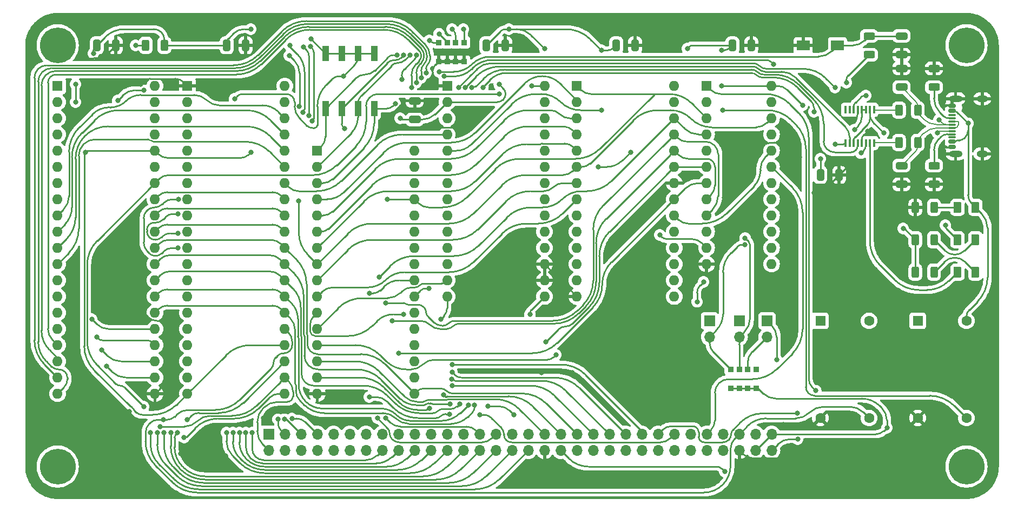
<source format=gbr>
%TF.GenerationSoftware,KiCad,Pcbnew,7.0.10*%
%TF.CreationDate,2024-01-22T16:24:30-06:00*%
%TF.ProjectId,6502 V1.3-rounded,36353032-2056-4312-9e33-2d726f756e64,rev?*%
%TF.SameCoordinates,Original*%
%TF.FileFunction,Copper,L1,Top*%
%TF.FilePolarity,Positive*%
%FSLAX46Y46*%
G04 Gerber Fmt 4.6, Leading zero omitted, Abs format (unit mm)*
G04 Created by KiCad (PCBNEW 7.0.10) date 2024-01-22 16:24:30*
%MOMM*%
%LPD*%
G01*
G04 APERTURE LIST*
G04 Aperture macros list*
%AMRoundRect*
0 Rectangle with rounded corners*
0 $1 Rounding radius*
0 $2 $3 $4 $5 $6 $7 $8 $9 X,Y pos of 4 corners*
0 Add a 4 corners polygon primitive as box body*
4,1,4,$2,$3,$4,$5,$6,$7,$8,$9,$2,$3,0*
0 Add four circle primitives for the rounded corners*
1,1,$1+$1,$2,$3*
1,1,$1+$1,$4,$5*
1,1,$1+$1,$6,$7*
1,1,$1+$1,$8,$9*
0 Add four rect primitives between the rounded corners*
20,1,$1+$1,$2,$3,$4,$5,0*
20,1,$1+$1,$4,$5,$6,$7,0*
20,1,$1+$1,$6,$7,$8,$9,0*
20,1,$1+$1,$8,$9,$2,$3,0*%
G04 Aperture macros list end*
%TA.AperFunction,SMDPad,CuDef*%
%ADD10RoundRect,0.250000X-0.650000X0.325000X-0.650000X-0.325000X0.650000X-0.325000X0.650000X0.325000X0*%
%TD*%
%TA.AperFunction,SMDPad,CuDef*%
%ADD11RoundRect,0.250000X-0.325000X-0.650000X0.325000X-0.650000X0.325000X0.650000X-0.325000X0.650000X0*%
%TD*%
%TA.AperFunction,ComponentPad*%
%ADD12R,1.600000X1.600000*%
%TD*%
%TA.AperFunction,ComponentPad*%
%ADD13O,1.600000X1.600000*%
%TD*%
%TA.AperFunction,ComponentPad*%
%ADD14R,1.700000X1.700000*%
%TD*%
%TA.AperFunction,ComponentPad*%
%ADD15O,1.700000X1.700000*%
%TD*%
%TA.AperFunction,SMDPad,CuDef*%
%ADD16RoundRect,0.250000X-0.312500X-0.625000X0.312500X-0.625000X0.312500X0.625000X-0.312500X0.625000X0*%
%TD*%
%TA.AperFunction,ComponentPad*%
%ADD17C,5.600000*%
%TD*%
%TA.AperFunction,SMDPad,CuDef*%
%ADD18R,0.900000X0.900000*%
%TD*%
%TA.AperFunction,SMDPad,CuDef*%
%ADD19RoundRect,0.250000X0.312500X0.625000X-0.312500X0.625000X-0.312500X-0.625000X0.312500X-0.625000X0*%
%TD*%
%TA.AperFunction,SMDPad,CuDef*%
%ADD20RoundRect,0.250000X0.650000X-0.325000X0.650000X0.325000X-0.650000X0.325000X-0.650000X-0.325000X0*%
%TD*%
%TA.AperFunction,ComponentPad*%
%ADD21C,1.600000*%
%TD*%
%TA.AperFunction,SMDPad,CuDef*%
%ADD22RoundRect,0.250000X-0.375000X-0.625000X0.375000X-0.625000X0.375000X0.625000X-0.375000X0.625000X0*%
%TD*%
%TA.AperFunction,SMDPad,CuDef*%
%ADD23R,2.000000X1.600000*%
%TD*%
%TA.AperFunction,SMDPad,CuDef*%
%ADD24RoundRect,0.150000X0.425000X-0.150000X0.425000X0.150000X-0.425000X0.150000X-0.425000X-0.150000X0*%
%TD*%
%TA.AperFunction,SMDPad,CuDef*%
%ADD25RoundRect,0.075000X0.500000X-0.075000X0.500000X0.075000X-0.500000X0.075000X-0.500000X-0.075000X0*%
%TD*%
%TA.AperFunction,ComponentPad*%
%ADD26O,2.100000X1.000000*%
%TD*%
%TA.AperFunction,ComponentPad*%
%ADD27O,1.800000X1.000000*%
%TD*%
%TA.AperFunction,SMDPad,CuDef*%
%ADD28R,0.400000X1.200000*%
%TD*%
%TA.AperFunction,SMDPad,CuDef*%
%ADD29RoundRect,0.250000X-0.625000X0.312500X-0.625000X-0.312500X0.625000X-0.312500X0.625000X0.312500X0*%
%TD*%
%TA.AperFunction,SMDPad,CuDef*%
%ADD30RoundRect,0.250000X0.625000X-0.312500X0.625000X0.312500X-0.625000X0.312500X-0.625000X-0.312500X0*%
%TD*%
%TA.AperFunction,SMDPad,CuDef*%
%ADD31R,1.120000X2.440000*%
%TD*%
%TA.AperFunction,ViaPad*%
%ADD32C,0.800000*%
%TD*%
%TA.AperFunction,Conductor*%
%ADD33C,0.200000*%
%TD*%
%TA.AperFunction,Conductor*%
%ADD34C,0.250000*%
%TD*%
G04 APERTURE END LIST*
D10*
%TO.P,C9,1*%
%TO.N,PUSBD+*%
X157480000Y-44245000D03*
%TO.P,C9,2*%
%TO.N,GND*%
X157480000Y-47195000D03*
%TD*%
D11*
%TO.P,C2,1*%
%TO.N,VCC*%
X51865000Y-25400000D03*
%TO.P,C2,2*%
%TO.N,GND*%
X54815000Y-25400000D03*
%TD*%
D12*
%TO.P,U5,1,CLK/IN*%
%TO.N,CLK*%
X126980000Y-31745000D03*
D13*
%TO.P,U5,2,IN*%
%TO.N,A_{15}*%
X126980000Y-34285000D03*
%TO.P,U5,3,IN*%
%TO.N,A_{14}*%
X126980000Y-36825000D03*
%TO.P,U5,4,IN*%
%TO.N,A_{13}*%
X126980000Y-39365000D03*
%TO.P,U5,5,IN*%
%TO.N,A_{12}*%
X126980000Y-41905000D03*
%TO.P,U5,6,IN*%
%TO.N,A_{11}*%
X126980000Y-44445000D03*
%TO.P,U5,7,IN*%
%TO.N,A_{10}*%
X126980000Y-46985000D03*
%TO.P,U5,8,IN*%
%TO.N,A_{9}*%
X126980000Y-49525000D03*
%TO.P,U5,9,IN*%
%TO.N,A_{8}*%
X126980000Y-52065000D03*
%TO.P,U5,10,IN*%
%TO.N,A_{7}*%
X126980000Y-54605000D03*
%TO.P,U5,11,IN*%
%TO.N,A_{6}*%
X126980000Y-57145000D03*
%TO.P,U5,12,GND*%
%TO.N,GND*%
X126980000Y-59685000D03*
%TO.P,U5,13,IN*%
%TO.N,INH*%
X137140000Y-59685000D03*
%TO.P,U5,14,I/O*%
%TO.N,~{IRQ}_{CPU}*%
X137140000Y-57145000D03*
%TO.P,U5,15,I/O*%
%TO.N,Net-(JP1-B)*%
X137140000Y-54605000D03*
%TO.P,U5,16,I/O*%
%TO.N,Net-(JP2-B)*%
X137140000Y-52065000D03*
%TO.P,U5,17,I/O*%
%TO.N,Net-(JP3-B)*%
X137140000Y-49525000D03*
%TO.P,U5,18,I/O*%
%TO.N,~{ACIACS}*%
X137140000Y-46985000D03*
%TO.P,U5,19,I/O*%
%TO.N,~{VIACS}*%
X137140000Y-44445000D03*
%TO.P,U5,20,I/O*%
%TO.N,~{RAMCS}*%
X137140000Y-41905000D03*
%TO.P,U5,21,I/O*%
%TO.N,~{ROMOE}*%
X137140000Y-39365000D03*
%TO.P,U5,22,I/O*%
%TO.N,A_{4}*%
X137140000Y-36825000D03*
%TO.P,U5,23,I/O*%
%TO.N,A_{5}*%
X137140000Y-34285000D03*
%TO.P,U5,24,VCC*%
%TO.N,VCC*%
X137140000Y-31745000D03*
%TD*%
D11*
%TO.P,C1,1*%
%TO.N,VCC*%
X31545000Y-25400000D03*
%TO.P,C1,2*%
%TO.N,GND*%
X34495000Y-25400000D03*
%TD*%
D12*
%TO.P,U1,1,~{VP}*%
%TO.N,unconnected-(U2-~{VP}-Pad1)*%
X25395000Y-31755000D03*
D13*
%TO.P,U1,2,RDY*%
%TO.N,Net-(U2-RDY)*%
X25395000Y-34295000D03*
%TO.P,U1,3,\u03D51*%
%TO.N,unconnected-(U2-\u03D51-Pad3)*%
X25395000Y-36835000D03*
%TO.P,U1,4,~{IRQ}*%
%TO.N,~{IRQ}_{CPU}*%
X25395000Y-39375000D03*
%TO.P,U1,5,~{ML}*%
%TO.N,unconnected-(U2-~{ML}-Pad5)*%
X25395000Y-41915000D03*
%TO.P,U1,6,~{NMI}*%
%TO.N,VCC*%
X25395000Y-44455000D03*
%TO.P,U1,7,SYNC*%
%TO.N,unconnected-(U2-SYNC-Pad7)*%
X25395000Y-46995000D03*
%TO.P,U1,8,VDD*%
%TO.N,VCC*%
X25395000Y-49535000D03*
%TO.P,U1,9,A0*%
%TO.N,A_{0}*%
X25395000Y-52075000D03*
%TO.P,U1,10,A1*%
%TO.N,A_{1}*%
X25395000Y-54615000D03*
%TO.P,U1,11,A2*%
%TO.N,A_{2}*%
X25395000Y-57155000D03*
%TO.P,U1,12,A3*%
%TO.N,A_{3}*%
X25395000Y-59695000D03*
%TO.P,U1,13,A4*%
%TO.N,A_{4}*%
X25395000Y-62235000D03*
%TO.P,U1,14,A5*%
%TO.N,A_{5}*%
X25395000Y-64775000D03*
%TO.P,U1,15,A6*%
%TO.N,A_{6}*%
X25395000Y-67315000D03*
%TO.P,U1,16,A7*%
%TO.N,A_{7}*%
X25395000Y-69855000D03*
%TO.P,U1,17,A8*%
%TO.N,A_{8}*%
X25395000Y-72395000D03*
%TO.P,U1,18,A9*%
%TO.N,A_{9}*%
X25395000Y-74935000D03*
%TO.P,U1,19,A10*%
%TO.N,A_{10}*%
X25395000Y-77475000D03*
%TO.P,U1,20,A11*%
%TO.N,A_{11}*%
X25395000Y-80015000D03*
%TO.P,U1,21,VSS*%
%TO.N,GND*%
X40635000Y-80015000D03*
%TO.P,U1,22,A12*%
%TO.N,A_{12}*%
X40635000Y-77475000D03*
%TO.P,U1,23,A13*%
%TO.N,A_{13}*%
X40635000Y-74935000D03*
%TO.P,U1,24,A14*%
%TO.N,A_{14}*%
X40635000Y-72395000D03*
%TO.P,U1,25,A15*%
%TO.N,A_{15}*%
X40635000Y-69855000D03*
%TO.P,U1,26,D7*%
%TO.N,D_{7}*%
X40635000Y-67315000D03*
%TO.P,U1,27,D6*%
%TO.N,D_{6}*%
X40635000Y-64775000D03*
%TO.P,U1,28,D5*%
%TO.N,D_{5}*%
X40635000Y-62235000D03*
%TO.P,U1,29,D4*%
%TO.N,D_{4}*%
X40635000Y-59695000D03*
%TO.P,U1,30,D3*%
%TO.N,D_{3}*%
X40635000Y-57155000D03*
%TO.P,U1,31,D2*%
%TO.N,D_{2}*%
X40635000Y-54615000D03*
%TO.P,U1,32,D1*%
%TO.N,D_{1}*%
X40635000Y-52075000D03*
%TO.P,U1,33,D0*%
%TO.N,D_{0}*%
X40635000Y-49535000D03*
%TO.P,U1,34,R/~{W}*%
%TO.N,R{slash}~{W}*%
X40635000Y-46995000D03*
%TO.P,U1,35,nc*%
%TO.N,unconnected-(U2-nc-Pad35)*%
X40635000Y-44455000D03*
%TO.P,U1,36,BE*%
%TO.N,VCC*%
X40635000Y-41915000D03*
%TO.P,U1,37,\u03D50*%
%TO.N,CLK*%
X40635000Y-39375000D03*
%TO.P,U1,38,~{SO}*%
%TO.N,unconnected-(U2-~{SO}-Pad38)*%
X40635000Y-36835000D03*
%TO.P,U1,39,\u03D52*%
%TO.N,unconnected-(U2-\u03D52-Pad39)*%
X40635000Y-34295000D03*
%TO.P,U1,40,~{RES}*%
%TO.N,~{RST}*%
X40635000Y-31755000D03*
%TD*%
D14*
%TO.P,J2,1,Pin_1*%
%TO.N,A_{0}*%
X58420000Y-86360000D03*
D15*
%TO.P,J2,2,Pin_2*%
%TO.N,R{slash}~{W}*%
X58420000Y-88900000D03*
%TO.P,J2,3,Pin_3*%
%TO.N,A_{1}*%
X60960000Y-86360000D03*
%TO.P,J2,4,Pin_4*%
%TO.N,unconnected-(J1-Pin_4-Pad4)*%
X60960000Y-88900000D03*
%TO.P,J2,5,Pin_5*%
%TO.N,A_{2}*%
X63500000Y-86360000D03*
%TO.P,J2,6,Pin_6*%
%TO.N,unconnected-(J1-Pin_6-Pad6)*%
X63500000Y-88900000D03*
%TO.P,J2,7,Pin_7*%
%TO.N,A_{3}*%
X66040000Y-86360000D03*
%TO.P,J2,8,Pin_8*%
%TO.N,unconnected-(J1-Pin_8-Pad8)*%
X66040000Y-88900000D03*
%TO.P,J2,9,Pin_9*%
%TO.N,A_{4}*%
X68580000Y-86360000D03*
%TO.P,J2,10,Pin_10*%
%TO.N,unconnected-(J1-Pin_10-Pad10)*%
X68580000Y-88900000D03*
%TO.P,J2,11,Pin_11*%
%TO.N,A_{5}*%
X71120000Y-86360000D03*
%TO.P,J2,12,Pin_12*%
%TO.N,unconnected-(J1-Pin_12-Pad12)*%
X71120000Y-88900000D03*
%TO.P,J2,13,Pin_13*%
%TO.N,A_{6}*%
X73660000Y-86360000D03*
%TO.P,J2,14,Pin_14*%
%TO.N,unconnected-(J1-Pin_14-Pad14)*%
X73660000Y-88900000D03*
%TO.P,J2,15,Pin_15*%
%TO.N,A_{7}*%
X76200000Y-86360000D03*
%TO.P,J2,16,Pin_16*%
%TO.N,PA_{0}*%
X76200000Y-88900000D03*
%TO.P,J2,17,Pin_17*%
%TO.N,A_{8}*%
X78740000Y-86360000D03*
%TO.P,J2,18,Pin_18*%
%TO.N,PA_{1}*%
X78740000Y-88900000D03*
%TO.P,J2,19,Pin_19*%
%TO.N,A_{9}*%
X81280000Y-86360000D03*
%TO.P,J2,20,Pin_20*%
%TO.N,PA_{2}*%
X81280000Y-88900000D03*
%TO.P,J2,21,Pin_21*%
%TO.N,A_{10}*%
X83820000Y-86360000D03*
%TO.P,J2,22,Pin_22*%
%TO.N,PA_{3}*%
X83820000Y-88900000D03*
%TO.P,J2,23,Pin_23*%
%TO.N,A_{11}*%
X86360000Y-86360000D03*
%TO.P,J2,24,Pin_24*%
%TO.N,PA_{4}*%
X86360000Y-88900000D03*
%TO.P,J2,25,Pin_25*%
%TO.N,A_{12}*%
X88900000Y-86360000D03*
%TO.P,J2,26,Pin_26*%
%TO.N,PA_{5}*%
X88900000Y-88900000D03*
%TO.P,J2,27,Pin_27*%
%TO.N,A_{13}*%
X91440000Y-86360000D03*
%TO.P,J2,28,Pin_28*%
%TO.N,PA_{6}*%
X91440000Y-88900000D03*
%TO.P,J2,29,Pin_29*%
%TO.N,A_{14}*%
X93980000Y-86360000D03*
%TO.P,J2,30,Pin_30*%
%TO.N,PA_{7}*%
X93980000Y-88900000D03*
%TO.P,J2,31,Pin_31*%
%TO.N,A_{15}*%
X96520000Y-86360000D03*
%TO.P,J2,32,Pin_32*%
%TO.N,CA_{1}*%
X96520000Y-88900000D03*
%TO.P,J2,33,Pin_33*%
%TO.N,D_{0}*%
X99060000Y-86360000D03*
%TO.P,J2,34,Pin_34*%
%TO.N,CA_{2}*%
X99060000Y-88900000D03*
%TO.P,J2,35,Pin_35*%
%TO.N,D_{1}*%
X101600000Y-86360000D03*
%TO.P,J2,36,Pin_36*%
%TO.N,GND*%
X101600000Y-88900000D03*
%TO.P,J2,37,Pin_37*%
%TO.N,D_{2}*%
X104140000Y-86360000D03*
%TO.P,J2,38,Pin_38*%
%TO.N,VCC*%
X104140000Y-88900000D03*
%TO.P,J2,39,Pin_39*%
%TO.N,D_{3}*%
X106680000Y-86360000D03*
%TO.P,J2,40,Pin_40*%
%TO.N,PB_{0}*%
X106680000Y-88900000D03*
%TO.P,J2,41,Pin_41*%
%TO.N,D_{4}*%
X109220000Y-86360000D03*
%TO.P,J2,42,Pin_42*%
%TO.N,PB_{1}*%
X109220000Y-88900000D03*
%TO.P,J2,43,Pin_43*%
%TO.N,D_{5}*%
X111760000Y-86360000D03*
%TO.P,J2,44,Pin_44*%
%TO.N,PB_{2}*%
X111760000Y-88900000D03*
%TO.P,J2,45,Pin_45*%
%TO.N,D_{6}*%
X114300000Y-86360000D03*
%TO.P,J2,46,Pin_46*%
%TO.N,PB_{3}*%
X114300000Y-88900000D03*
%TO.P,J2,47,Pin_47*%
%TO.N,D_{7}*%
X116840000Y-86360000D03*
%TO.P,J2,48,Pin_48*%
%TO.N,PB_{4}*%
X116840000Y-88900000D03*
%TO.P,J2,49,Pin_49*%
%TO.N,INH*%
X119380000Y-86360000D03*
%TO.P,J2,50,Pin_50*%
%TO.N,PB_{5}*%
X119380000Y-88900000D03*
%TO.P,J2,51,Pin_51*%
%TO.N,~{ROMOE}*%
X121920000Y-86360000D03*
%TO.P,J2,52,Pin_52*%
%TO.N,PB_{6}*%
X121920000Y-88900000D03*
%TO.P,J2,53,Pin_53*%
%TO.N,~{RAMCS}*%
X124460000Y-86360000D03*
%TO.P,J2,54,Pin_54*%
%TO.N,PB_{7}*%
X124460000Y-88900000D03*
%TO.P,J2,55,Pin_55*%
%TO.N,~{VIACS}*%
X127000000Y-86360000D03*
%TO.P,J2,56,Pin_56*%
%TO.N,CB_{1}*%
X127000000Y-88900000D03*
%TO.P,J2,57,Pin_57*%
%TO.N,~{ACIACS}*%
X129540000Y-86360000D03*
%TO.P,J2,58,Pin_58*%
%TO.N,CB_{2}*%
X129540000Y-88900000D03*
%TO.P,J2,59,Pin_59*%
%TO.N,CLK*%
X132080000Y-86360000D03*
%TO.P,J2,60,Pin_60*%
%TO.N,GND*%
X132080000Y-88900000D03*
%TO.P,J2,61,Pin_61*%
X134620000Y-86360000D03*
%TO.P,J2,62,Pin_62*%
%TO.N,VCC*%
X134620000Y-88900000D03*
%TO.P,J2,63,Pin_63*%
X137160000Y-86360000D03*
%TO.P,J2,64,Pin_64*%
%TO.N,~{IRQ}_{PORT}*%
X137160000Y-88900000D03*
%TD*%
D14*
%TO.P,JP1,1,A*%
%TO.N,~{IRQ}_{PORT}*%
X136430000Y-68580000D03*
D15*
%TO.P,JP1,2,B*%
%TO.N,Net-(JP3-B)*%
X136430000Y-71120000D03*
%TD*%
D16*
%TO.P,R8,1*%
%TO.N,GND*%
X159635000Y-50800000D03*
%TO.P,R8,2*%
%TO.N,Net-(D1-K)*%
X162560000Y-50800000D03*
%TD*%
D17*
%TO.P,REF\u002A\u002A,1*%
%TO.N,N/C*%
X167640000Y-25400000D03*
%TD*%
D18*
%TO.P,RN1,1,R1.1*%
%TO.N,GND*%
X85020000Y-27940000D03*
%TO.P,RN1,2,R2.1*%
X86360000Y-27940000D03*
%TO.P,RN1,3,R3.1*%
X87680000Y-27940000D03*
%TO.P,RN1,4,R4.1*%
X89020000Y-27940000D03*
%TO.P,RN1,5,R4.2*%
%TO.N,BS_{3}*%
X89020000Y-24940000D03*
%TO.P,RN1,6,R3.2*%
%TO.N,BS_{2}*%
X87680000Y-24940000D03*
%TO.P,RN1,7,R2.2*%
%TO.N,BS_{1}*%
X86360000Y-24940000D03*
%TO.P,RN1,8,R1.2*%
%TO.N,BS_{0}*%
X85020000Y-24940000D03*
%TD*%
D12*
%TO.P,U3,1,VSS*%
%TO.N,GND*%
X86360000Y-31760000D03*
D13*
%TO.P,U3,2,CS1*%
%TO.N,VCC*%
X86360000Y-34300000D03*
%TO.P,U3,3,~{CS2}*%
%TO.N,~{ACIACS}*%
X86360000Y-36840000D03*
%TO.P,U3,4,~{RES}*%
%TO.N,~{RST}*%
X86360000Y-39380000D03*
%TO.P,U3,5,RxC*%
%TO.N,CLK_UART*%
X86360000Y-41920000D03*
%TO.P,U3,6,XTAL1*%
X86360000Y-44460000D03*
%TO.P,U3,7,XTAL2*%
%TO.N,unconnected-(U4-XTAL2-Pad7)*%
X86360000Y-47000000D03*
%TO.P,U3,8,~{RTS}*%
%TO.N,~{RTS}*%
X86360000Y-49540000D03*
%TO.P,U3,9,~{CTS}*%
%TO.N,~{CTS}*%
X86360000Y-52080000D03*
%TO.P,U3,10,TxD*%
%TO.N,TxD*%
X86360000Y-54620000D03*
%TO.P,U3,11,~{DTR}*%
%TO.N,unconnected-(U4-~{DTR}-Pad11)*%
X86360000Y-57160000D03*
%TO.P,U3,12,RxD*%
%TO.N,RxD*%
X86360000Y-59700000D03*
%TO.P,U3,13,RS0*%
%TO.N,A_{0}*%
X86360000Y-62240000D03*
%TO.P,U3,14,RS1*%
%TO.N,A_{1}*%
X86360000Y-64780000D03*
%TO.P,U3,15,VCC*%
%TO.N,VCC*%
X101600000Y-64780000D03*
%TO.P,U3,16,~{DCD}*%
%TO.N,GND*%
X101600000Y-62240000D03*
%TO.P,U3,17,~{DSR}*%
X101600000Y-59700000D03*
%TO.P,U3,18,D0*%
%TO.N,D_{0}*%
X101600000Y-57160000D03*
%TO.P,U3,19,D1*%
%TO.N,D_{1}*%
X101600000Y-54620000D03*
%TO.P,U3,20,D2*%
%TO.N,D_{2}*%
X101600000Y-52080000D03*
%TO.P,U3,21,D3*%
%TO.N,D_{3}*%
X101600000Y-49540000D03*
%TO.P,U3,22,D4*%
%TO.N,D_{4}*%
X101600000Y-47000000D03*
%TO.P,U3,23,D5*%
%TO.N,D_{5}*%
X101600000Y-44460000D03*
%TO.P,U3,24,D6*%
%TO.N,D_{6}*%
X101600000Y-41920000D03*
%TO.P,U3,25,D7*%
%TO.N,D_{7}*%
X101600000Y-39380000D03*
%TO.P,U3,26,~{IRQ}*%
%TO.N,~{IRQ}_{ACIA}*%
X101600000Y-36840000D03*
%TO.P,U3,27,\u03D52*%
%TO.N,CLK*%
X101600000Y-34300000D03*
%TO.P,U3,28,R/~{W}*%
%TO.N,R{slash}~{W}*%
X101600000Y-31760000D03*
%TD*%
D19*
%TO.P,R9,1*%
%TO.N,PUSBD+*%
X160020000Y-40640000D03*
%TO.P,R9,2*%
%TO.N,USBD+*%
X157095000Y-40640000D03*
%TD*%
D20*
%TO.P,C8,1*%
%TO.N,PUSBD-*%
X157480000Y-31955000D03*
%TO.P,C8,2*%
%TO.N,GND*%
X157480000Y-29005000D03*
%TD*%
D12*
%TO.P,X2,1,Tri-State*%
%TO.N,unconnected-(X1-Tri-State-Pad1)*%
X160020000Y-68580000D03*
D21*
%TO.P,X2,7,GND*%
%TO.N,GND*%
X160020000Y-83820000D03*
%TO.P,X2,8,OUT*%
%TO.N,CLK_UART*%
X167640000Y-83820000D03*
%TO.P,X2,14,Vcc*%
%TO.N,VCC*%
X167640000Y-68580000D03*
%TD*%
D17*
%TO.P,REF\u002A\u002A,1*%
%TO.N,N/C*%
X25400000Y-25400000D03*
%TD*%
D12*
%TO.P,X1,1,Tri-State*%
%TO.N,unconnected-(X2-Tri-State-Pad1)*%
X144780000Y-68580000D03*
D21*
%TO.P,X1,7,GND*%
%TO.N,GND*%
X144780000Y-83820000D03*
%TO.P,X1,8,OUT*%
%TO.N,CLK*%
X152400000Y-83820000D03*
%TO.P,X1,14,Vcc*%
%TO.N,VCC*%
X152400000Y-68580000D03*
%TD*%
D17*
%TO.P,REF\u002A\u002A,1*%
%TO.N,N/C*%
X167640000Y-91440000D03*
%TD*%
D22*
%TO.P,D3,1,K*%
%TO.N,Net-(D1-K)*%
X166240000Y-50800000D03*
%TO.P,D3,2,A*%
%TO.N,VCC*%
X169040000Y-50800000D03*
%TD*%
D16*
%TO.P,R7,1*%
%TO.N,Net-(U6-3V3OUT)*%
X159635000Y-55880000D03*
%TO.P,R7,2*%
%TO.N,Net-(D3-A)*%
X162560000Y-55880000D03*
%TD*%
D11*
%TO.P,C10,1*%
%TO.N,VCC*%
X144780000Y-45720000D03*
%TO.P,C10,2*%
%TO.N,GND*%
X147730000Y-45720000D03*
%TD*%
D22*
%TO.P,D2,1,K*%
%TO.N,Net-(D2-K)*%
X166240000Y-60960000D03*
%TO.P,D2,2,A*%
%TO.N,Net-(D2-A)*%
X169040000Y-60960000D03*
%TD*%
D23*
%TO.P,SW2,1,1*%
%TO.N,GND*%
X142080000Y-25400000D03*
%TO.P,SW2,2,2*%
%TO.N,~{RST}*%
X147480000Y-25400000D03*
%TD*%
D14*
%TO.P,JP3,1,A*%
%TO.N,~{IRQ}_{VIA}*%
X127430000Y-68580000D03*
D15*
%TO.P,JP3,2,B*%
%TO.N,Net-(JP1-B)*%
X127430000Y-71120000D03*
%TD*%
D12*
%TO.P,U4,1,A14*%
%TO.N,A_{14}*%
X106675000Y-31760000D03*
D13*
%TO.P,U4,2,A12*%
%TO.N,A_{12}*%
X106675000Y-34300000D03*
%TO.P,U4,3,A7*%
%TO.N,A_{7}*%
X106675000Y-36840000D03*
%TO.P,U4,4,A6*%
%TO.N,A_{6}*%
X106675000Y-39380000D03*
%TO.P,U4,5,A5*%
%TO.N,A_{5}*%
X106675000Y-41920000D03*
%TO.P,U4,6,A4*%
%TO.N,A_{4}*%
X106675000Y-44460000D03*
%TO.P,U4,7,A3*%
%TO.N,A_{3}*%
X106675000Y-47000000D03*
%TO.P,U4,8,A2*%
%TO.N,A_{2}*%
X106675000Y-49540000D03*
%TO.P,U4,9,A1*%
%TO.N,A_{1}*%
X106675000Y-52080000D03*
%TO.P,U4,10,A0*%
%TO.N,A_{0}*%
X106675000Y-54620000D03*
%TO.P,U4,11,Q0*%
%TO.N,D_{0}*%
X106675000Y-57160000D03*
%TO.P,U4,12,Q1*%
%TO.N,D_{1}*%
X106675000Y-59700000D03*
%TO.P,U4,13,Q2*%
%TO.N,D_{2}*%
X106675000Y-62240000D03*
%TO.P,U4,14,GND*%
%TO.N,GND*%
X106675000Y-64780000D03*
%TO.P,U4,15,Q3*%
%TO.N,D_{3}*%
X121915000Y-64780000D03*
%TO.P,U4,16,Q4*%
%TO.N,D_{4}*%
X121915000Y-62240000D03*
%TO.P,U4,17,Q5*%
%TO.N,D_{5}*%
X121915000Y-59700000D03*
%TO.P,U4,18,Q6*%
%TO.N,D_{6}*%
X121915000Y-57160000D03*
%TO.P,U4,19,Q7*%
%TO.N,D_{7}*%
X121915000Y-54620000D03*
%TO.P,U4,20,~{CS}*%
%TO.N,~{RAMCS}*%
X121915000Y-52080000D03*
%TO.P,U4,21,A10*%
%TO.N,A_{10}*%
X121915000Y-49540000D03*
%TO.P,U4,22,~{OE}*%
%TO.N,GND*%
X121915000Y-47000000D03*
%TO.P,U4,23,A11*%
%TO.N,A_{11}*%
X121915000Y-44460000D03*
%TO.P,U4,24,A9*%
%TO.N,A_{9}*%
X121915000Y-41920000D03*
%TO.P,U4,25,A8*%
%TO.N,A_{8}*%
X121915000Y-39380000D03*
%TO.P,U4,26,A13*%
%TO.N,A_{13}*%
X121915000Y-36840000D03*
%TO.P,U4,27,~{WE}*%
%TO.N,R{slash}~{W}*%
X121915000Y-34300000D03*
%TO.P,U4,28,VCC*%
%TO.N,VCC*%
X121915000Y-31760000D03*
%TD*%
D24*
%TO.P,J1,A1,GND*%
%TO.N,GND*%
X165367846Y-41283591D03*
%TO.P,J1,A4,VBUS*%
%TO.N,VCC*%
X165367846Y-40483591D03*
D25*
%TO.P,J1,A5,CC1*%
%TO.N,Net-(J2-CC1)*%
X165367846Y-39333591D03*
%TO.P,J1,A6,D+*%
%TO.N,PUSBD+*%
X165367846Y-38333591D03*
%TO.P,J1,A7,D-*%
%TO.N,PUSBD-*%
X165367846Y-37833591D03*
%TO.P,J1,A8,SBU1*%
%TO.N,Net-(J2-SBU1)*%
X165367846Y-36833591D03*
D24*
%TO.P,J1,A9,VBUS*%
%TO.N,VCC*%
X165367846Y-35683591D03*
%TO.P,J1,A12,GND*%
%TO.N,GND*%
X165367846Y-34883591D03*
%TO.P,J1,B1,GND*%
X165367846Y-34883591D03*
%TO.P,J1,B4,VBUS*%
%TO.N,VCC*%
X165367846Y-35683591D03*
D25*
%TO.P,J1,B5,CC2*%
%TO.N,unconnected-(J2-CC2-PadB5)*%
X165367846Y-36333591D03*
%TO.P,J1,B6,D+*%
%TO.N,PUSBD+*%
X165367846Y-37333591D03*
%TO.P,J1,B7,D-*%
%TO.N,PUSBD-*%
X165367846Y-38833591D03*
%TO.P,J1,B8,SBU2*%
%TO.N,unconnected-(J2-SBU2-PadB8)*%
X165367846Y-39833591D03*
D24*
%TO.P,J1,B9,VBUS*%
%TO.N,VCC*%
X165367846Y-40483591D03*
%TO.P,J1,B12,GND*%
%TO.N,GND*%
X165367846Y-41283591D03*
D26*
%TO.P,J1,S1,SHIELD*%
X165942846Y-42403591D03*
D27*
X170122846Y-42403591D03*
D26*
X165942846Y-33763591D03*
D27*
X170122846Y-33763591D03*
%TD*%
D14*
%TO.P,JP2,1,A*%
%TO.N,~{IRQ}_{ACIA}*%
X132080000Y-68580000D03*
D15*
%TO.P,JP2,2,B*%
%TO.N,Net-(JP2-B)*%
X132080000Y-71120000D03*
%TD*%
D12*
%TO.P,U2,1,VSS*%
%TO.N,GND*%
X45715000Y-31755000D03*
D13*
%TO.P,U2,2,PA0*%
%TO.N,PA_{0}*%
X45715000Y-34295000D03*
%TO.P,U2,3,PA1*%
%TO.N,PA_{1}*%
X45715000Y-36835000D03*
%TO.P,U2,4,PA2*%
%TO.N,PA_{2}*%
X45715000Y-39375000D03*
%TO.P,U2,5,PA3*%
%TO.N,PA_{3}*%
X45715000Y-41915000D03*
%TO.P,U2,6,PA4*%
%TO.N,PA_{4}*%
X45715000Y-44455000D03*
%TO.P,U2,7,PA5*%
%TO.N,PA_{5}*%
X45715000Y-46995000D03*
%TO.P,U2,8,PA6*%
%TO.N,PA_{6}*%
X45715000Y-49535000D03*
%TO.P,U2,9,PA7*%
%TO.N,PA_{7}*%
X45715000Y-52075000D03*
%TO.P,U2,10,PB0*%
%TO.N,PB_{0}*%
X45715000Y-54615000D03*
%TO.P,U2,11,PB1*%
%TO.N,PB_{1}*%
X45715000Y-57155000D03*
%TO.P,U2,12,PB2*%
%TO.N,PB_{2}*%
X45715000Y-59695000D03*
%TO.P,U2,13,PB3*%
%TO.N,PB_{3}*%
X45715000Y-62235000D03*
%TO.P,U2,14,PB4*%
%TO.N,PB_{4}*%
X45715000Y-64775000D03*
%TO.P,U2,15,PB5*%
%TO.N,PB_{5}*%
X45715000Y-67315000D03*
%TO.P,U2,16,PB6*%
%TO.N,PB_{6}*%
X45715000Y-69855000D03*
%TO.P,U2,17,PB7*%
%TO.N,PB_{7}*%
X45715000Y-72395000D03*
%TO.P,U2,18,CB1*%
%TO.N,CB_{1}*%
X45715000Y-74935000D03*
%TO.P,U2,19,CB2*%
%TO.N,CB_{2}*%
X45715000Y-77475000D03*
%TO.P,U2,20,VCC*%
%TO.N,VCC*%
X45715000Y-80015000D03*
%TO.P,U2,21,~{IRQ}*%
%TO.N,~{IRQ}_{VIA}*%
X60955000Y-80015000D03*
%TO.P,U2,22,R/~{W}*%
%TO.N,R{slash}~{W}*%
X60955000Y-77475000D03*
%TO.P,U2,23,~{CS2}*%
%TO.N,~{VIACS}*%
X60955000Y-74935000D03*
%TO.P,U2,24,CS1*%
%TO.N,VCC*%
X60955000Y-72395000D03*
%TO.P,U2,25,\u03D52*%
%TO.N,CLK*%
X60955000Y-69855000D03*
%TO.P,U2,26,D7*%
%TO.N,D_{7}*%
X60955000Y-67315000D03*
%TO.P,U2,27,D6*%
%TO.N,D_{6}*%
X60955000Y-64775000D03*
%TO.P,U2,28,D5*%
%TO.N,D_{5}*%
X60955000Y-62235000D03*
%TO.P,U2,29,D4*%
%TO.N,D_{4}*%
X60955000Y-59695000D03*
%TO.P,U2,30,D3*%
%TO.N,D_{3}*%
X60955000Y-57155000D03*
%TO.P,U2,31,D2*%
%TO.N,D_{2}*%
X60955000Y-54615000D03*
%TO.P,U2,32,D1*%
%TO.N,D_{1}*%
X60955000Y-52075000D03*
%TO.P,U2,33,D0*%
%TO.N,D_{0}*%
X60955000Y-49535000D03*
%TO.P,U2,34,~{RES}*%
%TO.N,~{RST}*%
X60955000Y-46995000D03*
%TO.P,U2,35,RS3*%
%TO.N,A_{3}*%
X60955000Y-44455000D03*
%TO.P,U2,36,RS2*%
%TO.N,A_{2}*%
X60955000Y-41915000D03*
%TO.P,U2,37,RS1*%
%TO.N,A_{1}*%
X60955000Y-39375000D03*
%TO.P,U2,38,RS0*%
%TO.N,A_{0}*%
X60955000Y-36835000D03*
%TO.P,U2,39,CA2*%
%TO.N,CA_{2}*%
X60955000Y-34295000D03*
%TO.P,U2,40,CA1*%
%TO.N,CA_{1}*%
X60955000Y-31755000D03*
%TD*%
D22*
%TO.P,D1,1,K*%
%TO.N,Net-(D3-K)*%
X166240000Y-55880000D03*
%TO.P,D1,2,A*%
%TO.N,Net-(D3-A)*%
X169040000Y-55880000D03*
%TD*%
D11*
%TO.P,C6,1*%
%TO.N,VCC*%
X131023432Y-25400000D03*
%TO.P,C6,2*%
%TO.N,GND*%
X133973432Y-25400000D03*
%TD*%
D18*
%TO.P,RN2,1,R1.1*%
%TO.N,VCC*%
X130740000Y-79200000D03*
%TO.P,RN2,2,R2.1*%
X132080000Y-79200000D03*
%TO.P,RN2,3,R3.1*%
X133400000Y-79200000D03*
%TO.P,RN2,4,R4.1*%
X134740000Y-79200000D03*
%TO.P,RN2,5,R4.2*%
%TO.N,unconnected-(RN1-R4.2-Pad5)*%
X134740000Y-76200000D03*
%TO.P,RN2,6,R3.2*%
%TO.N,Net-(JP3-B)*%
X133400000Y-76200000D03*
%TO.P,RN2,7,R2.2*%
%TO.N,Net-(JP2-B)*%
X132080000Y-76200000D03*
%TO.P,RN2,8,R1.2*%
%TO.N,Net-(JP1-B)*%
X130740000Y-76200000D03*
%TD*%
D11*
%TO.P,C4,1*%
%TO.N,VCC*%
X92505000Y-25400000D03*
%TO.P,C4,2*%
%TO.N,GND*%
X95455000Y-25400000D03*
%TD*%
D28*
%TO.P,U6,1,TXD*%
%TO.N,RxD*%
X148715000Y-40700000D03*
%TO.P,U6,2,~{RTS}*%
%TO.N,~{CTS}*%
X149350000Y-40700000D03*
%TO.P,U6,3,VCCIO*%
%TO.N,Net-(U6-3V3OUT)*%
X149985000Y-40700000D03*
%TO.P,U6,4,RXD*%
%TO.N,TxD*%
X150620000Y-40700000D03*
%TO.P,U6,5,GND*%
%TO.N,GND*%
X151255000Y-40700000D03*
%TO.P,U6,6,~{CTS}*%
%TO.N,~{RTS}*%
X151890000Y-40700000D03*
%TO.P,U6,7,CBUS2*%
%TO.N,Net-(D2-K)*%
X152525000Y-40700000D03*
%TO.P,U6,8,USBDP*%
%TO.N,USBD+*%
X153160000Y-40700000D03*
%TO.P,U6,9,USBDM*%
%TO.N,USBD-*%
X153160000Y-35500000D03*
%TO.P,U6,10,3V3OUT*%
%TO.N,Net-(U6-3V3OUT)*%
X152525000Y-35500000D03*
%TO.P,U6,11,~{RESET}*%
%TO.N,VCC*%
X151890000Y-35500000D03*
%TO.P,U6,12,VCC*%
X151255000Y-35500000D03*
%TO.P,U6,13,GND*%
%TO.N,GND*%
X150620000Y-35500000D03*
%TO.P,U6,14,CBUS1*%
%TO.N,Net-(D3-K)*%
X149985000Y-35500000D03*
%TO.P,U6,15,CBUS0*%
%TO.N,unconnected-(U6-CBUS0-Pad15)*%
X149350000Y-35500000D03*
%TO.P,U6,16,CBUS3*%
%TO.N,unconnected-(U6-CBUS3-Pad16)*%
X148715000Y-35500000D03*
%TD*%
D17*
%TO.P,REF\u002A\u002A,1*%
%TO.N,N/C*%
X25400000Y-91440000D03*
%TD*%
D12*
%TO.P,U7,1,A18*%
%TO.N,BS_{3}*%
X66035000Y-41910000D03*
D13*
%TO.P,U7,2,A16*%
%TO.N,BS_{1}*%
X66035000Y-44450000D03*
%TO.P,U7,3,A15*%
%TO.N,BS_{0}*%
X66035000Y-46990000D03*
%TO.P,U7,4,A12*%
%TO.N,A_{12}*%
X66035000Y-49530000D03*
%TO.P,U7,5,A7*%
%TO.N,A_{7}*%
X66035000Y-52070000D03*
%TO.P,U7,6,A6*%
%TO.N,A_{6}*%
X66035000Y-54610000D03*
%TO.P,U7,7,A5*%
%TO.N,A_{5}*%
X66035000Y-57150000D03*
%TO.P,U7,8,A4*%
%TO.N,A_{4}*%
X66035000Y-59690000D03*
%TO.P,U7,9,A3*%
%TO.N,A_{3}*%
X66035000Y-62230000D03*
%TO.P,U7,10,A2*%
%TO.N,A_{2}*%
X66035000Y-64770000D03*
%TO.P,U7,11,A1*%
%TO.N,A_{1}*%
X66035000Y-67310000D03*
%TO.P,U7,12,A0*%
%TO.N,A_{0}*%
X66035000Y-69850000D03*
%TO.P,U7,13,D0*%
%TO.N,D_{0}*%
X66035000Y-72390000D03*
%TO.P,U7,14,D1*%
%TO.N,D_{1}*%
X66035000Y-74930000D03*
%TO.P,U7,15,D2*%
%TO.N,D_{2}*%
X66035000Y-77470000D03*
%TO.P,U7,16,GND*%
%TO.N,GND*%
X66035000Y-80010000D03*
%TO.P,U7,17,D3*%
%TO.N,D_{3}*%
X81275000Y-80010000D03*
%TO.P,U7,18,D4*%
%TO.N,D_{4}*%
X81275000Y-77470000D03*
%TO.P,U7,19,D5*%
%TO.N,D_{5}*%
X81275000Y-74930000D03*
%TO.P,U7,20,D6*%
%TO.N,D_{6}*%
X81275000Y-72390000D03*
%TO.P,U7,21,D7*%
%TO.N,D_{7}*%
X81275000Y-69850000D03*
%TO.P,U7,22,CE*%
%TO.N,GND*%
X81275000Y-67310000D03*
%TO.P,U7,23,A10*%
%TO.N,A_{10}*%
X81275000Y-64770000D03*
%TO.P,U7,24,OE*%
%TO.N,~{ROMOE}*%
X81275000Y-62230000D03*
%TO.P,U7,25,A11*%
%TO.N,A_{11}*%
X81275000Y-59690000D03*
%TO.P,U7,26,A9*%
%TO.N,A_{9}*%
X81275000Y-57150000D03*
%TO.P,U7,27,A8*%
%TO.N,A_{8}*%
X81275000Y-54610000D03*
%TO.P,U7,28,A13*%
%TO.N,A_{13}*%
X81275000Y-52070000D03*
%TO.P,U7,29,A14*%
%TO.N,A_{14}*%
X81275000Y-49530000D03*
%TO.P,U7,30,A17*%
%TO.N,BS_{2}*%
X81275000Y-46990000D03*
%TO.P,U7,31,PGM*%
%TO.N,VCC*%
X81275000Y-44450000D03*
%TO.P,U7,32,VCC*%
X81275000Y-41910000D03*
%TD*%
D19*
%TO.P,R3,1*%
%TO.N,PUSBD-*%
X160020000Y-35560000D03*
%TO.P,R3,2*%
%TO.N,USBD-*%
X157095000Y-35560000D03*
%TD*%
D20*
%TO.P,C7,1*%
%TO.N,GND*%
X157480000Y-26875000D03*
%TO.P,C7,2*%
%TO.N,~{RST}*%
X157480000Y-23925000D03*
%TD*%
D29*
%TO.P,R2,1*%
%TO.N,~{RST}*%
X152400000Y-23937500D03*
%TO.P,R2,2*%
%TO.N,VCC*%
X152400000Y-26862500D03*
%TD*%
D16*
%TO.P,R5,1*%
%TO.N,Net-(U6-3V3OUT)*%
X159635000Y-60960000D03*
%TO.P,R5,2*%
%TO.N,Net-(D2-A)*%
X162560000Y-60960000D03*
%TD*%
D30*
%TO.P,R4,1*%
%TO.N,Net-(J2-SBU1)*%
X162560000Y-31952988D03*
%TO.P,R4,2*%
%TO.N,GND*%
X162560000Y-29027988D03*
%TD*%
D11*
%TO.P,C5,1*%
%TO.N,VCC*%
X112825000Y-25400000D03*
%TO.P,C5,2*%
%TO.N,GND*%
X115775000Y-25400000D03*
%TD*%
D29*
%TO.P,R6,1*%
%TO.N,Net-(J2-CC1)*%
X162560000Y-44257500D03*
%TO.P,R6,2*%
%TO.N,GND*%
X162560000Y-47182500D03*
%TD*%
D31*
%TO.P,SW1,1*%
%TO.N,VCC*%
X74930000Y-26696000D03*
%TO.P,SW1,2*%
X72390000Y-26696000D03*
%TO.P,SW1,3*%
X69850000Y-26696000D03*
%TO.P,SW1,4*%
X67310000Y-26696000D03*
%TO.P,SW1,5*%
%TO.N,BS_{3}*%
X67310000Y-35306000D03*
%TO.P,SW1,6*%
%TO.N,BS_{2}*%
X69850000Y-35306000D03*
%TO.P,SW1,7*%
%TO.N,BS_{1}*%
X72390000Y-35306000D03*
%TO.P,SW1,8*%
%TO.N,BS_{0}*%
X74930000Y-35306000D03*
%TD*%
D19*
%TO.P,R1,1*%
%TO.N,VCC*%
X42102500Y-25400000D03*
%TO.P,R1,2*%
%TO.N,Net-(U2-RDY)*%
X39177500Y-25400000D03*
%TD*%
D20*
%TO.P,C3,1*%
%TO.N,VCC*%
X81280000Y-37035000D03*
%TO.P,C3,2*%
%TO.N,GND*%
X81280000Y-34085000D03*
%TD*%
D32*
%TO.N,GND*%
X101092000Y-76708000D03*
X33274000Y-83566000D03*
X57621000Y-83820000D03*
X38354000Y-31496000D03*
X138938000Y-84836000D03*
X36589000Y-82804000D03*
X149606000Y-43688000D03*
X88392000Y-67564000D03*
X44691000Y-89408000D03*
X105918000Y-76708000D03*
X28702000Y-27432000D03*
X109179992Y-76159992D03*
X99314000Y-25908000D03*
X143764000Y-48514000D03*
X37338000Y-52578000D03*
X51711794Y-89766206D03*
X62738000Y-82296000D03*
X92456000Y-35814000D03*
X152146000Y-38862000D03*
X106680000Y-73914000D03*
X93218000Y-31750000D03*
X149864653Y-37333347D03*
X141478020Y-42926000D03*
X129781000Y-49276000D03*
%TO.N,VCC*%
X55626000Y-42164000D03*
X167894000Y-37634746D03*
X78994000Y-36830000D03*
X28194000Y-34290000D03*
X53086000Y-33782000D03*
X150114000Y-38608000D03*
X92710000Y-82001992D03*
X123952000Y-25908000D03*
X129798652Y-92206653D03*
X65024000Y-24384000D03*
X155194000Y-85344000D03*
X70104000Y-30226000D03*
X28194036Y-31496000D03*
X30988000Y-26670000D03*
X129291000Y-31745000D03*
X94528008Y-31536008D03*
X129286000Y-26149000D03*
X99314000Y-67564000D03*
X110490000Y-26162000D03*
X144780000Y-43180000D03*
X29718000Y-42164000D03*
X148844000Y-31242000D03*
X96012000Y-22860000D03*
X55626000Y-22860000D03*
X101600000Y-25908000D03*
X96774000Y-83312000D03*
X141986000Y-34798000D03*
%TO.N,Net-(D3-K)*%
X151892000Y-33274000D03*
X164338000Y-53594000D03*
%TO.N,~{IRQ}_{PORT}*%
X137922000Y-74676000D03*
X141224000Y-87135000D03*
%TO.N,CA_{2}*%
X39943008Y-86121008D03*
X34798000Y-34036000D03*
X38862000Y-32445000D03*
%TO.N,CA_{1}*%
X40992884Y-86104714D03*
%TO.N,PA_{7}*%
X42042886Y-86106186D03*
%TO.N,PA_{6}*%
X44196000Y-54864000D03*
X44196000Y-51816000D03*
X43092888Y-86105965D03*
%TO.N,PA_{5}*%
X44315008Y-49529466D03*
X44142890Y-86106008D03*
X44196000Y-57150000D03*
%TO.N,PA_{4}*%
X51816000Y-86106000D03*
%TO.N,PA_{3}*%
X52832000Y-86106000D03*
%TO.N,PA_{2}*%
X53848000Y-86106000D03*
%TO.N,PA_{1}*%
X54848003Y-86106000D03*
%TO.N,PA_{0}*%
X55848006Y-86106000D03*
%TO.N,A_{1}*%
X79504153Y-67566153D03*
X85344000Y-68326000D03*
X59890449Y-84010000D03*
%TO.N,A_{2}*%
X60890452Y-84010000D03*
%TO.N,A_{3}*%
X62069775Y-83904469D03*
%TO.N,A_{4}*%
X63145000Y-49784000D03*
X61654606Y-27005000D03*
X63217460Y-34981834D03*
%TO.N,A_{5}*%
X61722000Y-25400000D03*
X115062000Y-42164000D03*
X109982000Y-44450000D03*
X63752377Y-35885366D03*
%TO.N,A_{6}*%
X119634000Y-55118000D03*
X63917621Y-25686518D03*
X64683082Y-36371466D03*
%TO.N,A_{7}*%
X65265000Y-37245467D03*
X64962875Y-25586773D03*
%TO.N,A_{8}*%
X76708000Y-65786000D03*
X80772000Y-32004000D03*
%TO.N,A_{9}*%
X77724000Y-68580000D03*
X81534000Y-31242000D03*
%TO.N,A_{10}*%
X83553000Y-63500000D03*
X83058000Y-29718000D03*
X78740000Y-73660000D03*
%TO.N,A_{11}*%
X82296000Y-30480000D03*
X101835000Y-71882000D03*
%TO.N,A_{12}*%
X33020000Y-75692000D03*
%TO.N,A_{13}*%
X32258000Y-73152000D03*
X76742003Y-83820000D03*
X75692000Y-61722000D03*
%TO.N,A_{14}*%
X76962000Y-49530000D03*
X75438032Y-83820000D03*
X31496000Y-71120000D03*
%TO.N,A_{15}*%
X30734000Y-68326000D03*
%TO.N,D_{0}*%
X103378000Y-73914000D03*
%TO.N,D_{2}*%
X83566000Y-82283000D03*
X85804808Y-80193000D03*
%TO.N,D_{4}*%
X86843669Y-81640980D03*
X87122000Y-78740000D03*
%TO.N,D_{5}*%
X87086084Y-77690612D03*
X88304448Y-81597364D03*
%TO.N,D_{6}*%
X87122009Y-76641224D03*
X89662000Y-81788000D03*
%TO.N,D_{7}*%
X87122000Y-75438000D03*
X90662003Y-81788000D03*
%TO.N,INH*%
X141213829Y-83103000D03*
%TO.N,~{ROMOE}*%
X126492000Y-62484000D03*
X74168000Y-64262000D03*
X86709767Y-83190980D03*
X74168000Y-80518000D03*
X125478798Y-65606516D03*
X91440000Y-83312000D03*
%TO.N,~{VIACS}*%
X45707000Y-84074000D03*
%TO.N,~{ACIACS}*%
X85852000Y-30268000D03*
X137414000Y-28353000D03*
%TO.N,CLK*%
X144053356Y-79547000D03*
X41910004Y-84087000D03*
%TO.N,PUSBD-*%
X163322000Y-37084000D03*
X163068000Y-39116000D03*
%TO.N,~{IRQ}_{VIA}*%
X45199000Y-86868000D03*
%TO.N,Net-(JP1-B)*%
X132993000Y-56654704D03*
%TO.N,Net-(JP2-B)*%
X132993000Y-55604701D03*
%TO.N,BS_{0}*%
X81534000Y-26924000D03*
X83565954Y-24638000D03*
X79248000Y-30734000D03*
X78232000Y-34544000D03*
%TO.N,BS_{1}*%
X80518000Y-26933306D03*
X85090000Y-23585000D03*
%TO.N,BS_{2}*%
X87122000Y-22860000D03*
X79502000Y-26924000D03*
X70271008Y-38440992D03*
%TO.N,BS_{3}*%
X88900000Y-22860000D03*
X78486000Y-26924000D03*
%TO.N,R{slash}~{W}*%
X94488000Y-33020000D03*
X41462757Y-85165713D03*
X38862000Y-82042000D03*
X99568000Y-31750000D03*
%TO.N,~{RST}*%
X85090000Y-29543000D03*
%TO.N,CLK_UART*%
X129527000Y-35560000D03*
X110490000Y-35560000D03*
%TO.N,~{RTS}*%
X147066000Y-32004000D03*
X88138000Y-32004000D03*
X151130000Y-42287141D03*
%TO.N,~{CTS}*%
X89158653Y-32008653D03*
%TO.N,TxD*%
X90179306Y-32013306D03*
%TO.N,RxD*%
X147070653Y-40889347D03*
X91948000Y-32004000D03*
X143764000Y-35814000D03*
%TO.N,Net-(U2-RDY)*%
X37592000Y-25400000D03*
%TO.N,Net-(U6-3V3OUT)*%
X154686000Y-39116000D03*
X157734000Y-54102000D03*
%TD*%
D33*
%TO.N,USBD-*%
X153190000Y-35530000D02*
X153160000Y-35500000D01*
X153262426Y-35560000D02*
X157095000Y-35560000D01*
X153189992Y-35530008D02*
G75*
G03*
X153262426Y-35560000I72408J72408D01*
G01*
D34*
%TO.N,GND*%
X152146000Y-38862000D02*
X151589815Y-39418184D01*
X129781000Y-49276000D02*
X129781000Y-48012500D01*
X78055500Y-37669500D02*
X77736117Y-37350117D01*
X84547000Y-28413000D02*
X85020000Y-27940000D01*
X38354000Y-31496000D02*
X38787000Y-31063000D01*
X106680000Y-73914000D02*
X108836189Y-76070189D01*
X137575553Y-40640000D02*
X137541000Y-40640000D01*
X78953710Y-34847594D02*
X77736117Y-36065187D01*
X51533903Y-89662000D02*
X45124605Y-89662000D01*
X45152500Y-31192500D02*
X45715000Y-31755000D01*
X140335000Y-41783000D02*
X141477992Y-42925992D01*
X149606000Y-43688000D02*
X149606000Y-43766000D01*
X98446789Y-25400000D02*
X95455000Y-25400000D01*
X88392000Y-67564000D02*
X92122207Y-63833792D01*
X80237330Y-34085000D02*
X81280000Y-34085000D01*
X57621000Y-83820000D02*
X58383000Y-83058000D01*
X149881304Y-37328997D02*
X150248477Y-36961824D01*
X85391886Y-31760000D02*
X86360000Y-31760000D01*
X138938000Y-84836000D02*
X143045579Y-84836000D01*
X35288184Y-83566000D02*
X33274000Y-83566000D01*
X62738000Y-82296000D02*
X60222630Y-82296000D01*
X150620000Y-36064889D02*
X150620000Y-35500000D01*
X84074000Y-30442113D02*
X84074000Y-29554923D01*
X38735000Y-67183000D02*
X39583109Y-68031109D01*
X41345435Y-68580000D02*
X40908248Y-68580000D01*
X134085850Y-90075000D02*
X151511036Y-90075000D01*
X41399500Y-79250500D02*
X40635000Y-80015000D01*
X91235500Y-37034500D02*
X92456000Y-35814000D01*
X95969963Y-62240000D02*
X101600000Y-62240000D01*
X79331999Y-34459999D02*
X78960289Y-34831710D01*
X105918000Y-76708000D02*
X101092000Y-76708000D01*
X151255000Y-40226500D02*
X151255000Y-40700000D01*
X144272000Y-84328000D02*
X144780000Y-83820000D01*
X44691000Y-89408000D02*
X44818000Y-89535000D01*
X37338000Y-63810343D02*
X37338000Y-52578000D01*
X42164000Y-69398564D02*
X42164000Y-77404833D01*
X132667500Y-89487500D02*
X132080000Y-88900000D01*
X149864653Y-37333347D02*
X149870804Y-37333347D01*
X149550845Y-43899154D02*
X147730000Y-45720000D01*
X51711794Y-89766206D02*
X51659691Y-89714103D01*
X88288952Y-38255000D02*
X79469022Y-38255000D01*
X106673232Y-64773232D02*
X101600000Y-59700000D01*
X109179992Y-76159992D02*
X109052992Y-76159992D01*
X155358792Y-88481207D02*
X160020000Y-83820000D01*
X43794504Y-30630000D02*
X39832354Y-30630000D01*
X33479000Y-26416000D02*
X34495000Y-25400000D01*
X99060000Y-25654000D02*
X99314000Y-25908000D01*
X130674429Y-45855570D02*
X134722566Y-41807433D01*
X145350364Y-48099635D02*
X147730000Y-45720000D01*
X106675000Y-64777500D02*
X106675000Y-64780000D01*
X31026159Y-27432000D02*
X28702000Y-27432000D01*
X36208000Y-83185000D02*
X36589000Y-82804000D01*
X143764000Y-48514000D02*
X144350000Y-48514000D01*
X151589822Y-39418191D02*
G75*
G03*
X151255000Y-40226500I808278J-808309D01*
G01*
X151511036Y-90075010D02*
G75*
G03*
X155358792Y-88481207I-36J5441610D01*
G01*
X41399490Y-79250490D02*
G75*
G03*
X42164000Y-77404833I-1845690J1845690D01*
G01*
X144350000Y-48514007D02*
G75*
G03*
X145350363Y-48099634I0J1414707D01*
G01*
X77736088Y-36065158D02*
G75*
G03*
X77470000Y-36707652I642512J-642442D01*
G01*
X84073995Y-30442113D02*
G75*
G03*
X84460000Y-31374000I1317905J13D01*
G01*
X108836196Y-76070182D02*
G75*
G03*
X109052992Y-76159992I216804J216782D01*
G01*
X132667515Y-89487485D02*
G75*
G03*
X134085850Y-90075000I1418385J1418385D01*
G01*
X35288184Y-83565993D02*
G75*
G03*
X36208000Y-83185000I16J1300793D01*
G01*
X41924238Y-68819762D02*
G75*
G03*
X41345435Y-68580000I-578838J-578838D01*
G01*
X95969963Y-62239960D02*
G75*
G03*
X92122208Y-63833793I37J-5441540D01*
G01*
X31026159Y-27431983D02*
G75*
G03*
X33479000Y-26416000I41J3468783D01*
G01*
X140335014Y-41782986D02*
G75*
G03*
X137575553Y-40640000I-2759414J-2759414D01*
G01*
X150248491Y-36961838D02*
G75*
G03*
X150620000Y-36064889I-896991J896938D01*
G01*
X80237330Y-34085012D02*
G75*
G03*
X79332000Y-34460000I-30J-1280288D01*
G01*
X141477991Y-42926001D02*
G75*
G03*
X141478020Y-42925999I9J101D01*
G01*
X99060003Y-25653997D02*
G75*
G03*
X98446789Y-25400000I-613203J-613203D01*
G01*
X78960270Y-34831691D02*
G75*
G03*
X78957000Y-34839652I7930J-7909D01*
G01*
X106675010Y-64777500D02*
G75*
G03*
X106673232Y-64773232I-6010J0D01*
G01*
X84546993Y-28412993D02*
G75*
G03*
X84074000Y-29554923I1141907J-1141907D01*
G01*
X77470039Y-36707652D02*
G75*
G03*
X77736117Y-37350117I908561J-48D01*
G01*
X149870804Y-37333349D02*
G75*
G03*
X149881303Y-37328996I-4J14849D01*
G01*
X130674421Y-45855562D02*
G75*
G03*
X129781000Y-48012500I2156979J-2156938D01*
G01*
X45152499Y-31192501D02*
G75*
G03*
X43794504Y-30630000I-1357999J-1357999D01*
G01*
X60222630Y-82296013D02*
G75*
G03*
X58383000Y-83058000I-30J-2601587D01*
G01*
X137541000Y-40640010D02*
G75*
G03*
X134722567Y-41807434I0J-3985890D01*
G01*
X37337999Y-63810343D02*
G75*
G03*
X38735000Y-67183000I4769661J3D01*
G01*
X88288952Y-38255021D02*
G75*
G03*
X91235500Y-37034500I-52J4167121D01*
G01*
X44817998Y-89535002D02*
G75*
G03*
X45124605Y-89662000I306602J306602D01*
G01*
X78055494Y-37669506D02*
G75*
G03*
X79469022Y-38255000I1413506J1413506D01*
G01*
X51659691Y-89714103D02*
G75*
G03*
X51533903Y-89662000I-125791J-125797D01*
G01*
X149550844Y-43899153D02*
G75*
G03*
X149606000Y-43766000I-133144J133153D01*
G01*
X78953678Y-34847561D02*
G75*
G03*
X78957000Y-34839652I-7878J7961D01*
G01*
X42164014Y-69398564D02*
G75*
G03*
X41924248Y-68819752I-818614J-36D01*
G01*
X39583141Y-68031077D02*
G75*
G03*
X40908248Y-68580000I1325159J1325077D01*
G01*
X39832354Y-30629982D02*
G75*
G03*
X38787001Y-31063001I46J-1478418D01*
G01*
X84460004Y-31373996D02*
G75*
G03*
X85391886Y-31760000I931896J931896D01*
G01*
X143045579Y-84835991D02*
G75*
G03*
X144272000Y-84328000I21J1734391D01*
G01*
D33*
%TO.N,PUSBD+*%
X159643465Y-42081534D02*
X157480000Y-44245000D01*
X160020000Y-40386000D02*
X160020000Y-40894000D01*
X160020000Y-40894000D02*
X160020000Y-41172500D01*
X166370000Y-37835795D02*
X166370000Y-37341117D01*
X160199605Y-39952394D02*
X160919204Y-39232795D01*
X166362473Y-37333591D02*
X165367846Y-37333591D01*
X165872204Y-38333591D02*
X165367846Y-38333591D01*
X165367846Y-38333591D02*
X163090076Y-38333591D01*
X159643472Y-42081541D02*
G75*
G03*
X160020000Y-41172500I-909072J909041D01*
G01*
X166367805Y-37335785D02*
G75*
G03*
X166362473Y-37333591I-5305J-5315D01*
G01*
X165872204Y-38333600D02*
G75*
G03*
X166370000Y-37835795I-4J497800D01*
G01*
X163090076Y-38333584D02*
G75*
G03*
X160919205Y-39232796I24J-3070116D01*
G01*
X160199608Y-39952397D02*
G75*
G03*
X160020000Y-40386000I433592J-433603D01*
G01*
X166369995Y-37341117D02*
G75*
G03*
X166367795Y-37335795I-7495J17D01*
G01*
D34*
%TO.N,VCC*%
X29638500Y-42243500D02*
X29718000Y-42164000D01*
X69850000Y-26696000D02*
X72390000Y-26696000D01*
X130648931Y-25774499D02*
X130623895Y-25799536D01*
X110490000Y-26162000D02*
X108781792Y-24453792D01*
X67323000Y-26696000D02*
X69850000Y-26696000D01*
X96012000Y-22860000D02*
X97282000Y-22860000D01*
X150114000Y-38608000D02*
X150684500Y-38037500D01*
X96012000Y-22860000D02*
X104934036Y-22860000D01*
X62484000Y-34925000D02*
X62484000Y-34320815D01*
X36777815Y-81994468D02*
X31152792Y-76369445D01*
X30143069Y-41915000D02*
X39839504Y-41915000D01*
X40473066Y-22860000D02*
X35881051Y-22860000D01*
X123952000Y-25908000D02*
X124206000Y-25654000D01*
X94537676Y-82001992D02*
X92710000Y-82001992D01*
X51459500Y-25400000D02*
X42102500Y-25400000D01*
X94186113Y-34300000D02*
X86360000Y-34300000D01*
X148844000Y-30830250D02*
X148844000Y-31242000D01*
X66040000Y-34995656D02*
X66040000Y-37920394D01*
X129286000Y-26149000D02*
X129780216Y-26149000D01*
X29842500Y-42039500D02*
X29718000Y-42164000D01*
X99314000Y-67564000D02*
X99314000Y-67315000D01*
X144780000Y-43180000D02*
X144780000Y-45720000D01*
X137763571Y-80772000D02*
X151291553Y-80772000D01*
X155194000Y-85344000D02*
X155194000Y-84201000D01*
X53086000Y-33782000D02*
X53467000Y-33401000D01*
X37398531Y-82615184D02*
X37729673Y-82946326D01*
X134910000Y-79200000D02*
X134570000Y-79200000D01*
X133400000Y-79200000D02*
X134570000Y-79200000D01*
X55188000Y-42602000D02*
X55626000Y-42164000D01*
X55588963Y-72395000D02*
X60955000Y-72395000D01*
X167286513Y-39977485D02*
X167442204Y-39821795D01*
X28194036Y-31496000D02*
X28194018Y-31496018D01*
X151255000Y-35500000D02*
X151890000Y-35500000D01*
X84454082Y-36205917D02*
X86360000Y-34300000D01*
X51741207Y-73988792D02*
X45715000Y-80015000D01*
X167640000Y-67945000D02*
X167640000Y-68580000D01*
X135866000Y-79986000D02*
X135200208Y-79320208D01*
X95144789Y-33887210D02*
X95118000Y-33914000D01*
X28194000Y-34290000D02*
X28194000Y-31496061D01*
X63292223Y-36876223D02*
X64410789Y-37994789D01*
X43946288Y-81783711D02*
X45715000Y-80015000D01*
X95144789Y-32152789D02*
X94528008Y-31536008D01*
X166146137Y-35886883D02*
X167894000Y-37634746D01*
X68384987Y-30675012D02*
X67437000Y-31623000D01*
X165655345Y-35683591D02*
X165367846Y-35683591D01*
X155194000Y-85344000D02*
X154686000Y-85852000D01*
X105407673Y-90167673D02*
X104140000Y-88900000D01*
X111524184Y-26162000D02*
X110490000Y-26162000D01*
X101600000Y-25908000D02*
X99450025Y-23758025D01*
X138036500Y-31745000D02*
X137140000Y-31745000D01*
X72390000Y-27318000D02*
X72390000Y-26696000D01*
X31266499Y-25678499D02*
X31240083Y-25704916D01*
X167894000Y-37634746D02*
X167894000Y-38731064D01*
X112444000Y-25781000D02*
X112825000Y-25400000D01*
X81280000Y-37035000D02*
X79343956Y-37035000D01*
X132080000Y-79200000D02*
X130740000Y-79200000D01*
X129798652Y-92206653D02*
X129412999Y-91821000D01*
X79096500Y-36932500D02*
X78994000Y-36830000D01*
X69469000Y-30226000D02*
X70104000Y-30226000D01*
X167894000Y-48843655D02*
X167894000Y-37634746D01*
X96118996Y-82656996D02*
X96774000Y-83312000D01*
X65278000Y-38354000D02*
X65606394Y-38354000D01*
X99490069Y-66889930D02*
X101600000Y-64780000D01*
X129291000Y-31745000D02*
X137140000Y-31745000D01*
X54386815Y-33020000D02*
X61183184Y-33020000D01*
X96012000Y-22860000D02*
X95528500Y-22860000D01*
X31823500Y-25121500D02*
X32815000Y-24130000D01*
X154051000Y-81915000D02*
X154385776Y-82249776D01*
X40256673Y-83312000D02*
X38612487Y-83312000D01*
X128481950Y-91435347D02*
X108468108Y-91435347D01*
X139566921Y-32378921D02*
X141986000Y-34798000D01*
X168089012Y-66860987D02*
X169348207Y-65601792D01*
X36944547Y-82063531D02*
X37329468Y-82448452D01*
X165794404Y-40483591D02*
X165367846Y-40483591D01*
X52151731Y-24302268D02*
X52875579Y-23578420D01*
X170942000Y-61754036D02*
X170942000Y-54046917D01*
X30988000Y-26670000D02*
X30988000Y-26313500D01*
X70104000Y-30226000D02*
X71950179Y-28379820D01*
X169040000Y-50800000D02*
X169991000Y-51751000D01*
X94703113Y-23201886D02*
X92505000Y-25400000D01*
X72390000Y-26696000D02*
X74930000Y-26696000D01*
X133400000Y-79200000D02*
X132080000Y-79200000D01*
X31823500Y-25121500D02*
X31266499Y-25678499D01*
X168467000Y-50227000D02*
X169040000Y-50800000D01*
X166571653Y-40273591D02*
X166301389Y-40273591D01*
X42102500Y-24489433D02*
X42102500Y-25400000D01*
X81280000Y-37035000D02*
X82452500Y-37035000D01*
X130493809Y-25400000D02*
X124819210Y-25400000D01*
X65024000Y-24384000D02*
X67300807Y-26660807D01*
X151255000Y-36660191D02*
X151255000Y-35500000D01*
X137160000Y-86360000D02*
X134620000Y-88900000D01*
X137160000Y-86360000D02*
X153459579Y-86360000D01*
X42555495Y-43040000D02*
X54130574Y-43040000D01*
X149135151Y-30127348D02*
X152400000Y-26862500D01*
X55626000Y-22860000D02*
X54610000Y-22860000D01*
X29559000Y-42435429D02*
X29559000Y-72521689D01*
X31240077Y-25704910D02*
G75*
G03*
X30988000Y-26313500I608623J-608590D01*
G01*
X69469000Y-30225992D02*
G75*
G03*
X68384987Y-30675012I0J-1533008D01*
G01*
X129413014Y-91820985D02*
G75*
G03*
X128481950Y-91435347I-931014J-931015D01*
G01*
X95504006Y-33020000D02*
G75*
G03*
X95144789Y-32152789I-1226406J0D01*
G01*
X111524184Y-26161993D02*
G75*
G03*
X112444000Y-25781000I16J1300793D01*
G01*
X62103005Y-33400995D02*
G75*
G03*
X61183184Y-33020000I-919805J-919805D01*
G01*
X79096513Y-36932487D02*
G75*
G03*
X79343956Y-37035000I247487J247487D01*
G01*
X124819210Y-25400005D02*
G75*
G03*
X124206001Y-25654001I-10J-867195D01*
G01*
X129780216Y-26149023D02*
G75*
G03*
X130623895Y-25799536I-16J1193123D01*
G01*
X54130574Y-43039989D02*
G75*
G03*
X55188000Y-42602000I26J1495389D01*
G01*
X165794404Y-40483594D02*
G75*
G03*
X166047897Y-40378591I-4J358494D01*
G01*
X135866008Y-79985992D02*
G75*
G03*
X137763571Y-80772000I1897592J1897592D01*
G01*
X67310000Y-26683000D02*
G75*
G03*
X67323000Y-26696000I13000J0D01*
G01*
X154051014Y-81914986D02*
G75*
G03*
X151291553Y-80772000I-2759414J-2759414D01*
G01*
X166571653Y-40273619D02*
G75*
G03*
X167286512Y-39977484I-53J1011019D01*
G01*
X149135137Y-30127334D02*
G75*
G03*
X148844000Y-30830250I702863J-702866D01*
G01*
X52151724Y-24302261D02*
G75*
G03*
X51865000Y-24994500I692276J-692239D01*
G01*
X130648955Y-25774523D02*
G75*
G03*
X130493809Y-25400000I-155155J155123D01*
G01*
X139566912Y-32378930D02*
G75*
G03*
X138036500Y-31745000I-1530412J-1530370D01*
G01*
X62483993Y-34320815D02*
G75*
G03*
X62103000Y-33401000I-1300793J15D01*
G01*
X99490078Y-66889939D02*
G75*
G03*
X99314000Y-67315000I425022J-425061D01*
G01*
X54386815Y-33020007D02*
G75*
G03*
X53467000Y-33401000I-15J-1300793D01*
G01*
X166301389Y-40273589D02*
G75*
G03*
X166047897Y-40378591I11J-358511D01*
G01*
X37363986Y-82531818D02*
G75*
G03*
X37329468Y-82448452I-117886J18D01*
G01*
X40256673Y-83311981D02*
G75*
G03*
X43946288Y-81783711I27J5217881D01*
G01*
X41197501Y-42477499D02*
G75*
G03*
X42555495Y-43040000I1357999J1357999D01*
G01*
X28194024Y-31496024D02*
G75*
G03*
X28194000Y-31496061I76J-76D01*
G01*
X67437033Y-31623033D02*
G75*
G03*
X66040000Y-34995656I3372567J-3372667D01*
G01*
X94186113Y-34300005D02*
G75*
G03*
X95118000Y-33914000I-13J1317905D01*
G01*
X105407661Y-90167685D02*
G75*
G03*
X108468108Y-91435347I3060439J3060485D01*
G01*
X167894019Y-48843655D02*
G75*
G03*
X168467000Y-50227000I1956281J-45D01*
G01*
X35881051Y-22860022D02*
G75*
G03*
X32815001Y-24130001I-51J-4335978D01*
G01*
X30143069Y-41914988D02*
G75*
G03*
X29842500Y-42039500I31J-425112D01*
G01*
X153459579Y-86359991D02*
G75*
G03*
X154686000Y-85852000I21J1734391D01*
G01*
X169348200Y-65601785D02*
G75*
G03*
X170942000Y-61754036I-3847800J3847785D01*
G01*
X167442217Y-39821808D02*
G75*
G03*
X167894000Y-38731064I-1090717J1090708D01*
G01*
X36944557Y-82063521D02*
G75*
G03*
X36861181Y-82029000I-83357J-83379D01*
G01*
X62483987Y-34925000D02*
G75*
G03*
X63292223Y-36876223I2759413J0D01*
G01*
X41197499Y-42477501D02*
G75*
G03*
X39839504Y-41915000I-1357999J-1357999D01*
G01*
X65913002Y-38227002D02*
G75*
G03*
X66040000Y-37920394I-306602J306602D01*
G01*
X82452500Y-37034989D02*
G75*
G03*
X84454082Y-36205917I0J2830689D01*
G01*
X29638491Y-42243491D02*
G75*
G03*
X29559000Y-42435429I191909J-191909D01*
G01*
X36777824Y-81994459D02*
G75*
G03*
X36861181Y-82029000I83376J83359D01*
G01*
X41625260Y-23337240D02*
G75*
G03*
X40473066Y-22860000I-1152160J-1152160D01*
G01*
X55588963Y-72394960D02*
G75*
G03*
X51741208Y-73988793I37J-5441540D01*
G01*
X42102486Y-24489433D02*
G75*
G03*
X41625250Y-23337250I-1629386J33D01*
G01*
X54610000Y-22859988D02*
G75*
G03*
X52875580Y-23578421I0J-2452812D01*
G01*
X95528500Y-22860008D02*
G75*
G03*
X94703113Y-23201886I0J-1167292D01*
G01*
X150684503Y-38037503D02*
G75*
G03*
X151255000Y-36660191I-1377303J1377303D01*
G01*
X99450035Y-23758015D02*
G75*
G03*
X97282000Y-22860000I-2168035J-2168085D01*
G01*
X95144785Y-33887206D02*
G75*
G03*
X95504000Y-33020000I-867185J867206D01*
G01*
X29559023Y-72521689D02*
G75*
G03*
X31152793Y-76369444I5441577J-11D01*
G01*
X65606394Y-38353997D02*
G75*
G03*
X65912999Y-38226999I6J433597D01*
G01*
X155193984Y-84201000D02*
G75*
G03*
X154385776Y-82249776I-2759484J0D01*
G01*
X37729677Y-82946322D02*
G75*
G03*
X38612487Y-83312000I882823J882822D01*
G01*
X71950171Y-28379812D02*
G75*
G03*
X72390000Y-27318000I-1061771J1061812D01*
G01*
X64410793Y-37994785D02*
G75*
G03*
X65278000Y-38354000I867207J867185D01*
G01*
X96119005Y-82656987D02*
G75*
G03*
X94537676Y-82001992I-1581305J-1581313D01*
G01*
X51459500Y-25400000D02*
G75*
G03*
X51865000Y-24994500I0J405500D01*
G01*
X37363988Y-82531818D02*
G75*
G03*
X37398531Y-82615184I117912J18D01*
G01*
X170941992Y-54046917D02*
G75*
G03*
X169990999Y-51751001I-3246892J17D01*
G01*
X166146119Y-35886901D02*
G75*
G03*
X165655345Y-35683591I-490819J-490799D01*
G01*
X135200205Y-79320211D02*
G75*
G03*
X134910000Y-79200000I-290205J-290189D01*
G01*
X67309995Y-26683000D02*
G75*
G03*
X67300807Y-26660807I-31395J0D01*
G01*
X168089018Y-66860993D02*
G75*
G03*
X167640000Y-67945000I1083982J-1084007D01*
G01*
X108781784Y-24453800D02*
G75*
G03*
X104934036Y-22860000I-3847784J-3847800D01*
G01*
%TO.N,Net-(D2-K)*%
X160241963Y-63754000D02*
X161470343Y-63754000D01*
X152525000Y-56037036D02*
X152525000Y-40700000D01*
X164843000Y-62357000D02*
X166240000Y-60960000D01*
X156394207Y-62160207D02*
X154118792Y-59884792D01*
X156394215Y-62160199D02*
G75*
G03*
X160241963Y-63754000I3847785J3847799D01*
G01*
X161470343Y-63754018D02*
G75*
G03*
X164843000Y-62357000I-43J4769718D01*
G01*
X152524990Y-56037036D02*
G75*
G03*
X154118793Y-59884791I5441610J36D01*
G01*
%TO.N,Net-(D2-A)*%
X164171420Y-59348579D02*
X162560000Y-60960000D01*
X167428579Y-59348579D02*
X169040000Y-60960000D01*
X167428587Y-59348571D02*
G75*
G03*
X165800000Y-58674000I-1628587J-1628629D01*
G01*
X165800000Y-58674012D02*
G75*
G03*
X164171421Y-59348580I0J-2303188D01*
G01*
%TO.N,Net-(D3-K)*%
X164338000Y-53594000D02*
X164338000Y-53786000D01*
X150285520Y-34349479D02*
X151173263Y-33461736D01*
X149985000Y-35075000D02*
X149985000Y-35500000D01*
X151626500Y-33274000D02*
X151892000Y-33274000D01*
X164473764Y-54113764D02*
X166240000Y-55880000D01*
X164337992Y-53786000D02*
G75*
G03*
X164473764Y-54113764I463508J0D01*
G01*
X150285529Y-34349488D02*
G75*
G03*
X149985000Y-35075000I725471J-725512D01*
G01*
X151626500Y-33274007D02*
G75*
G03*
X151173263Y-33461736I0J-640993D01*
G01*
%TO.N,Net-(D3-A)*%
X167329567Y-57590432D02*
X169040000Y-55880000D01*
X164270432Y-57590432D02*
X162560000Y-55880000D01*
X164270439Y-57590425D02*
G75*
G03*
X165800000Y-58224000I1529561J1529525D01*
G01*
X165800000Y-58224009D02*
G75*
G03*
X167329567Y-57590432I0J2163109D01*
G01*
%TO.N,~{IRQ}_{PORT}*%
X138112180Y-87947819D02*
X137160000Y-88900000D01*
X137922000Y-74676000D02*
X137922000Y-71127003D01*
X140074500Y-87135000D02*
X141224000Y-87135000D01*
X137176000Y-69326000D02*
X136430000Y-68580000D01*
X137921998Y-71127003D02*
G75*
G03*
X137176000Y-69326000I-2546998J3D01*
G01*
X140074500Y-87134989D02*
G75*
G03*
X138112181Y-87947820I0J-2775111D01*
G01*
%TO.N,CA_{2}*%
X43615415Y-93402207D02*
X41218908Y-91005700D01*
X94557792Y-93402207D02*
X99060000Y-88900000D01*
X47463171Y-94996000D02*
X90710036Y-94996000D01*
X37514006Y-32445000D02*
X38862000Y-32445000D01*
X39943008Y-86121008D02*
X39943008Y-87925404D01*
X35593500Y-33240500D02*
X34798000Y-34036000D01*
X43615419Y-93402203D02*
G75*
G03*
X47463171Y-94996000I3847781J3847803D01*
G01*
X90710036Y-94996010D02*
G75*
G03*
X94557792Y-93402207I-36J5441610D01*
G01*
X39943004Y-87925404D02*
G75*
G03*
X41218908Y-91005700I4356196J4D01*
G01*
X37514006Y-32445003D02*
G75*
G03*
X35593500Y-33240500I-6J-2715997D01*
G01*
%TO.N,CA_{1}*%
X40992884Y-87965596D02*
X40992884Y-86104714D01*
X44060613Y-92894207D02*
X42308726Y-91142320D01*
X92525792Y-92894207D02*
X96520000Y-88900000D01*
X88678036Y-94488000D02*
X47908369Y-94488000D01*
X88678036Y-94488010D02*
G75*
G03*
X92525792Y-92894207I-36J5441610D01*
G01*
X40992902Y-87965596D02*
G75*
G03*
X42308726Y-91142320I4492598J-4D01*
G01*
X44060618Y-92894202D02*
G75*
G03*
X47908369Y-94488000I3847782J3847802D01*
G01*
%TO.N,PA_{7}*%
X90493792Y-92386207D02*
X93980000Y-88900000D01*
X43436840Y-91442840D02*
X44380207Y-92386207D01*
X42042886Y-88077536D02*
X42042886Y-86106186D01*
X86646036Y-93980000D02*
X48227963Y-93980000D01*
X42042888Y-88077536D02*
G75*
G03*
X43436841Y-91442839I4759252J-4D01*
G01*
X86646036Y-93980010D02*
G75*
G03*
X90493792Y-92386207I-36J5441610D01*
G01*
X44380215Y-92386199D02*
G75*
G03*
X48227963Y-93980000I3847785J3847799D01*
G01*
%TO.N,PA_{6}*%
X44196000Y-51816000D02*
X43496802Y-51816000D01*
X43008024Y-54864000D02*
X44196000Y-54864000D01*
X42303196Y-52310407D02*
X41907024Y-52706579D01*
X41781603Y-55371999D02*
X41677221Y-55476382D01*
X43092888Y-88221426D02*
X43092888Y-86105965D01*
X40670815Y-55880000D02*
X40702802Y-55880000D01*
X88461792Y-91878207D02*
X91440000Y-88900000D01*
X40476205Y-53200000D02*
X40715802Y-53200000D01*
X44588745Y-91832745D02*
X44660444Y-91904444D01*
X39370000Y-54306205D02*
X39370000Y-54579184D01*
X84614036Y-93472000D02*
X48444858Y-93472000D01*
X39750995Y-55499005D02*
G75*
G03*
X40670815Y-55880000I919805J919805D01*
G01*
X44660459Y-91904429D02*
G75*
G03*
X48444858Y-93472000I3784441J3784429D01*
G01*
X40476205Y-53200003D02*
G75*
G03*
X39694001Y-53524001I-5J-1106197D01*
G01*
X84614036Y-93472010D02*
G75*
G03*
X88461792Y-91878207I-36J5441610D01*
G01*
X40702802Y-55880011D02*
G75*
G03*
X41677220Y-55476381I-2J1378011D01*
G01*
X43092890Y-88221426D02*
G75*
G03*
X44588745Y-91832745I5107170J-4D01*
G01*
X43496802Y-51815997D02*
G75*
G03*
X42303196Y-52310407I-2J-1688003D01*
G01*
X40715802Y-53200013D02*
G75*
G03*
X41907024Y-52706579I-2J1684613D01*
G01*
X39370007Y-54579184D02*
G75*
G03*
X39751000Y-55499000I1300793J-16D01*
G01*
X43008024Y-54864010D02*
G75*
G03*
X41781603Y-55371999I-24J-1734390D01*
G01*
X39693998Y-53523998D02*
G75*
G03*
X39370000Y-54306205I782202J-782202D01*
G01*
%TO.N,PA_{5}*%
X44315008Y-49529466D02*
X43429573Y-49529466D01*
X38862000Y-52534420D02*
X38862000Y-56251974D01*
X43688000Y-86882553D02*
X43688000Y-88365449D01*
X43915445Y-86333453D02*
X44142890Y-86106008D01*
X45085000Y-91567000D02*
X44964010Y-91446010D01*
X86429792Y-91370207D02*
X88900000Y-88900000D01*
X39497000Y-57785000D02*
X39728382Y-58016382D01*
X39384579Y-51293420D02*
X39370000Y-51308000D01*
X41959393Y-57734209D02*
X41677221Y-58016382D01*
X41767024Y-50306579D02*
X41918040Y-50155563D01*
X48457656Y-92964000D02*
X82582036Y-92964000D01*
X43369802Y-57150000D02*
X44196000Y-57150000D01*
X38862011Y-56251974D02*
G75*
G03*
X39497000Y-57785000I2167989J-26D01*
G01*
X43688001Y-88365449D02*
G75*
G03*
X44964011Y-91446009I4356569J-1D01*
G01*
X39369994Y-51307994D02*
G75*
G03*
X38862000Y-52534420I1226406J-1226406D01*
G01*
X43429573Y-49529448D02*
G75*
G03*
X41918040Y-50155563I27J-2137652D01*
G01*
X40575802Y-50799989D02*
G75*
G03*
X39384580Y-51293421I-2J-1684611D01*
G01*
X43915478Y-86333486D02*
G75*
G03*
X43688000Y-86882553I549022J-549114D01*
G01*
X40575802Y-50800013D02*
G75*
G03*
X41767024Y-50306579I-2J1684613D01*
G01*
X43369802Y-57149995D02*
G75*
G03*
X41959393Y-57734209I-2J-1994605D01*
G01*
X39728389Y-58016375D02*
G75*
G03*
X40702802Y-58420000I974411J974375D01*
G01*
X82582036Y-92964010D02*
G75*
G03*
X86429792Y-91370207I-36J5441610D01*
G01*
X40702802Y-58420011D02*
G75*
G03*
X41677220Y-58016381I-2J1378011D01*
G01*
X45085013Y-91566987D02*
G75*
G03*
X48457656Y-92964000I3372687J3372687D01*
G01*
%TO.N,PA_{4}*%
X53903811Y-90862207D02*
X52759420Y-89717816D01*
X51816000Y-86106000D02*
X51816000Y-87440198D01*
X57751567Y-92456000D02*
X80550036Y-92456000D01*
X84397792Y-90862207D02*
X86360000Y-88900000D01*
X53903817Y-90862201D02*
G75*
G03*
X57751567Y-92456000I3847783J3847801D01*
G01*
X51815991Y-87440198D02*
G75*
G03*
X52759421Y-89717815I3221009J-2D01*
G01*
X80550036Y-92456010D02*
G75*
G03*
X84397792Y-90862207I-36J5441610D01*
G01*
%TO.N,PA_{3}*%
X78616738Y-91948000D02*
X57816075Y-91948000D01*
X52832000Y-87567198D02*
X52832000Y-86106000D01*
X82296000Y-90424000D02*
X83820000Y-88900000D01*
X53865223Y-90061619D02*
X54291802Y-90488198D01*
X54291809Y-90488191D02*
G75*
G03*
X57816075Y-91948000I3524291J3524291D01*
G01*
X52831989Y-87567198D02*
G75*
G03*
X53865223Y-90061619I3527611J-2D01*
G01*
X78616738Y-91948015D02*
G75*
G03*
X82295999Y-90423999I-38J5203315D01*
G01*
%TO.N,PA_{2}*%
X54991000Y-90297000D02*
X54925630Y-90231630D01*
X53848000Y-86106000D02*
X53848000Y-87630000D01*
X80010000Y-90170000D02*
X81280000Y-88900000D01*
X57750446Y-91440000D02*
X76943948Y-91440000D01*
X76943948Y-91440020D02*
G75*
G03*
X80010000Y-90170000I-48J4336120D01*
G01*
X54990966Y-90297034D02*
G75*
G03*
X57750446Y-91440000I2759434J2759534D01*
G01*
X53848012Y-87630000D02*
G75*
G03*
X54925631Y-90231629I3679288J0D01*
G01*
%TO.N,PA_{1}*%
X77724000Y-89916000D02*
X78740000Y-88900000D01*
X54848003Y-88303060D02*
X54848003Y-86106000D01*
X57476942Y-90932000D02*
X75271159Y-90932000D01*
X75271159Y-90931983D02*
G75*
G03*
X77724000Y-89916000I41J3468783D01*
G01*
X55617988Y-90162014D02*
G75*
G03*
X57476942Y-90932000I1858912J1858914D01*
G01*
X54848019Y-88303060D02*
G75*
G03*
X55618001Y-90162001I2628881J-40D01*
G01*
%TO.N,PA_{0}*%
X55848006Y-86106000D02*
X55848006Y-88634962D01*
X73598369Y-90424000D02*
X57637043Y-90424000D01*
X75438000Y-89662000D02*
X76200000Y-88900000D01*
X55848020Y-88634962D02*
G75*
G03*
X56372003Y-89900003I1788980J-38D01*
G01*
X73598369Y-90423987D02*
G75*
G03*
X75438000Y-89662000I31J2601587D01*
G01*
X56371989Y-89900017D02*
G75*
G03*
X57637043Y-90424000I1265011J1265017D01*
G01*
%TO.N,A_{0}*%
X27178000Y-49031228D02*
X27178000Y-42131963D01*
X57477623Y-34798000D02*
X50681169Y-34798000D01*
X82794275Y-62738000D02*
X85509860Y-62738000D01*
X33745024Y-35110000D02*
X33531406Y-35110000D01*
X26286500Y-51183500D02*
X25395000Y-52075000D01*
X79250464Y-64005535D02*
X79066500Y-64189500D01*
X77051838Y-65024000D02*
X73114963Y-65024000D01*
X28771792Y-38284206D02*
X30824948Y-36231051D01*
X59936500Y-35816500D02*
X60955000Y-36835000D01*
X86111000Y-62489000D02*
X86360000Y-62240000D01*
X46750830Y-33170000D02*
X38428599Y-33170000D01*
X69267207Y-66617792D02*
X66035000Y-69850000D01*
X81304706Y-63355000D02*
X80820995Y-63355000D01*
X28771801Y-38284215D02*
G75*
G03*
X27178000Y-42131963I3847799J-3847785D01*
G01*
X85509860Y-62737983D02*
G75*
G03*
X86110999Y-62488999I40J850083D01*
G01*
X81304706Y-63354999D02*
G75*
G03*
X82049490Y-63046499I-6J1053299D01*
G01*
X38428599Y-33170004D02*
G75*
G03*
X36086813Y-34140001I1J-3311796D01*
G01*
X73114963Y-65023960D02*
G75*
G03*
X69267208Y-66617793I37J-5441540D01*
G01*
X26286497Y-51183497D02*
G75*
G03*
X27178000Y-49031228I-2152277J2152277D01*
G01*
X33745024Y-35110013D02*
G75*
G03*
X36086811Y-34139999I-24J3311813D01*
G01*
X48716009Y-33983991D02*
G75*
G03*
X50681169Y-34798000I1965191J1965191D01*
G01*
X77051838Y-65024016D02*
G75*
G03*
X79066500Y-64189500I-38J2849216D01*
G01*
X82794275Y-62737988D02*
G75*
G03*
X82049491Y-63046500I25J-1053312D01*
G01*
X33531406Y-35110001D02*
G75*
G03*
X30824948Y-36231051I-6J-3827499D01*
G01*
X48715991Y-33984009D02*
G75*
G03*
X46750830Y-33170000I-1965191J-1965191D01*
G01*
X80820995Y-63355007D02*
G75*
G03*
X79250465Y-64005536I5J-2221093D01*
G01*
X59936493Y-35816507D02*
G75*
G03*
X57477623Y-34798000I-2458893J-2458893D01*
G01*
%TO.N,A_{1}*%
X77978000Y-67566153D02*
X79504153Y-67566153D01*
X65472500Y-67872500D02*
X66035000Y-67310000D01*
X85852000Y-67818000D02*
X85344000Y-68326000D01*
X29221792Y-39101414D02*
X31169415Y-37153792D01*
X60343156Y-85743156D02*
X60960000Y-86360000D01*
X59890449Y-84650224D02*
X59890449Y-84010000D01*
X58733792Y-37153792D02*
X60955000Y-39375000D01*
X64910000Y-70160710D02*
X64910000Y-69230495D01*
X27628000Y-42949171D02*
X27628000Y-50803030D01*
X70789036Y-70975000D02*
X65724289Y-70975000D01*
X86360000Y-66591579D02*
X86360000Y-64780000D01*
X75372693Y-68645305D02*
X74636792Y-69381207D01*
X35017171Y-35560000D02*
X54886036Y-35560000D01*
X26511500Y-53498500D02*
X25395000Y-54615000D01*
X65148503Y-70736497D02*
G75*
G03*
X65724289Y-70975000I575797J575797D01*
G01*
X59890436Y-84650224D02*
G75*
G03*
X60343157Y-85743155I1545664J24D01*
G01*
X29221797Y-39101419D02*
G75*
G03*
X27628000Y-42949171I3847803J-3847781D01*
G01*
X77978000Y-67566148D02*
G75*
G03*
X75372693Y-68645305I0J-3684452D01*
G01*
X58733784Y-37153800D02*
G75*
G03*
X54886036Y-35560000I-3847784J-3847800D01*
G01*
X64909996Y-70160710D02*
G75*
G03*
X65148500Y-70736500I814304J10D01*
G01*
X35017171Y-35559965D02*
G75*
G03*
X31169415Y-37153792I29J-5441535D01*
G01*
X65472501Y-67872501D02*
G75*
G03*
X64910000Y-69230495I1357999J-1357999D01*
G01*
X70789036Y-70975010D02*
G75*
G03*
X74636792Y-69381207I-36J5441610D01*
G01*
X85852006Y-67818006D02*
G75*
G03*
X86360000Y-66591579I-1226406J1226406D01*
G01*
X26511502Y-53498502D02*
G75*
G03*
X27628000Y-50803030I-2695482J2695472D01*
G01*
%TO.N,A_{2}*%
X104468792Y-51746207D02*
X106675000Y-49540000D01*
X26794500Y-55755500D02*
X25395000Y-57155000D01*
X86646036Y-60960000D02*
X79671520Y-60960000D01*
X54886036Y-38100000D02*
X33287668Y-38100000D01*
X100621036Y-53340000D02*
X98773963Y-53340000D01*
X66742500Y-64062500D02*
X66035000Y-64770000D01*
X61241764Y-84101764D02*
X63500000Y-86360000D01*
X60890452Y-84010000D02*
X61020226Y-84010000D01*
X73889479Y-63355000D02*
X68450556Y-63355000D01*
X90493792Y-59366207D02*
X94926207Y-54933792D01*
X58733792Y-39693792D02*
X60955000Y-41915000D01*
X28194000Y-52376808D02*
X28194000Y-43193668D01*
X100621036Y-53340010D02*
G75*
G03*
X104468792Y-51746207I-36J5441610D01*
G01*
X61241751Y-84101777D02*
G75*
G03*
X61020226Y-84010000I-221551J-221523D01*
G01*
X73889479Y-63354991D02*
G75*
G03*
X76780500Y-62157500I21J4088491D01*
G01*
X58733784Y-39693800D02*
G75*
G03*
X54886036Y-38100000I-3847784J-3847800D01*
G01*
X33287668Y-38099988D02*
G75*
G03*
X29685902Y-39591902I32J-5093712D01*
G01*
X26794498Y-55755498D02*
G75*
G03*
X28194000Y-52376808I-3378698J3378698D01*
G01*
X98773963Y-53339960D02*
G75*
G03*
X94926208Y-54933793I37J-5441540D01*
G01*
X68450556Y-63354953D02*
G75*
G03*
X66742500Y-64062500I44J-2415547D01*
G01*
X79671520Y-60960009D02*
G75*
G03*
X76780500Y-62157500I-20J-4088491D01*
G01*
X86646036Y-60960010D02*
G75*
G03*
X90493792Y-59366207I-36J5441610D01*
G01*
X29685910Y-39591910D02*
G75*
G03*
X28194000Y-43193668I3601790J-3601790D01*
G01*
%TO.N,A_{3}*%
X104512954Y-47000000D02*
X106675000Y-47000000D01*
X27108207Y-57981792D02*
X25395000Y-59695000D01*
X99407566Y-48260000D02*
X101471045Y-48260000D01*
X95559810Y-49853792D02*
X91127395Y-54286207D01*
X40429224Y-40500000D02*
X54746036Y-40500000D01*
X87279639Y-55880000D02*
X74638963Y-55880000D01*
X58593792Y-42093792D02*
X60955000Y-44455000D01*
X31303630Y-40132000D02*
X39540793Y-40132000D01*
X70791207Y-57473792D02*
X66035000Y-62230000D01*
X62069775Y-83904469D02*
X62827122Y-83904469D01*
X28702000Y-54134036D02*
X28702000Y-42733630D01*
X64119994Y-84439994D02*
X66040000Y-86360000D01*
X27108206Y-57981791D02*
G75*
G03*
X28702000Y-54134036I-3847766J3847761D01*
G01*
X101471045Y-48260018D02*
G75*
G03*
X102991999Y-47629999I-45J2151018D01*
G01*
X64119990Y-84439998D02*
G75*
G03*
X62827122Y-83904469I-1292890J-1292902D01*
G01*
X31303630Y-40132013D02*
G75*
G03*
X29464000Y-40894000I-30J-2601587D01*
G01*
X74638963Y-55879960D02*
G75*
G03*
X70791208Y-57473793I37J-5441540D01*
G01*
X99407566Y-48259962D02*
G75*
G03*
X95559811Y-49853793I34J-5441538D01*
G01*
X39985000Y-40316009D02*
G75*
G03*
X40429224Y-40500000I444200J444209D01*
G01*
X104512954Y-47000023D02*
G75*
G03*
X102992000Y-47630000I-54J-2150877D01*
G01*
X87279639Y-55880012D02*
G75*
G03*
X91127395Y-54286207I-39J5441612D01*
G01*
X39985009Y-40316000D02*
G75*
G03*
X39540793Y-40132000I-444209J-444200D01*
G01*
X58593784Y-42093800D02*
G75*
G03*
X54746036Y-40500000I-3847784J-3847800D01*
G01*
X29463991Y-40893991D02*
G75*
G03*
X28702000Y-42733630I1839609J-1839609D01*
G01*
%TO.N,A_{4}*%
X94926207Y-47313792D02*
X90493792Y-51746207D01*
X64590000Y-58245000D02*
X66035000Y-59690000D01*
X63259000Y-34910920D02*
X63259000Y-29743871D01*
X62456803Y-27807197D02*
X61654606Y-27005000D01*
X136432500Y-37532500D02*
X137140000Y-36825000D01*
X98773963Y-45720000D02*
X104524045Y-45720000D01*
X127765046Y-38240000D02*
X134724443Y-38240000D01*
X63238230Y-34961064D02*
X63217460Y-34981834D01*
X63145000Y-49784000D02*
X63145000Y-54756461D01*
X115500207Y-37153792D02*
X108731047Y-43922952D01*
X119347963Y-35560000D02*
X121294953Y-35560000D01*
X106137952Y-44997047D02*
X106045000Y-45090000D01*
X86646036Y-53340000D02*
X74638963Y-53340000D01*
X70791207Y-54933792D02*
X66035000Y-59690000D01*
X124530014Y-36899986D02*
G75*
G03*
X121294953Y-35560000I-3235014J-3235014D01*
G01*
X63259011Y-29743871D02*
G75*
G03*
X62456803Y-27807197I-2738911J-29D01*
G01*
X119347963Y-35559960D02*
G75*
G03*
X115500208Y-37153793I37J-5441540D01*
G01*
X74638963Y-53339960D02*
G75*
G03*
X70791208Y-54933793I37J-5441540D01*
G01*
X107434500Y-44460001D02*
G75*
G03*
X106137952Y-44997047I0J-1833599D01*
G01*
X63238217Y-34961051D02*
G75*
G03*
X63259000Y-34910920I-50117J50151D01*
G01*
X107434500Y-44459997D02*
G75*
G03*
X108731046Y-43922951I0J1833597D01*
G01*
X63145000Y-54756461D02*
G75*
G03*
X64590000Y-58245000I4933540J1D01*
G01*
X104524045Y-45720018D02*
G75*
G03*
X106044999Y-45089999I-45J2151018D01*
G01*
X86646036Y-53340010D02*
G75*
G03*
X90493792Y-51746207I-36J5441610D01*
G01*
X98773963Y-45719960D02*
G75*
G03*
X94926208Y-47313793I37J-5441540D01*
G01*
X124529986Y-36900014D02*
G75*
G03*
X127765046Y-38240000I3235014J3235014D01*
G01*
X134724443Y-38240018D02*
G75*
G03*
X136432500Y-37532500I-43J2415618D01*
G01*
%TO.N,A_{5}*%
X64034000Y-29520814D02*
X64034000Y-35404605D01*
X86977027Y-48260000D02*
X77178963Y-48260000D01*
X106112500Y-41357500D02*
X106675000Y-41920000D01*
X61722000Y-25486992D02*
X61722000Y-25400000D01*
X61783512Y-25635496D02*
X62878000Y-26729984D01*
X113763828Y-43462171D02*
X115062000Y-42164000D01*
X111379000Y-44450000D02*
X109982000Y-44450000D01*
X90824783Y-46666207D02*
X95027914Y-42463076D01*
X101204012Y-40795000D02*
X104754504Y-40795000D01*
X63752377Y-35885366D02*
X63893188Y-35744554D01*
X98816000Y-40894000D02*
X100965005Y-40894000D01*
X73331207Y-49853792D02*
X66035000Y-57150000D01*
X61722001Y-25486992D02*
G75*
G03*
X61783512Y-25635496I209999J-8D01*
G01*
X63893194Y-35744560D02*
G75*
G03*
X64034000Y-35404605I-339994J339960D01*
G01*
X86977027Y-48260003D02*
G75*
G03*
X90824782Y-46666206I-27J5441603D01*
G01*
X101204012Y-40795008D02*
G75*
G03*
X101084509Y-40844500I-12J-168992D01*
G01*
X77178963Y-48259960D02*
G75*
G03*
X73331208Y-49853793I37J-5441540D01*
G01*
X100965005Y-40894004D02*
G75*
G03*
X101084508Y-40844499I-5J169004D01*
G01*
X111379000Y-44449986D02*
G75*
G03*
X113763828Y-43462171I0J3372686D01*
G01*
X106112499Y-41357501D02*
G75*
G03*
X104754504Y-40795000I-1357999J-1357999D01*
G01*
X98816000Y-40894011D02*
G75*
G03*
X95027914Y-42463076I0J-5357189D01*
G01*
X64033998Y-29520814D02*
G75*
G03*
X62878000Y-26729984I-3946798J14D01*
G01*
%TO.N,A_{6}*%
X78453963Y-45720000D02*
X86977027Y-45720000D01*
X126280000Y-56445000D02*
X126980000Y-57145000D01*
X64734731Y-36283295D02*
X64734731Y-27081412D01*
X120704355Y-55745000D02*
X124590050Y-55745000D01*
X119634000Y-55118000D02*
X119947500Y-55431500D01*
X74606207Y-47313792D02*
X67760780Y-54159219D01*
X66672500Y-54610000D02*
X66035000Y-54610000D01*
X104489903Y-38100000D02*
X99104954Y-38100000D01*
X106035000Y-38740000D02*
X106675000Y-39380000D01*
X64683082Y-36371466D02*
X64708906Y-36345641D01*
X95257198Y-39693792D02*
X90824783Y-44126207D01*
X63917621Y-25686518D02*
X64326176Y-26095073D01*
X66672500Y-54609987D02*
G75*
G03*
X67760779Y-54159218I0J1539087D01*
G01*
X99104954Y-38099953D02*
G75*
G03*
X95257198Y-39693792I46J-5441547D01*
G01*
X106034999Y-38740001D02*
G75*
G03*
X104489903Y-38100000I-1545099J-1545099D01*
G01*
X64708901Y-36345636D02*
G75*
G03*
X64734731Y-36283295I-62301J62336D01*
G01*
X78453963Y-45719960D02*
G75*
G03*
X74606208Y-47313793I37J-5441540D01*
G01*
X119947513Y-55431487D02*
G75*
G03*
X120704355Y-55745000I756887J756887D01*
G01*
X126279985Y-56445015D02*
G75*
G03*
X124590050Y-55745000I-1689985J-1689985D01*
G01*
X86977027Y-45720003D02*
G75*
G03*
X90824782Y-44126206I-27J5441603D01*
G01*
X64734711Y-27081412D02*
G75*
G03*
X64326176Y-26095073I-1394911J12D01*
G01*
%TO.N,A_{7}*%
X90824783Y-41586207D02*
X95257198Y-37153792D01*
X65459731Y-26434959D02*
X65459731Y-36913040D01*
X64962875Y-25586773D02*
X65211303Y-25835201D01*
X78961963Y-43180000D02*
X86977027Y-43180000D01*
X65265000Y-37245467D02*
X65362365Y-37148101D01*
X75114207Y-44773792D02*
X68448385Y-51439614D01*
X66926500Y-52070000D02*
X66035000Y-52070000D01*
X102472903Y-35560000D02*
X99104954Y-35560000D01*
X105563096Y-36840000D02*
X106675000Y-36840000D01*
X66926500Y-52069990D02*
G75*
G03*
X68448384Y-51439613I0J2152290D01*
G01*
X104017999Y-36200001D02*
G75*
G03*
X102472903Y-35560000I-1545099J-1545099D01*
G01*
X86977027Y-43180003D02*
G75*
G03*
X90824782Y-41586206I-27J5441603D01*
G01*
X65459746Y-26434959D02*
G75*
G03*
X65211302Y-25835202I-848246J-41D01*
G01*
X65362346Y-37148082D02*
G75*
G03*
X65459731Y-36913040I-235046J235082D01*
G01*
X99104954Y-35559953D02*
G75*
G03*
X95257198Y-37153792I46J-5441547D01*
G01*
X78961963Y-43179960D02*
G75*
G03*
X75114208Y-44773793I37J-5441540D01*
G01*
X104018001Y-36199999D02*
G75*
G03*
X105563096Y-36840000I1545099J1545099D01*
G01*
%TO.N,A_{8}*%
X87540315Y-68580000D02*
X102902036Y-68580000D01*
X24635500Y-71635500D02*
X25395000Y-72395000D01*
X76708000Y-65786000D02*
X79576394Y-65786000D01*
X128778000Y-48995622D02*
X128778000Y-42480486D01*
X107626206Y-66109792D02*
X106749792Y-66986207D01*
X81540499Y-28267515D02*
X81977074Y-27830941D01*
X83341552Y-67887560D02*
X84285634Y-68831642D01*
X123809888Y-40490000D02*
X126787513Y-40490000D01*
X80189605Y-66040000D02*
X81757184Y-66040000D01*
X80282604Y-24533792D02*
X81977074Y-26228262D01*
X64925914Y-22940000D02*
X76434848Y-22940000D01*
X61078158Y-24533792D02*
X57233743Y-28378207D01*
X82774447Y-66518447D02*
X82677000Y-66421000D01*
X127879000Y-51166000D02*
X126980000Y-52065000D01*
X121359999Y-39934999D02*
X110813792Y-50481207D01*
X25176815Y-29972000D02*
X53385987Y-29972000D01*
X80772000Y-32004000D02*
X80772000Y-30122839D01*
X109220000Y-62262036D02*
X109220000Y-54328963D01*
X85700684Y-69342000D02*
X85517746Y-69342000D01*
X23876000Y-69801904D02*
X23876000Y-31272815D01*
X82308988Y-27029602D02*
G75*
G03*
X81977074Y-26228262I-1133288J2D01*
G01*
X23875999Y-69801904D02*
G75*
G03*
X24635501Y-71635499I2593101J4D01*
G01*
X80282590Y-24533806D02*
G75*
G03*
X76434848Y-22940000I-3847790J-3847794D01*
G01*
X24256995Y-30352995D02*
G75*
G03*
X23876000Y-31272815I919805J-919805D01*
G01*
X102902036Y-68580010D02*
G75*
G03*
X106749792Y-66986207I-36J5441610D01*
G01*
X107626199Y-66109785D02*
G75*
G03*
X109220000Y-62262036I-3847799J3847785D01*
G01*
X127878994Y-51165994D02*
G75*
G03*
X128778000Y-48995622I-2170394J2170394D01*
G01*
X25176815Y-29972007D02*
G75*
G03*
X24257000Y-30353000I-15J-1300793D01*
G01*
X79882998Y-65913002D02*
G75*
G03*
X80189605Y-66040000I306602J306602D01*
G01*
X83057995Y-67203004D02*
G75*
G03*
X83341552Y-67887560I968105J4D01*
G01*
X81977081Y-27830948D02*
G75*
G03*
X82309000Y-27029602I-801381J801348D01*
G01*
X128194996Y-41073004D02*
G75*
G03*
X126787513Y-40490000I-1407496J-1407496D01*
G01*
X79883002Y-65912998D02*
G75*
G03*
X79576394Y-65786000I-306602J-306602D01*
G01*
X85700684Y-69341993D02*
G75*
G03*
X86620500Y-68961000I16J1300793D01*
G01*
X81540485Y-28267501D02*
G75*
G03*
X80772000Y-30122839I1855315J-1855299D01*
G01*
X84285604Y-68831672D02*
G75*
G03*
X85517746Y-69342000I1232096J1232172D01*
G01*
X122470000Y-39935000D02*
G75*
G03*
X121360000Y-39935000I-555000J-555000D01*
G01*
X83057999Y-67203004D02*
G75*
G03*
X82774446Y-66518448I-968099J4D01*
G01*
X128778005Y-42480486D02*
G75*
G03*
X128195000Y-41073000I-1990505J-14D01*
G01*
X110813821Y-50481236D02*
G75*
G03*
X109220000Y-54328963I3847679J-3847764D01*
G01*
X64925914Y-22939996D02*
G75*
G03*
X61078159Y-24533793I-14J-5441504D01*
G01*
X82677005Y-66420995D02*
G75*
G03*
X81757184Y-66040000I-919805J-919805D01*
G01*
X122470003Y-39934997D02*
G75*
G03*
X123809888Y-40490000I1339897J1339897D01*
G01*
X53385987Y-29971975D02*
G75*
G03*
X57233743Y-28378207I13J5441575D01*
G01*
X87540315Y-68580007D02*
G75*
G03*
X86620500Y-68961000I-15J-1300793D01*
G01*
%TO.N,A_{9}*%
X103088432Y-69030000D02*
X88267827Y-69030000D01*
X25395000Y-74676000D02*
X25395000Y-74935000D01*
X127013562Y-43180000D02*
X124065954Y-43180000D01*
X57144347Y-27831207D02*
X60891762Y-24083792D01*
X82159974Y-68580000D02*
X77724000Y-68580000D01*
X82146499Y-28297911D02*
X82295272Y-28149139D01*
X128270000Y-47322832D02*
X128270000Y-44436437D01*
X22860000Y-70089484D02*
X22860000Y-31659602D01*
X81534000Y-29776617D02*
X81534000Y-31242000D01*
X80469000Y-24083792D02*
X82295272Y-25910064D01*
X106936188Y-67436206D02*
X108076207Y-66296188D01*
X76621244Y-22490000D02*
X64739518Y-22490000D01*
X24127500Y-73149500D02*
X25211859Y-74233859D01*
X85226025Y-69850000D02*
X86288172Y-69850000D01*
X121284999Y-42549999D02*
X111263792Y-52571207D01*
X127625000Y-48880000D02*
X126980000Y-49525000D01*
X53296591Y-29425000D02*
X25094602Y-29425000D01*
X109670000Y-62448432D02*
X109670000Y-56418963D01*
X128269984Y-44436437D02*
G75*
G03*
X127901998Y-43548002I-1256384J37D01*
G01*
X22860007Y-70089484D02*
G75*
G03*
X24127500Y-73149500I4327493J-16D01*
G01*
X25394994Y-74676000D02*
G75*
G03*
X25211859Y-74233859I-625294J0D01*
G01*
X64739518Y-22489998D02*
G75*
G03*
X60891762Y-24083792I-18J-5441502D01*
G01*
X122545000Y-42550000D02*
G75*
G03*
X121285000Y-42550000I-630000J-630000D01*
G01*
X86288172Y-69849988D02*
G75*
G03*
X87278000Y-69440000I28J1399788D01*
G01*
X25094602Y-29425002D02*
G75*
G03*
X23514501Y-30079501I-2J-2234598D01*
G01*
X53296591Y-29424978D02*
G75*
G03*
X57144347Y-27831207I9J5441578D01*
G01*
X83693008Y-69214992D02*
G75*
G03*
X82159974Y-68580000I-1533008J-1533008D01*
G01*
X127624991Y-48879991D02*
G75*
G03*
X128270000Y-47322832I-1557191J1557191D01*
G01*
X82758988Y-27029602D02*
G75*
G03*
X82295272Y-25910064I-1583288J2D01*
G01*
X88267827Y-69030012D02*
G75*
G03*
X87278000Y-69440000I-27J-1399788D01*
G01*
X111263821Y-52571236D02*
G75*
G03*
X109670000Y-56418963I3847679J-3847764D01*
G01*
X83692992Y-69215008D02*
G75*
G03*
X85226025Y-69850000I1533008J1533008D01*
G01*
X82146492Y-28297904D02*
G75*
G03*
X81534000Y-29776617I1478708J-1478696D01*
G01*
X80468988Y-24083804D02*
G75*
G03*
X76621244Y-22490000I-3847788J-3847796D01*
G01*
X108076202Y-66296183D02*
G75*
G03*
X109670000Y-62448432I-3847802J3847783D01*
G01*
X103088432Y-69030006D02*
G75*
G03*
X106936188Y-67436206I-32J5441606D01*
G01*
X82295279Y-28149146D02*
G75*
G03*
X82759000Y-27029602I-1119579J1119546D01*
G01*
X127902009Y-43547991D02*
G75*
G03*
X127013562Y-43180000I-888409J-888409D01*
G01*
X122545013Y-42549987D02*
G75*
G03*
X124065954Y-43180000I1520987J1520987D01*
G01*
X23514499Y-30079499D02*
G75*
G03*
X22860000Y-31659602I1580101J-1580101D01*
G01*
%TO.N,A_{10}*%
X21764000Y-71590036D02*
X21764000Y-30481344D01*
X23357792Y-75437792D02*
X25395000Y-77475000D01*
X52923799Y-28525000D02*
X23720344Y-28525000D01*
X109146544Y-66498643D02*
X103578980Y-72066207D01*
X82188618Y-63856381D02*
X81275000Y-64770000D01*
X121915000Y-49540000D02*
X123582580Y-47872419D01*
X56771555Y-26931207D02*
X60518970Y-23183792D01*
X78740000Y-73660000D02*
X99731224Y-73660000D01*
X112109455Y-59345544D02*
X121915000Y-49540000D01*
X125725000Y-46985000D02*
X126980000Y-46985000D01*
X83553000Y-63500000D02*
X83049000Y-63500000D01*
X82931668Y-25273668D02*
X80841792Y-23183792D01*
X83659000Y-27029602D02*
X83659000Y-27633232D01*
X76994036Y-21590000D02*
X64366726Y-21590000D01*
X83058000Y-29718000D02*
X83058000Y-29084175D01*
X80841784Y-23183800D02*
G75*
G03*
X76994036Y-21590000I-3847784J-3847800D01*
G01*
X23720344Y-28525019D02*
G75*
G03*
X22337000Y-29098000I-44J-1956281D01*
G01*
X64366726Y-21590004D02*
G75*
G03*
X60518970Y-23183792I-26J-5441496D01*
G01*
X83049000Y-63500010D02*
G75*
G03*
X82188618Y-63856381I0J-1216790D01*
G01*
X99731224Y-73660001D02*
G75*
G03*
X103578979Y-72066206I-24J5441601D01*
G01*
X83358490Y-28358694D02*
G75*
G03*
X83659000Y-27633232I-725490J725494D01*
G01*
X125725000Y-46984989D02*
G75*
G03*
X123582581Y-47872420I0J-3029811D01*
G01*
X83358506Y-28358710D02*
G75*
G03*
X83058000Y-29084175I725494J-725490D01*
G01*
X21764003Y-71590036D02*
G75*
G03*
X23357792Y-75437792I5441547J-4D01*
G01*
X112109459Y-59345548D02*
G75*
G03*
X110628000Y-62922094I3576541J-3576552D01*
G01*
X52923799Y-28524984D02*
G75*
G03*
X56771555Y-26931207I1J5441584D01*
G01*
X22336987Y-29097987D02*
G75*
G03*
X21764000Y-30481344I1383313J-1383313D01*
G01*
X109146547Y-66498646D02*
G75*
G03*
X110628000Y-62922094I-3576547J3576546D01*
G01*
X83658988Y-27029602D02*
G75*
G03*
X82931668Y-25273668I-2483288J2D01*
G01*
%TO.N,A_{11}*%
X26385184Y-79024815D02*
X25395000Y-80015000D01*
X121940606Y-44445000D02*
X126980000Y-44445000D01*
X105985509Y-69023282D02*
X108584207Y-66424584D01*
X60705366Y-23633792D02*
X56957951Y-27381207D01*
X121922500Y-44452500D02*
X121907499Y-44467499D01*
X25527000Y-76200000D02*
X25623184Y-76200000D01*
X53110195Y-28975000D02*
X24487590Y-28975000D01*
X23622000Y-74930000D02*
X24442987Y-75750987D01*
X64553122Y-22040000D02*
X76807640Y-22040000D01*
X83209000Y-27029602D02*
X83209000Y-27226219D01*
X82296000Y-29430396D02*
X82296000Y-30480000D01*
X121907499Y-44467499D02*
X111771792Y-54603207D01*
X26924000Y-77724000D02*
X26924000Y-77500815D01*
X22352000Y-71863948D02*
X22352000Y-31110590D01*
X103780282Y-69936717D02*
X101835000Y-71882000D01*
X80655396Y-23633792D02*
X82613470Y-25591866D01*
X110178000Y-58450963D02*
X110178000Y-62576828D01*
X108584204Y-66424581D02*
G75*
G03*
X110178000Y-62576828I-3847804J3847781D01*
G01*
X104882896Y-69480005D02*
G75*
G03*
X105985509Y-69023282I4J1559305D01*
G01*
X22352001Y-71863948D02*
G75*
G03*
X23622000Y-74930000I4336049J-2D01*
G01*
X26923993Y-77500815D02*
G75*
G03*
X26543000Y-76581000I-1300793J15D01*
G01*
X83208988Y-27029602D02*
G75*
G03*
X82613470Y-25591866I-2033288J2D01*
G01*
X26385178Y-79024809D02*
G75*
G03*
X26924000Y-77724000I-1300778J1300809D01*
G01*
X26543005Y-76580995D02*
G75*
G03*
X25623184Y-76200000I-919805J-919805D01*
G01*
X82752499Y-28328307D02*
G75*
G03*
X82296000Y-29430396I1102101J-1102093D01*
G01*
X53110195Y-28974981D02*
G75*
G03*
X56957951Y-27381207I5J5441581D01*
G01*
X82752493Y-28328301D02*
G75*
G03*
X83209000Y-27226219I-1102093J1102101D01*
G01*
X121940606Y-44445003D02*
G75*
G03*
X121922500Y-44452500I-6J-25597D01*
G01*
X64553122Y-22040001D02*
G75*
G03*
X60705366Y-23633792I-22J-5441499D01*
G01*
X22977503Y-29600503D02*
G75*
G03*
X22352000Y-31110590I1510097J-1510097D01*
G01*
X24487590Y-28974997D02*
G75*
G03*
X22977501Y-29600501I10J-2135603D01*
G01*
X111771821Y-54603236D02*
G75*
G03*
X110178000Y-58450963I3847679J-3847764D01*
G01*
X80655386Y-23633802D02*
G75*
G03*
X76807640Y-22040000I-3847786J-3847798D01*
G01*
X104882896Y-69479988D02*
G75*
G03*
X103780282Y-69936717I4J-1559312D01*
G01*
X24442992Y-75750982D02*
G75*
G03*
X25527000Y-76200000I1084008J1083982D01*
G01*
%TO.N,A_{12}*%
X67561500Y-49530000D02*
X66035000Y-49530000D01*
X86977027Y-40640000D02*
X80231963Y-40640000D01*
X106675000Y-34165500D02*
X106675000Y-34300000D01*
X76384207Y-42233792D02*
X70167398Y-48450601D01*
X104010212Y-31366212D02*
X106579894Y-33935894D01*
X33911500Y-76583500D02*
X33020000Y-75692000D01*
X90824783Y-39046207D02*
X98504778Y-31366212D01*
X36063771Y-77475000D02*
X40635000Y-77475000D01*
X80231963Y-40639960D02*
G75*
G03*
X76384208Y-42233793I37J-5441540D01*
G01*
X101257495Y-30225988D02*
G75*
G03*
X98504779Y-31366213I5J-3892912D01*
G01*
X106675003Y-34165500D02*
G75*
G03*
X106579894Y-33935894I-324703J0D01*
G01*
X67561500Y-49529998D02*
G75*
G03*
X70167398Y-48450601I0J3685298D01*
G01*
X86977027Y-40640003D02*
G75*
G03*
X90824782Y-39046206I-27J5441603D01*
G01*
X33911508Y-76583492D02*
G75*
G03*
X36063771Y-77475000I2152292J2152292D01*
G01*
X104010208Y-31366216D02*
G75*
G03*
X101257495Y-30226000I-2752708J-2752684D01*
G01*
%TO.N,A_{13}*%
X108241036Y-48260000D02*
X107429055Y-48260000D01*
X76742003Y-83820000D02*
X77417003Y-84495000D01*
X123541974Y-38466974D02*
X121915000Y-36840000D01*
X99535963Y-50800000D02*
X101296952Y-50800000D01*
X32258000Y-73152000D02*
X33149500Y-74043500D01*
X90845000Y-85765000D02*
X91440000Y-86360000D01*
X75692000Y-61722000D02*
X77400207Y-60013792D01*
X79046597Y-85170000D02*
X89408542Y-85170000D01*
X35301771Y-74935000D02*
X40635000Y-74935000D01*
X95688207Y-52393792D02*
X91255792Y-56826207D01*
X125710000Y-39365000D02*
X126980000Y-39365000D01*
X87408036Y-58420000D02*
X81247963Y-58420000D01*
X112088792Y-46666207D02*
X121915000Y-36840000D01*
X101296952Y-50800023D02*
G75*
G03*
X104363004Y-49530000I-52J4336123D01*
G01*
X99535963Y-50799960D02*
G75*
G03*
X95688208Y-52393793I37J-5441540D01*
G01*
X81247963Y-58419960D02*
G75*
G03*
X77400208Y-60013793I37J-5441540D01*
G01*
X90844987Y-85765013D02*
G75*
G03*
X89408542Y-85170000I-1436487J-1436487D01*
G01*
X77417003Y-84495000D02*
G75*
G03*
X79046597Y-85170000I1629597J1629600D01*
G01*
X123541964Y-38466984D02*
G75*
G03*
X125710000Y-39365000I2168036J2168084D01*
G01*
X107429055Y-48259954D02*
G75*
G03*
X104363004Y-49530000I45J-4336046D01*
G01*
X87408036Y-58420010D02*
G75*
G03*
X91255792Y-56826207I-36J5441610D01*
G01*
X33149508Y-74043492D02*
G75*
G03*
X35301771Y-74935000I2152292J2152292D01*
G01*
X108241036Y-48260010D02*
G75*
G03*
X112088792Y-46666207I-36J5441610D01*
G01*
%TO.N,A_{14}*%
X97757963Y-43180000D02*
X106458036Y-43180000D01*
X31496000Y-71120000D02*
X31750000Y-71374000D01*
X83443025Y-50800000D02*
X85630036Y-50800000D01*
X77734221Y-87132221D02*
X77803500Y-87201500D01*
X107305000Y-32390000D02*
X106675000Y-31760000D01*
X39325649Y-71628000D02*
X32363210Y-71628000D01*
X93345000Y-86995000D02*
X93980000Y-86360000D01*
X119027000Y-33020000D02*
X121101000Y-33020000D01*
X124641539Y-34486539D02*
X126980000Y-36825000D01*
X110305792Y-41586207D02*
X118817199Y-33074800D01*
X81910000Y-50165000D02*
X81275000Y-49530000D01*
X77015778Y-85397746D02*
X75438032Y-83820000D01*
X40251500Y-72011500D02*
X40635000Y-72395000D01*
X93910207Y-44773792D02*
X89477792Y-49206207D01*
X119027000Y-33020000D02*
X108825954Y-33020000D01*
X81275000Y-49530000D02*
X76962000Y-49530000D01*
X119027000Y-33020000D02*
X118949500Y-33020000D01*
X91811974Y-87630000D02*
X78837990Y-87630000D01*
X40251486Y-72011514D02*
G75*
G03*
X39325649Y-71628000I-925886J-925886D01*
G01*
X106458036Y-43180010D02*
G75*
G03*
X110305792Y-41586207I-36J5441610D01*
G01*
X31749997Y-71374003D02*
G75*
G03*
X32363210Y-71628000I613203J613203D01*
G01*
X107305013Y-32389987D02*
G75*
G03*
X108825954Y-33020000I1520987J1520987D01*
G01*
X91811974Y-87629989D02*
G75*
G03*
X93345000Y-86995000I26J2167989D01*
G01*
X77375024Y-86264984D02*
G75*
G03*
X77734222Y-87132220I1226476J-16D01*
G01*
X77803503Y-87201497D02*
G75*
G03*
X78837990Y-87630000I1034497J1034497D01*
G01*
X77374999Y-86264984D02*
G75*
G03*
X77015778Y-85397746I-1226499J-16D01*
G01*
X124641543Y-34486535D02*
G75*
G03*
X121101000Y-33020000I-3540543J-3540565D01*
G01*
X85630036Y-50800010D02*
G75*
G03*
X89477792Y-49206207I-36J5441610D01*
G01*
X81909992Y-50165008D02*
G75*
G03*
X83443025Y-50800000I1533008J1533008D01*
G01*
X97757963Y-43179960D02*
G75*
G03*
X93910208Y-44773793I37J-5441540D01*
G01*
X118949500Y-33019999D02*
G75*
G03*
X118817199Y-33074800I0J-187101D01*
G01*
%TO.N,A_{15}*%
X33344166Y-69855000D02*
X40635000Y-69855000D01*
X30734000Y-68326000D02*
X31498500Y-69090500D01*
X31498510Y-69090490D02*
G75*
G03*
X33344166Y-69855000I1845690J1845690D01*
G01*
%TO.N,D_{0}*%
X75885188Y-73983792D02*
X76797984Y-74896588D01*
X79944698Y-76200000D02*
X80710369Y-76200000D01*
X41197500Y-48972500D02*
X40635000Y-49535000D01*
X102077184Y-74676000D02*
X84389630Y-74676000D01*
X72037432Y-72390000D02*
X66035000Y-72390000D01*
X59034504Y-48410000D02*
X42555495Y-48410000D01*
X102997000Y-74295000D02*
X103378000Y-73914000D01*
X60392500Y-48972500D02*
X60955000Y-49535000D01*
X42555495Y-48409998D02*
G75*
G03*
X41197500Y-48972500I5J-1920502D01*
G01*
X80710369Y-76199987D02*
G75*
G03*
X82550000Y-75438000I31J2601587D01*
G01*
X84389630Y-74676013D02*
G75*
G03*
X82550000Y-75438000I-30J-2601587D01*
G01*
X76797990Y-74896582D02*
G75*
G03*
X79944698Y-76200000I3146710J3146682D01*
G01*
X75885182Y-73983798D02*
G75*
G03*
X72037432Y-72390000I-3847782J-3847802D01*
G01*
X102077184Y-74675993D02*
G75*
G03*
X102997000Y-74295000I16J1300793D01*
G01*
X60392499Y-48972501D02*
G75*
G03*
X59034504Y-48410000I-1357999J-1357999D01*
G01*
%TO.N,D_{1}*%
X82624672Y-81280000D02*
X81677294Y-81280000D01*
X60392500Y-51512500D02*
X60955000Y-52075000D01*
X41197500Y-51512500D02*
X40635000Y-52075000D01*
X97699772Y-82459772D02*
X101600000Y-86360000D01*
X75761792Y-76523792D02*
X79698255Y-80460255D01*
X42555495Y-50950000D02*
X59034504Y-50950000D01*
X71914036Y-74930000D02*
X66035000Y-74930000D01*
X83348197Y-80980306D02*
X86327486Y-80980306D01*
X93852016Y-80865980D02*
X86603493Y-80865980D01*
X83348197Y-80980300D02*
G75*
G03*
X82986435Y-81130153I3J-511600D01*
G01*
X42555495Y-50949998D02*
G75*
G03*
X41197500Y-51512500I5J-1920502D01*
G01*
X82624672Y-81279983D02*
G75*
G03*
X82986435Y-81130153I28J511583D01*
G01*
X75761784Y-76523800D02*
G75*
G03*
X71914036Y-74930000I-3847784J-3847800D01*
G01*
X86603493Y-80865962D02*
G75*
G03*
X86465490Y-80923143I7J-195138D01*
G01*
X79698255Y-80460255D02*
G75*
G03*
X81677294Y-81280000I1979045J1979055D01*
G01*
X97699758Y-82459786D02*
G75*
G03*
X93852016Y-80865980I-3847758J-3847714D01*
G01*
X60392499Y-51512501D02*
G75*
G03*
X59034504Y-50950000I-1357999J-1357999D01*
G01*
X86327486Y-80980284D02*
G75*
G03*
X86465489Y-80923142I14J195184D01*
G01*
%TO.N,D_{2}*%
X86417097Y-80415980D02*
X95942016Y-80415980D01*
X76523792Y-79063792D02*
X78824970Y-81364970D01*
X86113894Y-80502086D02*
X85804808Y-80193000D01*
X41197500Y-54052500D02*
X40635000Y-54615000D01*
X72676036Y-77470000D02*
X66035000Y-77470000D01*
X60392500Y-54052500D02*
X60955000Y-54615000D01*
X42555495Y-53490000D02*
X59034504Y-53490000D01*
X83439000Y-82410000D02*
X83566000Y-82283000D01*
X86279093Y-80473142D02*
X86250150Y-80502086D01*
X83132394Y-82537000D02*
X81654500Y-82537000D01*
X99789772Y-82009772D02*
X104140000Y-86360000D01*
X86417097Y-80415964D02*
G75*
G03*
X86279094Y-80473143I3J-195136D01*
G01*
X76523784Y-79063800D02*
G75*
G03*
X72676036Y-77470000I-3847784J-3847800D01*
G01*
X83132394Y-82536997D02*
G75*
G03*
X83438999Y-82409999I6J433597D01*
G01*
X78824962Y-81364978D02*
G75*
G03*
X81654500Y-82537000I2829538J2829578D01*
G01*
X42555495Y-53489998D02*
G75*
G03*
X41197500Y-54052500I5J-1920502D01*
G01*
X86182022Y-80530304D02*
G75*
G03*
X86250150Y-80502086I-22J96404D01*
G01*
X60392499Y-54052501D02*
G75*
G03*
X59034504Y-53490000I-1357999J-1357999D01*
G01*
X86113891Y-80502089D02*
G75*
G03*
X86182022Y-80530306I68109J68089D01*
G01*
X99789758Y-82009786D02*
G75*
G03*
X95942016Y-80415980I-3847758J-3847714D01*
G01*
%TO.N,D_{3}*%
X62759207Y-58959207D02*
X61592500Y-57792500D01*
X66089801Y-73805000D02*
X72816036Y-73805000D01*
X85383267Y-79210001D02*
X82640683Y-79210001D01*
X60317500Y-56517500D02*
X61592500Y-57792500D01*
X42811561Y-55880000D02*
X58778438Y-55880000D01*
X64353000Y-62806963D02*
X64353000Y-70479217D01*
X98032016Y-79965980D02*
X87208361Y-79965980D01*
X80875000Y-79610000D02*
X76663792Y-75398792D01*
X101879772Y-81559772D02*
X106680000Y-86360000D01*
X41272500Y-56517500D02*
X40635000Y-57155000D01*
X64480000Y-72195198D02*
X64480000Y-70785822D01*
X42811561Y-55879984D02*
G75*
G03*
X41272500Y-56517500I39J-2176616D01*
G01*
X76663784Y-75398800D02*
G75*
G03*
X72816036Y-73805000I-3847784J-3847800D01*
G01*
X86295824Y-79587980D02*
G75*
G03*
X87208361Y-79965980I912576J912580D01*
G01*
X82640683Y-79209994D02*
G75*
G03*
X81675000Y-79610001I17J-1365706D01*
G01*
X64951500Y-73333500D02*
G75*
G03*
X66089801Y-73805000I1138300J1138300D01*
G01*
X64479984Y-70785822D02*
G75*
G03*
X64416499Y-70632521I-216784J22D01*
G01*
X86295823Y-79587981D02*
G75*
G03*
X85383267Y-79210001I-912523J-912519D01*
G01*
X64352987Y-70479217D02*
G75*
G03*
X64416500Y-70632520I216813J17D01*
G01*
X64353010Y-62806963D02*
G75*
G03*
X62759206Y-58959208I-5441610J-37D01*
G01*
X60317489Y-56517511D02*
G75*
G03*
X58778438Y-55880000I-1539089J-1539089D01*
G01*
X101879758Y-81559786D02*
G75*
G03*
X98032016Y-79965980I-3847758J-3847714D01*
G01*
X64480001Y-72195198D02*
G75*
G03*
X64951500Y-73333500I1609799J-2D01*
G01*
X80875000Y-79610000D02*
G75*
G03*
X81674999Y-79610000I399999J400000D01*
G01*
%TO.N,D_{4}*%
X103193792Y-80333792D02*
X109220000Y-86360000D01*
X83442973Y-81508000D02*
X83792984Y-81508000D01*
X66160469Y-76200000D02*
X72168036Y-76200000D01*
X82766994Y-81788000D02*
X81487492Y-81788000D01*
X41342500Y-58987500D02*
X40635000Y-59695000D01*
X78965255Y-80743255D02*
X76015792Y-77793792D01*
X58539443Y-58280000D02*
X43050556Y-58280000D01*
X60955000Y-59695000D02*
X62429000Y-61169000D01*
X87122000Y-78740000D02*
X99346036Y-78740000D01*
X60247500Y-58987500D02*
X60955000Y-59695000D01*
X63903000Y-70665613D02*
X63903000Y-64727550D01*
X64030000Y-74069530D02*
X64030000Y-70972218D01*
X84114027Y-81640980D02*
X86843669Y-81640980D01*
X64029987Y-70972218D02*
G75*
G03*
X63966500Y-70818916I-216787J18D01*
G01*
X83953511Y-81574485D02*
G75*
G03*
X83792984Y-81508000I-160511J-160515D01*
G01*
X76015784Y-77793800D02*
G75*
G03*
X72168036Y-76200000I-3847784J-3847800D01*
G01*
X60247487Y-58987513D02*
G75*
G03*
X58539443Y-58280000I-1708087J-1708087D01*
G01*
X78965255Y-80743255D02*
G75*
G03*
X81487492Y-81788000I2522245J2522255D01*
G01*
X63902990Y-70665613D02*
G75*
G03*
X63966500Y-70818916I216810J13D01*
G01*
X64029988Y-74069530D02*
G75*
G03*
X64654001Y-75575999I2130512J30D01*
G01*
X82766994Y-81787992D02*
G75*
G03*
X83104983Y-81647999I6J477992D01*
G01*
X64654009Y-75575991D02*
G75*
G03*
X66160469Y-76200000I1506491J1506491D01*
G01*
X103193784Y-80333800D02*
G75*
G03*
X99346036Y-78740000I-3847784J-3847800D01*
G01*
X63903020Y-64727550D02*
G75*
G03*
X62429000Y-61169000I-5032620J-50D01*
G01*
X43050556Y-58279953D02*
G75*
G03*
X41342500Y-58987500I44J-2415547D01*
G01*
X83953499Y-81574497D02*
G75*
G03*
X84114027Y-81640980I160501J160497D01*
G01*
X83442973Y-81507985D02*
G75*
G03*
X83104984Y-81648000I27J-478015D01*
G01*
%TO.N,D_{5}*%
X87576686Y-77978000D02*
X101124036Y-77978000D01*
X73184036Y-78740000D02*
X65397037Y-78740000D01*
X63453000Y-66499352D02*
X63453000Y-70852009D01*
X63580000Y-71158614D02*
X63580000Y-76922962D01*
X41342500Y-61527500D02*
X40635000Y-62235000D01*
X88304448Y-81597364D02*
X87895140Y-82006672D01*
X85677996Y-82415980D02*
X86906983Y-82415980D01*
X104971792Y-79571792D02*
X111760000Y-86360000D01*
X62204000Y-63484000D02*
X60955000Y-62235000D01*
X58539443Y-60820000D02*
X43050556Y-60820000D01*
X60247500Y-61527500D02*
X60955000Y-62235000D01*
X77031792Y-80333792D02*
X78162207Y-81464207D01*
X84128023Y-83058000D02*
X82009963Y-83058000D01*
X87086084Y-77690612D02*
X87229778Y-77834306D01*
X86906983Y-82415963D02*
G75*
G03*
X87895140Y-82006672I17J1397463D01*
G01*
X60247487Y-61527513D02*
G75*
G03*
X58539443Y-60820000I-1708087J-1708087D01*
G01*
X64112187Y-78207813D02*
G75*
G03*
X65397037Y-78740000I1284813J1284813D01*
G01*
X63453019Y-66499352D02*
G75*
G03*
X62204000Y-63484000I-4264419J-48D01*
G01*
X85677996Y-82415985D02*
G75*
G03*
X84903010Y-82736990I4J-1096015D01*
G01*
X43050556Y-60819953D02*
G75*
G03*
X41342500Y-61527500I44J-2415547D01*
G01*
X63579990Y-71158614D02*
G75*
G03*
X63516500Y-71005312I-216790J14D01*
G01*
X84128023Y-83058015D02*
G75*
G03*
X84903010Y-82736990I-23J1096015D01*
G01*
X104971784Y-79571800D02*
G75*
G03*
X101124036Y-77978000I-3847784J-3847800D01*
G01*
X63580016Y-76922962D02*
G75*
G03*
X64112198Y-78207802I1816984J-38D01*
G01*
X78162215Y-81464199D02*
G75*
G03*
X82009963Y-83058000I3847785J3847799D01*
G01*
X63452993Y-70852009D02*
G75*
G03*
X63516500Y-71005312I216807J9D01*
G01*
X77031784Y-80333800D02*
G75*
G03*
X73184036Y-78740000I-3847784J-3847800D01*
G01*
X87229785Y-77834299D02*
G75*
G03*
X87576686Y-77978000I346915J346899D01*
G01*
%TO.N,D_{6}*%
X66873685Y-82341000D02*
X76054620Y-82341000D01*
X42555495Y-63650000D02*
X59034504Y-63650000D01*
X103169036Y-77483000D02*
X88559010Y-77483000D01*
X107016792Y-79076792D02*
X114300000Y-86360000D01*
X61517500Y-65337500D02*
X61979000Y-65799000D01*
X41197500Y-64212500D02*
X40635000Y-64775000D01*
X60392500Y-64212500D02*
X61517500Y-65337500D01*
X87122009Y-76641224D02*
X87542897Y-77062112D01*
X63130000Y-71345010D02*
X63130000Y-78597314D01*
X89662000Y-81788000D02*
X88421000Y-83029000D01*
X85424960Y-84270000D02*
X80711637Y-84270000D01*
X63003000Y-68271154D02*
X63003000Y-71038405D01*
X87542892Y-77062117D02*
G75*
G03*
X88559010Y-77483000I1016108J1016117D01*
G01*
X63003018Y-68271154D02*
G75*
G03*
X61978999Y-65799001I-3496218J-46D01*
G01*
X64226504Y-81244496D02*
G75*
G03*
X66873685Y-82341000I2647196J2647196D01*
G01*
X78383112Y-83305517D02*
G75*
G03*
X80711637Y-84270000I2328488J2328517D01*
G01*
X63129994Y-78597314D02*
G75*
G03*
X64226500Y-81244500I3743706J14D01*
G01*
X63129993Y-71345010D02*
G75*
G03*
X63066500Y-71191708I-216793J10D01*
G01*
X42555495Y-63649998D02*
G75*
G03*
X41197500Y-64212500I5J-1920502D01*
G01*
X63002996Y-71038405D02*
G75*
G03*
X63066500Y-71191708I216804J5D01*
G01*
X85424960Y-84269983D02*
G75*
G03*
X88420999Y-83028999I40J4236983D01*
G01*
X60392499Y-64212501D02*
G75*
G03*
X59034504Y-63650000I-1357999J-1357999D01*
G01*
X107016784Y-79076800D02*
G75*
G03*
X103169036Y-77483000I-3847784J-3847800D01*
G01*
X78383117Y-83305512D02*
G75*
G03*
X76054620Y-82341000I-2328517J-2328488D01*
G01*
%TO.N,D_{7}*%
X90662003Y-82177347D02*
X90662003Y-81788000D01*
X63972499Y-81752499D02*
X63350477Y-81130477D01*
X104172036Y-75438000D02*
X87122000Y-75438000D01*
X42555495Y-66190000D02*
X59034504Y-66190000D01*
X62553000Y-70042956D02*
X62553000Y-73101627D01*
X108019792Y-77031792D02*
X116660394Y-85672394D01*
X86986081Y-84720000D02*
X80345637Y-84720000D01*
X62530000Y-73157154D02*
X62530000Y-78307537D01*
X61517500Y-67877500D02*
X61754000Y-68114000D01*
X67092869Y-83044999D02*
X76301827Y-83044999D01*
X116840000Y-86106000D02*
X116840000Y-86360000D01*
X41197500Y-66752500D02*
X40635000Y-67315000D01*
X62680000Y-78669670D02*
X62680000Y-79511802D01*
X60392500Y-66752500D02*
X61517500Y-67877500D01*
X90386692Y-82842005D02*
X89585350Y-83643347D01*
X116840003Y-86106000D02*
G75*
G03*
X116660394Y-85672394I-613203J0D01*
G01*
X63972508Y-81752490D02*
G75*
G03*
X67092869Y-83044999I3120392J3120390D01*
G01*
X62529984Y-78307537D02*
G75*
G03*
X62605001Y-78488603I256116J37D01*
G01*
X62680013Y-79511802D02*
G75*
G03*
X63350477Y-81130477I2289187J2D01*
G01*
X78323717Y-83882514D02*
G75*
G03*
X76301827Y-83044999I-2021917J-2021886D01*
G01*
X60392499Y-66752501D02*
G75*
G03*
X59034504Y-66190000I-1357999J-1357999D01*
G01*
X62541465Y-73129356D02*
G75*
G03*
X62530000Y-73157154I27835J-27744D01*
G01*
X90386676Y-82841989D02*
G75*
G03*
X90662003Y-82177347I-664676J664689D01*
G01*
X62553017Y-70042956D02*
G75*
G03*
X61753999Y-68114001I-2728017J-44D01*
G01*
X86986081Y-84719992D02*
G75*
G03*
X89585350Y-83643347I19J3675892D01*
G01*
X108019784Y-77031800D02*
G75*
G03*
X104172036Y-75438000I-3847784J-3847800D01*
G01*
X62541494Y-73129385D02*
G75*
G03*
X62553000Y-73101627I-27794J27785D01*
G01*
X62680011Y-78669670D02*
G75*
G03*
X62605000Y-78488604I-256111J-30D01*
G01*
X78323714Y-83882517D02*
G75*
G03*
X80345637Y-84720000I2021886J2021917D01*
G01*
X42555495Y-66189998D02*
G75*
G03*
X41197500Y-66752500I5J-1920502D01*
G01*
%TO.N,INH*%
X132242649Y-84535649D02*
X131128092Y-85650206D01*
X129509184Y-87630000D02*
X126597210Y-87630000D01*
X135701371Y-83103000D02*
X141213829Y-83103000D01*
X124763521Y-85090000D02*
X121548025Y-85090000D01*
X120015000Y-85725000D02*
X119380000Y-86360000D01*
X125730000Y-86056478D02*
X125730000Y-86762789D01*
X130491907Y-87186092D02*
X130429000Y-87249000D01*
X135701371Y-83102988D02*
G75*
G03*
X132242649Y-84535649I29J-4891412D01*
G01*
X121548025Y-85090011D02*
G75*
G03*
X120015000Y-85725000I-25J-2167989D01*
G01*
X125446919Y-85373081D02*
G75*
G03*
X124763521Y-85090000I-683419J-683419D01*
G01*
X130491875Y-87186060D02*
G75*
G03*
X130810000Y-86418149I-767875J767960D01*
G01*
X125983997Y-87376003D02*
G75*
G03*
X126597210Y-87630000I613203J613203D01*
G01*
X131128075Y-85650189D02*
G75*
G03*
X130810000Y-86418149I767925J-767911D01*
G01*
X129509184Y-87629993D02*
G75*
G03*
X130429000Y-87249000I16J1300793D01*
G01*
X125730005Y-86762789D02*
G75*
G03*
X125984001Y-87375999I867195J-11D01*
G01*
X125730008Y-86056478D02*
G75*
G03*
X125446924Y-85373076I-966508J-22D01*
G01*
%TO.N,~{ROMOE}*%
X84632588Y-83820000D02*
X81787988Y-83820000D01*
X74803000Y-64262000D02*
X74168000Y-64262000D01*
X95250000Y-86357575D02*
X95250000Y-86446720D01*
X91440000Y-83312000D02*
X92111850Y-83312000D01*
X94840390Y-85368689D02*
X93258771Y-83787070D01*
X74168000Y-80518000D02*
X75200012Y-80518000D01*
X78906840Y-62230000D02*
X81275000Y-62230000D01*
X75887012Y-63812987D02*
X76454000Y-63246000D01*
X76961768Y-81247743D02*
X77940232Y-82226207D01*
X86709767Y-83190980D02*
X86151177Y-83190980D01*
X121285000Y-86995000D02*
X121920000Y-86360000D01*
X125478798Y-64213644D02*
X125478798Y-65606516D01*
X125985399Y-62990601D02*
X126492000Y-62484000D01*
X96433279Y-87630000D02*
X119751974Y-87630000D01*
X74803000Y-64262006D02*
G75*
G03*
X75887011Y-63812986I0J1533006D01*
G01*
X77940227Y-82226212D02*
G75*
G03*
X81787988Y-83820000I3847773J3847812D01*
G01*
X76961762Y-81247749D02*
G75*
G03*
X75200012Y-80518000I-1761762J-1761751D01*
G01*
X93258798Y-83787043D02*
G75*
G03*
X92111850Y-83312000I-1146898J-1146957D01*
G01*
X95596580Y-87283419D02*
G75*
G03*
X96433279Y-87630000I836720J836719D01*
G01*
X95250016Y-86357575D02*
G75*
G03*
X94840390Y-85368689I-1398516J-25D01*
G01*
X84632588Y-83819993D02*
G75*
G03*
X85391883Y-83505490I12J1073793D01*
G01*
X119751974Y-87629989D02*
G75*
G03*
X121285000Y-86995000I26J2167989D01*
G01*
X86151177Y-83190969D02*
G75*
G03*
X85391883Y-83505490I23J-1073831D01*
G01*
X125985386Y-62990588D02*
G75*
G03*
X125478798Y-64213644I1223014J-1223012D01*
G01*
X78906840Y-62230017D02*
G75*
G03*
X76454000Y-63246000I-40J-3468783D01*
G01*
X95249992Y-86446720D02*
G75*
G03*
X95596574Y-87283425I1183308J20D01*
G01*
%TO.N,~{RAMCS}*%
X130117792Y-51746207D02*
X134385332Y-47478667D01*
X136261000Y-42784000D02*
X137140000Y-41905000D01*
X135382000Y-44906093D02*
X135382000Y-45072500D01*
X122545000Y-52710000D02*
X121915000Y-52080000D01*
X126270036Y-53340000D02*
X124065954Y-53340000D01*
X134385325Y-47478660D02*
G75*
G03*
X135382000Y-45072500I-2406125J2406160D01*
G01*
X126270036Y-53340010D02*
G75*
G03*
X130117792Y-51746207I-36J5441610D01*
G01*
X122545013Y-52709987D02*
G75*
G03*
X124065954Y-53340000I1520987J1520987D01*
G01*
X136261002Y-42784002D02*
G75*
G03*
X135382000Y-44906093I2122098J-2122098D01*
G01*
%TO.N,~{VIACS}*%
X140392207Y-47697207D02*
X137140000Y-44445000D01*
X54462792Y-81427207D02*
X60955000Y-74935000D01*
X45707000Y-84074000D02*
X46233500Y-83547500D01*
X141986000Y-51544963D02*
X141986000Y-69882036D01*
X50615036Y-83021000D02*
X47504583Y-83021000D01*
X130438025Y-77724000D02*
X134144036Y-77724000D01*
X137991792Y-76130207D02*
X140392207Y-73729792D01*
X128270000Y-84191974D02*
X128270000Y-79892025D01*
X127635000Y-85725000D02*
X127000000Y-86360000D01*
X134144036Y-77724010D02*
G75*
G03*
X137991792Y-76130207I-36J5441610D01*
G01*
X127635008Y-85725008D02*
G75*
G03*
X128270000Y-84191974I-1533008J1533008D01*
G01*
X50615036Y-83021010D02*
G75*
G03*
X54462792Y-81427207I-36J5441610D01*
G01*
X47504583Y-83020994D02*
G75*
G03*
X46233501Y-83547501I17J-1797606D01*
G01*
X130438025Y-77724011D02*
G75*
G03*
X128905000Y-78359000I-25J-2167989D01*
G01*
X140392200Y-73729785D02*
G75*
G03*
X141986000Y-69882036I-3847800J3847785D01*
G01*
X141986010Y-51544963D02*
G75*
G03*
X140392206Y-47697208I-5441610J-37D01*
G01*
X128904992Y-78358992D02*
G75*
G03*
X128270000Y-79892025I1533008J-1533008D01*
G01*
%TO.N,~{ACIACS}*%
X93455551Y-27686000D02*
X136275359Y-27686000D01*
X87449901Y-30268000D02*
X85852000Y-30268000D01*
X90177688Y-29138113D02*
X90338802Y-28977000D01*
X137414000Y-28353000D02*
X137080500Y-28019500D01*
X137080512Y-28019488D02*
G75*
G03*
X136275359Y-27686000I-805112J-805112D01*
G01*
X93455551Y-27686023D02*
G75*
G03*
X90338803Y-28977001I-51J-4407677D01*
G01*
X87449901Y-30267992D02*
G75*
G03*
X90177688Y-29138113I-1J3857692D01*
G01*
%TO.N,CLK*%
X136317039Y-83878000D02*
X140883751Y-83878000D01*
X39829587Y-84630412D02*
X39763000Y-84697000D01*
X43364207Y-93910207D02*
X40705806Y-91251806D01*
X133321000Y-85119000D02*
X132080000Y-86360000D01*
X50070036Y-82550000D02*
X45857814Y-82550000D01*
X41910004Y-84087000D02*
X41141502Y-84087000D01*
X41910004Y-84087000D02*
X42571997Y-84087000D01*
X151511000Y-82931000D02*
X152400000Y-83820000D01*
X130715000Y-88690200D02*
X130715000Y-91330123D01*
X131397500Y-87042500D02*
X132080000Y-86360000D01*
X141363207Y-35953207D02*
X140023792Y-34613792D01*
X43702091Y-83618899D02*
X44002491Y-83318500D01*
X127617500Y-32382500D02*
X126980000Y-31745000D01*
X142957000Y-39800963D02*
X142957000Y-77675403D01*
X126541123Y-95504000D02*
X47211963Y-95504000D01*
X129156561Y-33020000D02*
X136176036Y-33020000D01*
X62103000Y-72416364D02*
X62103000Y-71814758D01*
X60786247Y-73660000D02*
X60859364Y-73660000D01*
X143505178Y-78998822D02*
X144053356Y-79547000D01*
X145316248Y-82042000D02*
X149364764Y-82042000D01*
X59782045Y-74075953D02*
X59541210Y-74316789D01*
X61529000Y-70429000D02*
X60955000Y-69855000D01*
X58822789Y-76051210D02*
X53917792Y-80956207D01*
X39153000Y-87503000D02*
X39153000Y-86169670D01*
X142956999Y-77675403D02*
G75*
G03*
X143505178Y-78998822I1871601J3D01*
G01*
X50070036Y-82550010D02*
G75*
G03*
X53917792Y-80956207I-36J5441610D01*
G01*
X60786247Y-73660046D02*
G75*
G03*
X59782045Y-74075953I-47J-1420154D01*
G01*
X41141502Y-84086993D02*
G75*
G03*
X39829587Y-84630412I-2J-1855307D01*
G01*
X45857814Y-82550004D02*
G75*
G03*
X44002492Y-83318501I-14J-2623796D01*
G01*
X39763009Y-84697009D02*
G75*
G03*
X39153000Y-86169670I1472691J-1472691D01*
G01*
X39152997Y-87503000D02*
G75*
G03*
X40705807Y-91251805I5301603J0D01*
G01*
X142957010Y-39800963D02*
G75*
G03*
X141363206Y-35953208I-5441610J-37D01*
G01*
X43364215Y-93910199D02*
G75*
G03*
X47211963Y-95504000I3847785J3847799D01*
G01*
X145316248Y-82042020D02*
G75*
G03*
X143100000Y-82960000I-48J-3134180D01*
G01*
X59541215Y-74316794D02*
G75*
G03*
X59182000Y-75184000I867185J-867206D01*
G01*
X60859364Y-73659984D02*
G75*
G03*
X61738747Y-73295747I36J1243584D01*
G01*
X140023784Y-34613800D02*
G75*
G03*
X136176036Y-33020000I-3847784J-3847800D01*
G01*
X58822785Y-76051206D02*
G75*
G03*
X59182000Y-75184000I-867185J867206D01*
G01*
X136317039Y-83878017D02*
G75*
G03*
X133321001Y-85119001I-39J-4236983D01*
G01*
X129492493Y-94281493D02*
G75*
G03*
X130715000Y-91330123I-2951393J2951393D01*
G01*
X61738758Y-73295758D02*
G75*
G03*
X62103000Y-72416364I-879358J879358D01*
G01*
X131397500Y-87042500D02*
G75*
G03*
X130715000Y-88690200I1647700J-1647700D01*
G01*
X127617511Y-32382489D02*
G75*
G03*
X129156561Y-33020000I1539089J1539089D01*
G01*
X126541123Y-95504009D02*
G75*
G03*
X129492499Y-94281499I-23J4173909D01*
G01*
X151511011Y-82930989D02*
G75*
G03*
X149364764Y-82042000I-2146211J-2146211D01*
G01*
X62103017Y-71814758D02*
G75*
G03*
X61529000Y-70429000I-1959817J-42D01*
G01*
X42571997Y-84086995D02*
G75*
G03*
X43702091Y-83618899I3J1598195D01*
G01*
X140883751Y-83878021D02*
G75*
G03*
X143100000Y-82960000I-51J3134321D01*
G01*
%TO.N,Net-(J2-CC1)*%
X163572897Y-39802438D02*
X163300872Y-40074463D01*
X162560000Y-41863087D02*
X162560000Y-44257500D01*
X164704795Y-39333591D02*
X165367846Y-39333591D01*
X164704795Y-39333577D02*
G75*
G03*
X163572897Y-39802438I5J-1600723D01*
G01*
X163300878Y-40074469D02*
G75*
G03*
X162560000Y-41863087I1788622J-1788631D01*
G01*
D33*
%TO.N,PUSBD-*%
X163696795Y-37458795D02*
X163322000Y-37084000D01*
X163068000Y-39116000D02*
X163209204Y-38974795D01*
X163550102Y-38833591D02*
X165367846Y-38833591D01*
X160199605Y-36247605D02*
X160902795Y-36950795D01*
X160020000Y-35306000D02*
X160020000Y-35814000D01*
X159643465Y-34118465D02*
X157480000Y-31955000D01*
X160020000Y-35027500D02*
X160020000Y-35306000D01*
X164601631Y-37833591D02*
X165367846Y-37833591D01*
X163034052Y-37833591D02*
X165367846Y-37833591D01*
X163696788Y-37458802D02*
G75*
G03*
X164601631Y-37833591I904812J904802D01*
G01*
X160019997Y-35814000D02*
G75*
G03*
X160199605Y-36247605I613203J0D01*
G01*
X163550102Y-38833594D02*
G75*
G03*
X163209204Y-38974795I-2J-482106D01*
G01*
X160019990Y-35027500D02*
G75*
G03*
X159643464Y-34118466I-1285590J0D01*
G01*
X160902811Y-36950779D02*
G75*
G03*
X163034052Y-37833591I2131289J2131279D01*
G01*
D34*
%TO.N,Net-(J2-SBU1)*%
X163483168Y-35910422D02*
X164066392Y-36493646D01*
X164887091Y-36833591D02*
X165367846Y-36833591D01*
X162560000Y-33681696D02*
X162560000Y-31952988D01*
X164066387Y-36493651D02*
G75*
G03*
X164887091Y-36833591I820713J820751D01*
G01*
X162560005Y-33681696D02*
G75*
G03*
X163483169Y-35910421I3151895J-4D01*
G01*
%TO.N,~{IRQ}_{VIA}*%
X46939499Y-85394499D02*
X45560398Y-86773601D01*
X60066000Y-80015000D02*
X60955000Y-80015000D01*
X58548381Y-80643617D02*
X56864792Y-82327207D01*
X45332500Y-86868000D02*
X45199000Y-86868000D01*
X50496843Y-83921000D02*
X53017036Y-83921000D01*
X60066000Y-80014989D02*
G75*
G03*
X58548382Y-80643618I0J-2146211D01*
G01*
X45332500Y-86867998D02*
G75*
G03*
X45560398Y-86773601I0J322298D01*
G01*
X53017036Y-83921010D02*
G75*
G03*
X56864792Y-82327207I-36J5441610D01*
G01*
X50496843Y-83921017D02*
G75*
G03*
X46939499Y-85394499I-43J-5030783D01*
G01*
%TO.N,Net-(JP1-B)*%
X129540000Y-67518004D02*
X129540000Y-61000840D01*
X132993000Y-56654704D02*
X132539454Y-56654704D01*
X128055789Y-73515789D02*
X130740000Y-76200000D01*
X131765202Y-56975409D02*
X130812954Y-57927658D01*
X127430000Y-72005000D02*
X127430000Y-71120000D01*
X127430000Y-71120000D02*
X128485000Y-70065000D01*
X127430007Y-72005000D02*
G75*
G03*
X128055790Y-73515788I2136593J0D01*
G01*
X132539454Y-56654753D02*
G75*
G03*
X131765202Y-56975409I-54J-1094947D01*
G01*
X128484999Y-70064999D02*
G75*
G03*
X129540000Y-67518004I-2546999J2546999D01*
G01*
X130812941Y-57927645D02*
G75*
G03*
X129540000Y-61000840I3073159J-3073155D01*
G01*
%TO.N,Net-(JP2-B)*%
X133251734Y-55863435D02*
X132993000Y-55604701D01*
X132080000Y-72313596D02*
X132080000Y-76200000D01*
X133541008Y-56106696D02*
X133330284Y-55895972D01*
X133768000Y-56654703D02*
X133768000Y-68238403D01*
X133767997Y-56654703D02*
G75*
G03*
X133541008Y-56106696I-774997J3D01*
G01*
X133330270Y-55895986D02*
G75*
G03*
X133291009Y-55879704I-39270J-39214D01*
G01*
X132923999Y-70275999D02*
G75*
G03*
X133768000Y-68238403I-2037599J2037599D01*
G01*
X132924001Y-70276001D02*
G75*
G03*
X132080000Y-72313596I2037599J-2037599D01*
G01*
X133251737Y-55863432D02*
G75*
G03*
X133291009Y-55879704I39263J39232D01*
G01*
%TO.N,Net-(JP3-B)*%
X133400000Y-75175000D02*
X133400000Y-76200000D01*
X134124784Y-73425215D02*
X136430000Y-71120000D01*
X134124778Y-73425209D02*
G75*
G03*
X133400000Y-75175000I1749822J-1749791D01*
G01*
%TO.N,BS_{0}*%
X79248000Y-30734000D02*
X79248000Y-30139008D01*
X66926500Y-46990000D02*
X66035000Y-46990000D01*
X78232000Y-34544000D02*
X77851000Y-34925000D01*
X73336207Y-41471792D02*
X68448385Y-46359614D01*
X84081500Y-24940000D02*
X85020000Y-24940000D01*
X76931184Y-35306000D02*
X74930000Y-35306000D01*
X74930000Y-37624036D02*
X74930000Y-35306000D01*
X83565954Y-24638000D02*
X83716954Y-24789000D01*
X81534000Y-27091008D02*
X81534000Y-26924000D01*
X81415907Y-27376108D02*
X79668722Y-29123293D01*
X76931184Y-35305993D02*
G75*
G03*
X77851000Y-34925000I16J1300793D01*
G01*
X83716963Y-24788991D02*
G75*
G03*
X84081500Y-24940000I364537J364491D01*
G01*
X73336200Y-41471785D02*
G75*
G03*
X74930000Y-37624036I-3847800J3847785D01*
G01*
X81415905Y-27376106D02*
G75*
G03*
X81534000Y-27091008I-285105J285106D01*
G01*
X66926500Y-46989990D02*
G75*
G03*
X68448384Y-46359613I0J2152290D01*
G01*
X79668726Y-29123297D02*
G75*
G03*
X79248000Y-30139008I1015674J-1015703D01*
G01*
%TO.N,BS_{1}*%
X72390000Y-34571000D02*
X72390000Y-35306000D01*
X72390000Y-36700500D02*
X72390000Y-35306000D01*
X72909723Y-33316276D02*
X77643788Y-28582211D01*
X86360000Y-24897500D02*
X86360000Y-24940000D01*
X71403939Y-39081060D02*
X66035000Y-44450000D01*
X80518000Y-26933306D02*
X79735517Y-27715788D01*
X86329947Y-24824947D02*
X85090000Y-23585000D01*
X71403935Y-39081056D02*
G75*
G03*
X72390000Y-36700500I-2380535J2380556D01*
G01*
X78689653Y-28149045D02*
G75*
G03*
X77643789Y-28582212I-53J-1479055D01*
G01*
X72909733Y-33316286D02*
G75*
G03*
X72390000Y-34571000I1254667J-1254714D01*
G01*
X78689653Y-28149029D02*
G75*
G03*
X79735517Y-27715788I-53J1479129D01*
G01*
X86360001Y-24897500D02*
G75*
G03*
X86329947Y-24824947I-102601J0D01*
G01*
%TO.N,BS_{2}*%
X79502000Y-26924000D02*
X79502000Y-26964008D01*
X69850000Y-35306000D02*
X76979697Y-28176302D01*
X70060504Y-38230488D02*
X70271008Y-38440992D01*
X69850000Y-35306000D02*
X69850000Y-37722286D01*
X79154507Y-27351507D02*
X79473710Y-27032305D01*
X78315588Y-27699000D02*
X78132008Y-27699000D01*
X87122000Y-22860000D02*
X87401000Y-23139000D01*
X87680000Y-23812565D02*
X87680000Y-24940000D01*
X78315588Y-27698993D02*
G75*
G03*
X79154507Y-27351507I12J1186393D01*
G01*
X87680014Y-23812565D02*
G75*
G03*
X87401000Y-23139000I-952614J-35D01*
G01*
X69850008Y-37722286D02*
G75*
G03*
X70060504Y-38230488I718692J-14D01*
G01*
X79473709Y-27032304D02*
G75*
G03*
X79502000Y-26964008I-68309J68304D01*
G01*
X78132008Y-27699002D02*
G75*
G03*
X76979698Y-28176303I-8J-1629598D01*
G01*
%TO.N,BS_{3}*%
X67310000Y-35306000D02*
X72015382Y-30600617D01*
X66672500Y-41272500D02*
X66035000Y-41910000D01*
X77110789Y-27283210D02*
X75050617Y-29343382D01*
X77978000Y-26924000D02*
X78486000Y-26924000D01*
X88900000Y-22860000D02*
X88960000Y-22920000D01*
X89020000Y-23064852D02*
X89020000Y-24940000D01*
X67310000Y-35306000D02*
X67310000Y-39733438D01*
X73533000Y-29972009D02*
G75*
G03*
X75050616Y-29343381I0J2146209D01*
G01*
X66672489Y-41272489D02*
G75*
G03*
X67310000Y-39733438I-1539089J1539089D01*
G01*
X89020019Y-23064852D02*
G75*
G03*
X88960000Y-22920000I-204919J-48D01*
G01*
X73533000Y-29971989D02*
G75*
G03*
X72015382Y-30600617I0J-2146211D01*
G01*
X77978000Y-26923994D02*
G75*
G03*
X77110790Y-27283211I0J-1226406D01*
G01*
D33*
%TO.N,USBD+*%
X153262426Y-40640000D02*
X157095000Y-40640000D01*
X153190000Y-40670000D02*
X153160000Y-40700000D01*
X153262426Y-40640011D02*
G75*
G03*
X153190000Y-40670000I-26J-102389D01*
G01*
D34*
%TO.N,R{slash}~{W}*%
X31602792Y-75544792D02*
X34528592Y-78470592D01*
X99573000Y-31755000D02*
X99568000Y-31750000D01*
X56642000Y-85864764D02*
X56642000Y-84534421D01*
X73660000Y-37370036D02*
X73660000Y-34942202D01*
X72066207Y-41217792D02*
X69124297Y-44159702D01*
X62230000Y-80412789D02*
X62230000Y-79651561D01*
X75582202Y-33020000D02*
X94488000Y-33020000D01*
X40635000Y-46995000D02*
X31602792Y-56027207D01*
X56552792Y-81877207D02*
X60317500Y-78112500D01*
X41462757Y-85165713D02*
X45207943Y-85165713D01*
X61362789Y-81280000D02*
X59896421Y-81280000D01*
X41255752Y-46374247D02*
X40635000Y-46995000D01*
X65276541Y-45753495D02*
X42754381Y-45753495D01*
X49299343Y-83471000D02*
X52705036Y-83471000D01*
X30009000Y-71697036D02*
X30009000Y-59874963D01*
X35829407Y-79009407D02*
X38862000Y-82042000D01*
X99585071Y-31760000D02*
X101600000Y-31760000D01*
X57531000Y-88011000D02*
X58420000Y-88900000D01*
X62230016Y-79651561D02*
G75*
G03*
X61592500Y-78112500I-2176616J-39D01*
G01*
X61592500Y-78112500D02*
G75*
G03*
X60317500Y-78112500I-637500J-637497D01*
G01*
X56642015Y-85864764D02*
G75*
G03*
X57531000Y-88011000I3035185J-36D01*
G01*
X65276541Y-45753510D02*
G75*
G03*
X69124297Y-44159702I-41J5441610D01*
G01*
X61362789Y-81279995D02*
G75*
G03*
X61975999Y-81025999I11J867195D01*
G01*
X49299343Y-83471014D02*
G75*
G03*
X47253643Y-84318356I-43J-2892986D01*
G01*
X45207943Y-85165755D02*
G75*
G03*
X47253642Y-84318355I-43J2893055D01*
G01*
X75582202Y-33020001D02*
G75*
G03*
X74223000Y-33583000I-2J-1922199D01*
G01*
X72066200Y-41217785D02*
G75*
G03*
X73660000Y-37370036I-3847800J3847785D01*
G01*
X74222999Y-33582999D02*
G75*
G03*
X73660000Y-34942202I1359201J-1359201D01*
G01*
X34528595Y-78470589D02*
G75*
G03*
X35179000Y-78740000I650405J650389D01*
G01*
X30009003Y-71697036D02*
G75*
G03*
X31602792Y-75544792I5441547J-4D01*
G01*
X35829404Y-79009410D02*
G75*
G03*
X35179000Y-78740000I-650404J-650390D01*
G01*
X59896421Y-81280009D02*
G75*
G03*
X57595198Y-82233198I-21J-3254391D01*
G01*
X31602821Y-56027236D02*
G75*
G03*
X30009000Y-59874963I3847679J-3847764D01*
G01*
X57595192Y-82233192D02*
G75*
G03*
X56642000Y-84534421I2301208J-2301208D01*
G01*
X52705036Y-83471010D02*
G75*
G03*
X56552792Y-81877207I-36J5441610D01*
G01*
X42754381Y-45753489D02*
G75*
G03*
X41255753Y-46374248I19J-2119411D01*
G01*
X61976003Y-81026003D02*
G75*
G03*
X62230000Y-80412789I-613203J613203D01*
G01*
X99573008Y-31754992D02*
G75*
G03*
X99585071Y-31760000I12092J12092D01*
G01*
%TO.N,~{RST}*%
X151668750Y-24668750D02*
X152400000Y-23937500D01*
X157473750Y-23931250D02*
X157480000Y-23925000D01*
X61587500Y-47627500D02*
X60955000Y-46995000D01*
X85090000Y-29543000D02*
X87402692Y-29543000D01*
X93112307Y-27178000D02*
X144444764Y-27178000D01*
X75485207Y-40973792D02*
X69792792Y-46666207D01*
X147480000Y-25400000D02*
X146591000Y-26289000D01*
X149903356Y-25400000D02*
X147480000Y-25400000D01*
X79332963Y-39380000D02*
X86360000Y-39380000D01*
X63114490Y-48260000D02*
X65945036Y-48260000D01*
X157458661Y-23937500D02*
X152400000Y-23937500D01*
X93112307Y-27178004D02*
G75*
G03*
X90257501Y-28360501I-7J-4037296D01*
G01*
X157458661Y-23937483D02*
G75*
G03*
X157473749Y-23931249I39J21283D01*
G01*
X87402692Y-29542996D02*
G75*
G03*
X90257499Y-28360499I8J4037296D01*
G01*
X149903356Y-25399981D02*
G75*
G03*
X151668749Y-24668749I44J2496581D01*
G01*
X61587503Y-47627497D02*
G75*
G03*
X63114490Y-48260000I1526997J1526997D01*
G01*
X79332963Y-39379960D02*
G75*
G03*
X75485208Y-40973793I37J-5441540D01*
G01*
X144444764Y-27177985D02*
G75*
G03*
X146591000Y-26289000I36J3035185D01*
G01*
X65945036Y-48260010D02*
G75*
G03*
X69792792Y-46666207I-36J5441610D01*
G01*
%TO.N,CLK_UART*%
X87752000Y-41920000D02*
X86360000Y-41920000D01*
X129527000Y-35560000D02*
X136430036Y-35560000D01*
X165735792Y-81915792D02*
X167640000Y-83820000D01*
X140913207Y-37789207D02*
X140277792Y-37153792D01*
X142507000Y-41636963D02*
X142507000Y-78960249D01*
X143868750Y-80322000D02*
X161888036Y-80322000D01*
X107206051Y-35560000D02*
X110490000Y-35560000D01*
X101073948Y-33020000D02*
X100297963Y-33020000D01*
X90128292Y-40935707D02*
X96450207Y-34613792D01*
X142507010Y-41636963D02*
G75*
G03*
X140913206Y-37789208I-5441610J-37D01*
G01*
X140277784Y-37153800D02*
G75*
G03*
X136430036Y-35560000I-3847784J-3847800D01*
G01*
X142905861Y-79923138D02*
G75*
G03*
X143868750Y-80322000I962939J962938D01*
G01*
X165735784Y-81915800D02*
G75*
G03*
X161888036Y-80322000I-3847784J-3847800D01*
G01*
X104139986Y-34290014D02*
G75*
G03*
X101073948Y-33020000I-3066086J-3066086D01*
G01*
X104140014Y-34289986D02*
G75*
G03*
X107206051Y-35560000I3066086J3066086D01*
G01*
X142507021Y-78960249D02*
G75*
G03*
X142905847Y-79923152I1361679J-51D01*
G01*
X100297963Y-33019960D02*
G75*
G03*
X96450208Y-34613793I37J-5441540D01*
G01*
X87752000Y-41919994D02*
G75*
G03*
X90128291Y-40935706I0J3360594D01*
G01*
%TO.N,~{RTS}*%
X151130000Y-42287141D02*
X151141429Y-42287141D01*
X90080779Y-30064012D02*
X91015292Y-29129500D01*
X136346275Y-29078000D02*
X142071005Y-29078000D01*
X151589479Y-41850520D02*
X151160940Y-42279059D01*
X151890000Y-41125000D02*
X151890000Y-40700000D01*
X93273788Y-28194000D02*
X134212110Y-28194000D01*
X145603000Y-30541000D02*
X147066000Y-32004000D01*
X88138000Y-32004000D02*
X90076012Y-30065987D01*
X135279202Y-28635991D02*
G75*
G03*
X136346275Y-29078000I1067098J1067091D01*
G01*
X90078396Y-30064987D02*
G75*
G03*
X90080778Y-30064011I4J3387D01*
G01*
X151141429Y-42287147D02*
G75*
G03*
X151160940Y-42279059I-29J27647D01*
G01*
X93273788Y-28193994D02*
G75*
G03*
X91015293Y-29129501I12J-3194006D01*
G01*
X145602998Y-30541002D02*
G75*
G03*
X142071005Y-29078000I-3531998J-3531998D01*
G01*
X151589471Y-41850512D02*
G75*
G03*
X151890000Y-41125000I-725471J725512D01*
G01*
X135279191Y-28636002D02*
G75*
G03*
X134212110Y-28194000I-1067091J-1067098D01*
G01*
X90078396Y-30065006D02*
G75*
G03*
X90076013Y-30065988I4J-3394D01*
G01*
%TO.N,~{CTS}*%
X134124726Y-28702000D02*
X94714616Y-28702000D01*
X148699461Y-38209461D02*
X141895276Y-31405276D01*
X89158653Y-32008653D02*
X89158653Y-32006326D01*
X89160298Y-32002354D02*
X90866860Y-30295792D01*
X140942403Y-30464500D02*
X141874626Y-31396723D01*
X136118867Y-29528000D02*
X138681491Y-29528000D01*
X149350000Y-39780000D02*
X149350000Y-40700000D01*
X135121790Y-29115007D02*
G75*
G03*
X134124726Y-28702000I-997090J-997093D01*
G01*
X140942405Y-30464498D02*
G75*
G03*
X138681491Y-29528000I-2260905J-2260902D01*
G01*
X141895300Y-31405252D02*
G75*
G03*
X141884951Y-31401000I-10300J-10348D01*
G01*
X89160279Y-32002335D02*
G75*
G03*
X89158653Y-32006326I4021J-3965D01*
G01*
X141874651Y-31396698D02*
G75*
G03*
X141884951Y-31401000I10349J10298D01*
G01*
X149349993Y-39780000D02*
G75*
G03*
X148699461Y-38209461I-2221093J0D01*
G01*
X135121807Y-29114990D02*
G75*
G03*
X136118867Y-29528000I997093J997090D01*
G01*
X94714616Y-28701997D02*
G75*
G03*
X90866860Y-30295792I-16J-5441503D01*
G01*
%TO.N,TxD*%
X150312999Y-41856999D02*
X150319479Y-41850520D01*
X145288000Y-40429579D02*
X145288000Y-37700456D01*
X147022420Y-42164000D02*
X149571836Y-42164000D01*
X143694207Y-33852700D02*
X141400281Y-31558774D01*
X95454236Y-29210000D02*
X134037342Y-29210000D01*
X90424000Y-32013306D02*
X90179306Y-32013306D01*
X150620000Y-41125000D02*
X150620000Y-40700000D01*
X135891459Y-29978000D02*
X137583954Y-29978000D01*
X92070346Y-30611652D02*
X90841718Y-31840281D01*
X134964413Y-29593988D02*
G75*
G03*
X135891459Y-29978000I927087J927088D01*
G01*
X150319471Y-41850512D02*
G75*
G03*
X150620000Y-41125000I-725471J725512D01*
G01*
X134964388Y-29594013D02*
G75*
G03*
X134037342Y-29210000I-927088J-927087D01*
G01*
X95454236Y-29210013D02*
G75*
G03*
X92070347Y-30611653I-36J-4785487D01*
G01*
X141400304Y-31558751D02*
G75*
G03*
X137583954Y-29978000I-3816304J-3816349D01*
G01*
X149571836Y-42164013D02*
G75*
G03*
X150312999Y-41856999I-36J1048213D01*
G01*
X145288015Y-37700456D02*
G75*
G03*
X143694206Y-33852701I-5441615J-44D01*
G01*
X90424000Y-32013316D02*
G75*
G03*
X90841718Y-31840281I0J590716D01*
G01*
X145288009Y-40429579D02*
G75*
G03*
X145796000Y-41656000I1734391J-21D01*
G01*
X145795994Y-41656006D02*
G75*
G03*
X147022420Y-42164000I1226406J1226406D01*
G01*
%TO.N,RxD*%
X141213885Y-32008774D02*
X143320251Y-34115140D01*
X148620326Y-40794673D02*
X148715000Y-40700000D01*
X91976289Y-31895694D02*
X93050992Y-30820992D01*
X95713850Y-29718000D02*
X133949959Y-29718000D01*
X147070653Y-40889347D02*
X148391764Y-40889347D01*
X91948000Y-31963992D02*
X91948000Y-32004000D01*
X135664050Y-30428000D02*
X137397558Y-30428000D01*
X143764000Y-35814000D02*
X143764000Y-35186444D01*
X134807039Y-30072966D02*
G75*
G03*
X135664050Y-30428000I857061J856966D01*
G01*
X134807016Y-30072989D02*
G75*
G03*
X133949959Y-29718000I-857016J-857011D01*
G01*
X95713850Y-29718021D02*
G75*
G03*
X93050992Y-30820992I-50J-3765779D01*
G01*
X91976291Y-31895696D02*
G75*
G03*
X91948000Y-31963992I68309J-68304D01*
G01*
X141213906Y-32008753D02*
G75*
G03*
X137397558Y-30428000I-3816306J-3816347D01*
G01*
X148391764Y-40889317D02*
G75*
G03*
X148620325Y-40794672I36J323217D01*
G01*
X143763954Y-35186444D02*
G75*
G03*
X143320250Y-34115141I-1515054J44D01*
G01*
%TO.N,Net-(D1-K)*%
X162560000Y-50800000D02*
X166240000Y-50800000D01*
%TO.N,Net-(U2-RDY)*%
X37592000Y-25400000D02*
X39177500Y-25400000D01*
%TO.N,Net-(U6-3V3OUT)*%
X159635000Y-55880000D02*
X157900487Y-54145487D01*
X159635000Y-55880000D02*
X159635000Y-60960000D01*
X154686000Y-39116000D02*
X153039420Y-37469420D01*
X152525000Y-36227500D02*
X152525000Y-35500000D01*
X151424289Y-38558405D02*
X151842405Y-38140289D01*
X157734000Y-54102000D02*
X157795500Y-54102000D01*
X152189999Y-37801999D02*
X151858289Y-38133710D01*
X151417710Y-38574289D02*
X150230012Y-39761987D01*
X149985000Y-40353500D02*
X149985000Y-40700000D01*
X152525000Y-36993238D02*
X152525000Y-35500000D01*
X150230018Y-39761993D02*
G75*
G03*
X149985000Y-40353500I591482J-591507D01*
G01*
X152189989Y-37801989D02*
G75*
G03*
X152525000Y-36993238I-808789J808789D01*
G01*
X151850347Y-38137042D02*
G75*
G03*
X151858289Y-38133710I-47J11242D01*
G01*
X151424272Y-38558388D02*
G75*
G03*
X151421000Y-38566347I7928J-7912D01*
G01*
X151417680Y-38574259D02*
G75*
G03*
X151421000Y-38566347I-7880J7959D01*
G01*
X157900492Y-54145482D02*
G75*
G03*
X157795500Y-54102000I-104992J-105018D01*
G01*
X151850347Y-38137024D02*
G75*
G03*
X151842405Y-38140289I-47J-11176D01*
G01*
X152524989Y-36227500D02*
G75*
G03*
X153039421Y-37469419I1756311J0D01*
G01*
%TD*%
%TA.AperFunction,Conductor*%
%TO.N,GND*%
G36*
X101850000Y-90230633D02*
G01*
X102063483Y-90173433D01*
X102063492Y-90173429D01*
X102277578Y-90073600D01*
X102471082Y-89938105D01*
X102638105Y-89771082D01*
X102768119Y-89585405D01*
X102822696Y-89541781D01*
X102892195Y-89534588D01*
X102954549Y-89566110D01*
X102971269Y-89585405D01*
X103101505Y-89771401D01*
X103268599Y-89938495D01*
X103280813Y-89947047D01*
X103462165Y-90074032D01*
X103462167Y-90074033D01*
X103462170Y-90074035D01*
X103676337Y-90173903D01*
X103904592Y-90235063D01*
X104068164Y-90249374D01*
X104139999Y-90255659D01*
X104140000Y-90255659D01*
X104140001Y-90255659D01*
X104187456Y-90251507D01*
X104375408Y-90235063D01*
X104475873Y-90208143D01*
X104545722Y-90209806D01*
X104595646Y-90240236D01*
X104752715Y-90397306D01*
X104907341Y-90551932D01*
X104907351Y-90551943D01*
X104911675Y-90556267D01*
X104911676Y-90556268D01*
X104929048Y-90573640D01*
X104929079Y-90573696D01*
X105102977Y-90747590D01*
X105102989Y-90747601D01*
X105102993Y-90747605D01*
X105318298Y-90931491D01*
X105398994Y-91000411D01*
X105713884Y-91229189D01*
X105713897Y-91229197D01*
X105713903Y-91229202D01*
X106045799Y-91432585D01*
X106045812Y-91432591D01*
X106045818Y-91432595D01*
X106392610Y-91609292D01*
X106392630Y-91609302D01*
X106585748Y-91689293D01*
X106752253Y-91758261D01*
X106752255Y-91758261D01*
X106752256Y-91758262D01*
X107122461Y-91878547D01*
X107122466Y-91878548D01*
X107122472Y-91878550D01*
X107225499Y-91903284D01*
X107500962Y-91969416D01*
X107885425Y-92030308D01*
X107885434Y-92030308D01*
X107885436Y-92030309D01*
X107988703Y-92038435D01*
X108273481Y-92060847D01*
X108389089Y-92060847D01*
X128398400Y-92060847D01*
X128398448Y-92060849D01*
X128406019Y-92060848D01*
X128406024Y-92060850D01*
X128475888Y-92060847D01*
X128488037Y-92061443D01*
X128604663Y-92072926D01*
X128628503Y-92077667D01*
X128669801Y-92090194D01*
X128734794Y-92109908D01*
X128757252Y-92119210D01*
X128833549Y-92159990D01*
X128883395Y-92208951D01*
X128898419Y-92256387D01*
X128899551Y-92267158D01*
X128912978Y-92394909D01*
X128912979Y-92394912D01*
X128971470Y-92574930D01*
X128971473Y-92574937D01*
X129066119Y-92738869D01*
X129146826Y-92828503D01*
X129192781Y-92879541D01*
X129345917Y-92990801D01*
X129345922Y-92990804D01*
X129479914Y-93050462D01*
X129533151Y-93095712D01*
X129553472Y-93162561D01*
X129535837Y-93227489D01*
X129494619Y-93296258D01*
X129487858Y-93306377D01*
X129287674Y-93576294D01*
X129279954Y-93585700D01*
X129054226Y-93834752D01*
X129045621Y-93843357D01*
X128796706Y-94068961D01*
X128787300Y-94076681D01*
X128517382Y-94276866D01*
X128507264Y-94283626D01*
X128219044Y-94456379D01*
X128208312Y-94462115D01*
X127904527Y-94605796D01*
X127893285Y-94610453D01*
X127576900Y-94723658D01*
X127565255Y-94727191D01*
X127239283Y-94808844D01*
X127227348Y-94811218D01*
X126894949Y-94860526D01*
X126882839Y-94861719D01*
X126544336Y-94878351D01*
X126538251Y-94878500D01*
X94069915Y-94878500D01*
X94002876Y-94858815D01*
X93957121Y-94806011D01*
X93947177Y-94736853D01*
X93976202Y-94673297D01*
X94002876Y-94650185D01*
X94172396Y-94541241D01*
X94172406Y-94541232D01*
X94172416Y-94541227D01*
X94519347Y-94281519D01*
X94846866Y-93997722D01*
X95000086Y-93844503D01*
X95053791Y-93790799D01*
X95053791Y-93790798D01*
X95063993Y-93780597D01*
X95064000Y-93780587D01*
X98604353Y-90240235D01*
X98665674Y-90206752D01*
X98724125Y-90208143D01*
X98754937Y-90216399D01*
X98824592Y-90235063D01*
X98988164Y-90249374D01*
X99059999Y-90255659D01*
X99060000Y-90255659D01*
X99060001Y-90255659D01*
X99107456Y-90251507D01*
X99295408Y-90235063D01*
X99523663Y-90173903D01*
X99737830Y-90074035D01*
X99931401Y-89938495D01*
X100098495Y-89771401D01*
X100228730Y-89585405D01*
X100283307Y-89541781D01*
X100352805Y-89534587D01*
X100415160Y-89566110D01*
X100431879Y-89585405D01*
X100561890Y-89771078D01*
X100728917Y-89938105D01*
X100922421Y-90073600D01*
X101136507Y-90173429D01*
X101136516Y-90173433D01*
X101350000Y-90230634D01*
X101350000Y-89335501D01*
X101457685Y-89384680D01*
X101564237Y-89400000D01*
X101635763Y-89400000D01*
X101742315Y-89384680D01*
X101850000Y-89335501D01*
X101850000Y-90230633D01*
G37*
%TD.AperFunction*%
%TA.AperFunction,Conductor*%
G36*
X56009908Y-83840412D02*
G01*
X56051780Y-83896345D01*
X56057715Y-83961211D01*
X56046027Y-84027499D01*
X56046026Y-84027508D01*
X56016499Y-84365020D01*
X56016499Y-84365023D01*
X56016500Y-84455402D01*
X56016500Y-85081500D01*
X55996815Y-85148539D01*
X55944011Y-85194294D01*
X55892500Y-85205500D01*
X55753360Y-85205500D01*
X55720903Y-85212398D01*
X55568203Y-85244855D01*
X55568198Y-85244857D01*
X55398440Y-85320440D01*
X55329190Y-85329725D01*
X55297568Y-85320440D01*
X55127809Y-85244857D01*
X55127805Y-85244855D01*
X54982004Y-85213865D01*
X54942649Y-85205500D01*
X54753357Y-85205500D01*
X54720900Y-85212398D01*
X54568200Y-85244855D01*
X54568195Y-85244857D01*
X54398437Y-85320440D01*
X54329187Y-85329725D01*
X54297565Y-85320440D01*
X54127806Y-85244857D01*
X54127802Y-85244855D01*
X53982001Y-85213865D01*
X53942646Y-85205500D01*
X53753354Y-85205500D01*
X53720897Y-85212398D01*
X53568197Y-85244855D01*
X53568192Y-85244857D01*
X53390436Y-85324001D01*
X53321186Y-85333286D01*
X53289564Y-85324001D01*
X53111807Y-85244857D01*
X53111802Y-85244855D01*
X52966001Y-85213865D01*
X52926646Y-85205500D01*
X52737354Y-85205500D01*
X52704897Y-85212398D01*
X52552197Y-85244855D01*
X52552192Y-85244857D01*
X52374436Y-85324001D01*
X52305186Y-85333286D01*
X52273564Y-85324001D01*
X52095807Y-85244857D01*
X52095802Y-85244855D01*
X51950001Y-85213865D01*
X51910646Y-85205500D01*
X51721354Y-85205500D01*
X51688897Y-85212398D01*
X51536197Y-85244855D01*
X51536192Y-85244857D01*
X51363270Y-85321848D01*
X51363265Y-85321851D01*
X51210129Y-85433111D01*
X51083466Y-85573785D01*
X50988821Y-85737715D01*
X50988818Y-85737722D01*
X50930327Y-85917740D01*
X50930326Y-85917744D01*
X50910540Y-86106000D01*
X50930326Y-86294256D01*
X50930327Y-86294259D01*
X50988818Y-86474277D01*
X50988821Y-86474284D01*
X51083467Y-86638216D01*
X51126772Y-86686310D01*
X51158650Y-86721715D01*
X51188880Y-86784706D01*
X51190500Y-86804687D01*
X51190500Y-87388826D01*
X51190490Y-87388856D01*
X51190490Y-87528119D01*
X51190490Y-87608142D01*
X51190490Y-87608143D01*
X51190489Y-87608143D01*
X51219765Y-87942755D01*
X51254014Y-88136984D01*
X51278092Y-88273537D01*
X51365027Y-88597980D01*
X51448788Y-88828111D01*
X51479909Y-88913613D01*
X51479910Y-88913616D01*
X51621863Y-89218030D01*
X51789810Y-89508919D01*
X51974483Y-89772655D01*
X51982467Y-89784057D01*
X51982474Y-89784065D01*
X52112055Y-89938493D01*
X52198373Y-90041361D01*
X52261249Y-90104235D01*
X52261251Y-90104237D01*
X52299686Y-90142672D01*
X52299691Y-90142679D01*
X52351082Y-90194069D01*
X52351097Y-90194083D01*
X53491945Y-91334933D01*
X53492130Y-91335107D01*
X53594463Y-91437437D01*
X53614742Y-91457716D01*
X53714816Y-91544430D01*
X53942262Y-91741513D01*
X54289187Y-92001218D01*
X54289192Y-92001221D01*
X54458312Y-92109908D01*
X54458742Y-92110184D01*
X54504497Y-92162988D01*
X54514441Y-92232147D01*
X54485416Y-92295703D01*
X54426638Y-92333477D01*
X54391703Y-92338500D01*
X48460370Y-92338500D01*
X48454960Y-92338382D01*
X48101882Y-92322963D01*
X48091106Y-92322020D01*
X47743410Y-92276242D01*
X47732757Y-92274364D01*
X47390361Y-92198454D01*
X47379912Y-92195654D01*
X47045441Y-92090194D01*
X47035276Y-92086494D01*
X46711269Y-91952284D01*
X46701465Y-91947712D01*
X46390388Y-91785774D01*
X46381026Y-91780369D01*
X46085243Y-91591933D01*
X46076387Y-91585732D01*
X45909560Y-91457722D01*
X45798139Y-91372225D01*
X45789881Y-91365297D01*
X45528979Y-91126223D01*
X45525098Y-91122508D01*
X45473591Y-91071000D01*
X45473590Y-91070999D01*
X45466522Y-91063931D01*
X45466522Y-91063930D01*
X45466519Y-91063928D01*
X45408206Y-91005614D01*
X45404466Y-91001707D01*
X45190051Y-90767714D01*
X45183102Y-90759434D01*
X45178623Y-90753597D01*
X44991532Y-90509776D01*
X44985329Y-90500917D01*
X44979223Y-90491333D01*
X44816254Y-90235522D01*
X44810847Y-90226155D01*
X44801471Y-90208143D01*
X44665549Y-89947040D01*
X44660980Y-89937243D01*
X44597532Y-89784065D01*
X44540555Y-89646511D01*
X44536859Y-89636355D01*
X44533162Y-89624630D01*
X44442237Y-89336250D01*
X44439438Y-89325805D01*
X44439249Y-89324952D01*
X44371326Y-89018574D01*
X44369450Y-89007928D01*
X44367685Y-88994522D01*
X44328376Y-88695936D01*
X44327436Y-88685202D01*
X44313618Y-88368695D01*
X44313500Y-88363287D01*
X44313500Y-87553359D01*
X44333185Y-87486320D01*
X44385989Y-87440565D01*
X44455147Y-87430621D01*
X44518703Y-87459646D01*
X44529645Y-87470382D01*
X44573098Y-87518641D01*
X44593129Y-87540888D01*
X44746265Y-87652148D01*
X44746270Y-87652151D01*
X44919192Y-87729142D01*
X44919197Y-87729144D01*
X45104354Y-87768500D01*
X45104355Y-87768500D01*
X45293644Y-87768500D01*
X45293646Y-87768500D01*
X45478803Y-87729144D01*
X45651730Y-87652151D01*
X45804871Y-87540888D01*
X45931533Y-87400216D01*
X46026179Y-87236284D01*
X46038096Y-87199605D01*
X46068343Y-87150245D01*
X47379871Y-85838716D01*
X47383756Y-85834998D01*
X47661156Y-85580806D01*
X47669425Y-85573868D01*
X47965751Y-85346489D01*
X47974590Y-85340299D01*
X48289617Y-85139606D01*
X48298948Y-85134218D01*
X48630294Y-84961732D01*
X48640048Y-84957185D01*
X48985141Y-84814244D01*
X48995261Y-84810561D01*
X49351509Y-84698238D01*
X49361912Y-84695451D01*
X49726594Y-84614605D01*
X49737216Y-84612732D01*
X50107518Y-84563984D01*
X50118291Y-84563042D01*
X50207586Y-84559144D01*
X50494528Y-84546618D01*
X50499936Y-84546500D01*
X50572787Y-84546501D01*
X50572791Y-84546500D01*
X52941091Y-84546500D01*
X52965668Y-84546500D01*
X52965702Y-84546509D01*
X53017040Y-84546508D01*
X53017040Y-84546510D01*
X53233725Y-84546508D01*
X53665991Y-84515590D01*
X54094949Y-84453912D01*
X54094954Y-84453911D01*
X54518412Y-84361792D01*
X54609621Y-84335010D01*
X54934230Y-84239695D01*
X55340276Y-84088247D01*
X55734483Y-83908218D01*
X55876175Y-83830846D01*
X55944444Y-83815996D01*
X56009908Y-83840412D01*
G37*
%TD.AperFunction*%
%TA.AperFunction,Conductor*%
G36*
X151215611Y-81397501D02*
G01*
X151288511Y-81397500D01*
X151294594Y-81397648D01*
X151606683Y-81412977D01*
X151618781Y-81414169D01*
X151924843Y-81459566D01*
X151936761Y-81461936D01*
X152236897Y-81537114D01*
X152248539Y-81540645D01*
X152539865Y-81644881D01*
X152551107Y-81649538D01*
X152830797Y-81781819D01*
X152841529Y-81787555D01*
X152845797Y-81790113D01*
X153106923Y-81946625D01*
X153117030Y-81953378D01*
X153365550Y-82137693D01*
X153374948Y-82145405D01*
X153566313Y-82318848D01*
X153606186Y-82354987D01*
X153610574Y-82359164D01*
X153658869Y-82407460D01*
X153669476Y-82418067D01*
X153669483Y-82418073D01*
X153941003Y-82689593D01*
X153945771Y-82694635D01*
X154095964Y-82862706D01*
X154098295Y-82865314D01*
X154106963Y-82876185D01*
X154236867Y-83059271D01*
X154237377Y-83059989D01*
X154244767Y-83071749D01*
X154348914Y-83260193D01*
X154353792Y-83269019D01*
X154359824Y-83281547D01*
X154446069Y-83489763D01*
X154450662Y-83502888D01*
X154513054Y-83719462D01*
X154516148Y-83733018D01*
X154553899Y-83955206D01*
X154555456Y-83969024D01*
X154568305Y-84197818D01*
X154568500Y-84204771D01*
X154568500Y-84645312D01*
X154548815Y-84712351D01*
X154536650Y-84728284D01*
X154461466Y-84811784D01*
X154366821Y-84975715D01*
X154366818Y-84975722D01*
X154310667Y-85148539D01*
X154308326Y-85155744D01*
X154294507Y-85287224D01*
X154290679Y-85323649D01*
X154264094Y-85388263D01*
X154255039Y-85398368D01*
X154247152Y-85406255D01*
X154240003Y-85412864D01*
X154118812Y-85516372D01*
X154103069Y-85527810D01*
X153971335Y-85608536D01*
X153953998Y-85617369D01*
X153811275Y-85676486D01*
X153792768Y-85682499D01*
X153642549Y-85718561D01*
X153623332Y-85721605D01*
X153464333Y-85734117D01*
X153454605Y-85734499D01*
X153376042Y-85734499D01*
X153376026Y-85734500D01*
X138435227Y-85734500D01*
X138368188Y-85714815D01*
X138333652Y-85681623D01*
X138198494Y-85488597D01*
X138031402Y-85321506D01*
X138031395Y-85321501D01*
X138030055Y-85320563D01*
X137982430Y-85287215D01*
X137837834Y-85185967D01*
X137837830Y-85185965D01*
X137822057Y-85178610D01*
X137623663Y-85086097D01*
X137623659Y-85086096D01*
X137623655Y-85086094D01*
X137395413Y-85024938D01*
X137395403Y-85024936D01*
X137160001Y-85004341D01*
X137159999Y-85004341D01*
X136924596Y-85024936D01*
X136924586Y-85024938D01*
X136696344Y-85086094D01*
X136696335Y-85086098D01*
X136482171Y-85185964D01*
X136482169Y-85185965D01*
X136288597Y-85321505D01*
X136121508Y-85488594D01*
X135991269Y-85674595D01*
X135936692Y-85718219D01*
X135867193Y-85725412D01*
X135804839Y-85693890D01*
X135788119Y-85674594D01*
X135658113Y-85488926D01*
X135658108Y-85488920D01*
X135491082Y-85321894D01*
X135297578Y-85186399D01*
X135083492Y-85086570D01*
X135083486Y-85086567D01*
X134899076Y-85037155D01*
X134839416Y-85000790D01*
X134808887Y-84937943D01*
X134817182Y-84868567D01*
X134861667Y-84814689D01*
X134878149Y-84805287D01*
X134929458Y-84781020D01*
X134940683Y-84776370D01*
X135262952Y-84661062D01*
X135274557Y-84657543D01*
X135606551Y-84574385D01*
X135618477Y-84572013D01*
X135957018Y-84521797D01*
X135969118Y-84520605D01*
X136314352Y-84503648D01*
X136320422Y-84503500D01*
X136392983Y-84503501D01*
X136392987Y-84503500D01*
X140807808Y-84503500D01*
X140807812Y-84503501D01*
X140832376Y-84503500D01*
X140832448Y-84503521D01*
X140883761Y-84503520D01*
X140883761Y-84503521D01*
X141047911Y-84503519D01*
X141047916Y-84503519D01*
X141182468Y-84491745D01*
X141374973Y-84474900D01*
X141698293Y-84417886D01*
X142015413Y-84332910D01*
X142015427Y-84332904D01*
X142015430Y-84332904D01*
X142198370Y-84266317D01*
X142323920Y-84220619D01*
X142621467Y-84081868D01*
X142905789Y-83917713D01*
X143174723Y-83729402D01*
X143278058Y-83642693D01*
X143342064Y-83614681D01*
X143411056Y-83625720D01*
X143463128Y-83672307D01*
X143481746Y-83739650D01*
X143481290Y-83748490D01*
X143475034Y-83819997D01*
X143475034Y-83820002D01*
X143494858Y-84046599D01*
X143494860Y-84046610D01*
X143553730Y-84266317D01*
X143553735Y-84266331D01*
X143649863Y-84472478D01*
X143700974Y-84545472D01*
X144382046Y-83864400D01*
X144394835Y-83945148D01*
X144452359Y-84058045D01*
X144541955Y-84147641D01*
X144654852Y-84205165D01*
X144735599Y-84217953D01*
X144054526Y-84899025D01*
X144127513Y-84950132D01*
X144127521Y-84950136D01*
X144333668Y-85046264D01*
X144333682Y-85046269D01*
X144553389Y-85105139D01*
X144553400Y-85105141D01*
X144779998Y-85124966D01*
X144780002Y-85124966D01*
X145006599Y-85105141D01*
X145006610Y-85105139D01*
X145226317Y-85046269D01*
X145226331Y-85046264D01*
X145432478Y-84950136D01*
X145505471Y-84899024D01*
X144824400Y-84217953D01*
X144905148Y-84205165D01*
X145018045Y-84147641D01*
X145107641Y-84058045D01*
X145165165Y-83945148D01*
X145177953Y-83864400D01*
X145859024Y-84545471D01*
X145910136Y-84472478D01*
X146006264Y-84266331D01*
X146006269Y-84266317D01*
X146065139Y-84046610D01*
X146065141Y-84046599D01*
X146084966Y-83820002D01*
X146084966Y-83819997D01*
X146065141Y-83593400D01*
X146065139Y-83593389D01*
X146006269Y-83373682D01*
X146006264Y-83373668D01*
X145910136Y-83167521D01*
X145910132Y-83167513D01*
X145859025Y-83094526D01*
X145177953Y-83775598D01*
X145165165Y-83694852D01*
X145107641Y-83581955D01*
X145018045Y-83492359D01*
X144905148Y-83434835D01*
X144824400Y-83422046D01*
X145542628Y-82703819D01*
X145603951Y-82670334D01*
X145630309Y-82667500D01*
X149288818Y-82667500D01*
X149288822Y-82667501D01*
X149361292Y-82667500D01*
X149368243Y-82667694D01*
X149627633Y-82682259D01*
X149641432Y-82683813D01*
X149894127Y-82726746D01*
X149907674Y-82729837D01*
X150153974Y-82800793D01*
X150167091Y-82805383D01*
X150403886Y-82903465D01*
X150416405Y-82909493D01*
X150544691Y-82980394D01*
X150640735Y-83033475D01*
X150652509Y-83040873D01*
X150786219Y-83135745D01*
X150830645Y-83167267D01*
X150861539Y-83189187D01*
X150872411Y-83197857D01*
X151028237Y-83337112D01*
X151065939Y-83370804D01*
X151070975Y-83375565D01*
X151100588Y-83405179D01*
X151134072Y-83466502D01*
X151132680Y-83524949D01*
X151114367Y-83593296D01*
X151114364Y-83593313D01*
X151094532Y-83819999D01*
X151094532Y-83820001D01*
X151114364Y-84046686D01*
X151114366Y-84046697D01*
X151173258Y-84266488D01*
X151173261Y-84266497D01*
X151269431Y-84472732D01*
X151269432Y-84472734D01*
X151399954Y-84659141D01*
X151560858Y-84820045D01*
X151560861Y-84820047D01*
X151747266Y-84950568D01*
X151953504Y-85046739D01*
X151953509Y-85046740D01*
X151953511Y-85046741D01*
X151972597Y-85051855D01*
X152173308Y-85105635D01*
X152335230Y-85119801D01*
X152399998Y-85125468D01*
X152400000Y-85125468D01*
X152400002Y-85125468D01*
X152456673Y-85120509D01*
X152626692Y-85105635D01*
X152846496Y-85046739D01*
X153052734Y-84950568D01*
X153239139Y-84820047D01*
X153400047Y-84659139D01*
X153530568Y-84472734D01*
X153626739Y-84266496D01*
X153685635Y-84046692D01*
X153705057Y-83824699D01*
X153705468Y-83820001D01*
X153705468Y-83819998D01*
X153697542Y-83729402D01*
X153685635Y-83593308D01*
X153634833Y-83403710D01*
X153626741Y-83373511D01*
X153626738Y-83373502D01*
X153626689Y-83373397D01*
X153530568Y-83167266D01*
X153402134Y-82983842D01*
X153400045Y-82980858D01*
X153239141Y-82819954D01*
X153052734Y-82689432D01*
X153052732Y-82689431D01*
X152846497Y-82593261D01*
X152846488Y-82593258D01*
X152626697Y-82534366D01*
X152626693Y-82534365D01*
X152626692Y-82534365D01*
X152626691Y-82534364D01*
X152626686Y-82534364D01*
X152400002Y-82514532D01*
X152399999Y-82514532D01*
X152173313Y-82534364D01*
X152173304Y-82534366D01*
X152104965Y-82552676D01*
X152035116Y-82551011D01*
X151985194Y-82520582D01*
X151905846Y-82441235D01*
X151840287Y-82375676D01*
X151840284Y-82375673D01*
X151595410Y-82170200D01*
X151333556Y-81986850D01*
X151056706Y-81827012D01*
X151056701Y-81827010D01*
X150767017Y-81691929D01*
X150766991Y-81691918D01*
X150618907Y-81638022D01*
X150562642Y-81596596D01*
X150537706Y-81531328D01*
X150552015Y-81462939D01*
X150601027Y-81413143D01*
X150661316Y-81397500D01*
X151215607Y-81397500D01*
X151215611Y-81397501D01*
G37*
%TD.AperFunction*%
%TA.AperFunction,Conductor*%
G36*
X62705109Y-81348173D02*
G01*
X62712246Y-81356142D01*
X62806933Y-81471521D01*
X62846919Y-81511507D01*
X62846942Y-81511533D01*
X62869762Y-81534353D01*
X62968937Y-81633530D01*
X62968955Y-81633545D01*
X63282030Y-81946621D01*
X63560659Y-82225250D01*
X63560968Y-82225540D01*
X63670190Y-82334762D01*
X63956536Y-82579324D01*
X63971252Y-82591893D01*
X64156860Y-82726745D01*
X64291548Y-82824602D01*
X64629120Y-83031468D01*
X64981883Y-83211211D01*
X65347660Y-83362722D01*
X65724197Y-83485068D01*
X66109172Y-83577495D01*
X66500213Y-83639432D01*
X66894907Y-83670497D01*
X67006245Y-83670497D01*
X67006255Y-83670499D01*
X67013850Y-83670499D01*
X67092865Y-83670499D01*
X67168814Y-83670499D01*
X74410569Y-83670499D01*
X74477608Y-83690184D01*
X74523363Y-83742988D01*
X74533890Y-83807459D01*
X74532572Y-83820000D01*
X74552358Y-84008256D01*
X74552359Y-84008259D01*
X74610850Y-84188277D01*
X74610853Y-84188284D01*
X74705499Y-84352216D01*
X74826945Y-84487095D01*
X74832161Y-84492888D01*
X74985297Y-84604148D01*
X74985302Y-84604151D01*
X75158224Y-84681142D01*
X75158229Y-84681144D01*
X75343386Y-84720500D01*
X75402580Y-84720500D01*
X75469619Y-84740185D01*
X75490261Y-84756819D01*
X75667858Y-84934416D01*
X75701343Y-84995739D01*
X75696359Y-85065431D01*
X75654487Y-85121364D01*
X75632582Y-85134479D01*
X75522171Y-85185964D01*
X75522169Y-85185965D01*
X75328597Y-85321505D01*
X75161505Y-85488597D01*
X75031575Y-85674158D01*
X74976998Y-85717783D01*
X74907500Y-85724977D01*
X74845145Y-85693454D01*
X74828425Y-85674158D01*
X74698494Y-85488597D01*
X74531402Y-85321506D01*
X74531395Y-85321501D01*
X74530055Y-85320563D01*
X74482430Y-85287215D01*
X74337834Y-85185967D01*
X74337830Y-85185965D01*
X74322057Y-85178610D01*
X74123663Y-85086097D01*
X74123659Y-85086096D01*
X74123655Y-85086094D01*
X73895413Y-85024938D01*
X73895403Y-85024936D01*
X73660001Y-85004341D01*
X73659999Y-85004341D01*
X73424596Y-85024936D01*
X73424586Y-85024938D01*
X73196344Y-85086094D01*
X73196335Y-85086098D01*
X72982171Y-85185964D01*
X72982169Y-85185965D01*
X72788597Y-85321505D01*
X72621505Y-85488597D01*
X72491575Y-85674158D01*
X72436998Y-85717783D01*
X72367500Y-85724977D01*
X72305145Y-85693454D01*
X72288425Y-85674158D01*
X72158494Y-85488597D01*
X71991402Y-85321506D01*
X71991395Y-85321501D01*
X71990055Y-85320563D01*
X71942430Y-85287215D01*
X71797834Y-85185967D01*
X71797830Y-85185965D01*
X71782057Y-85178610D01*
X71583663Y-85086097D01*
X71583659Y-85086096D01*
X71583655Y-85086094D01*
X71355413Y-85024938D01*
X71355403Y-85024936D01*
X71120001Y-85004341D01*
X71119999Y-85004341D01*
X70884596Y-85024936D01*
X70884586Y-85024938D01*
X70656344Y-85086094D01*
X70656335Y-85086098D01*
X70442171Y-85185964D01*
X70442169Y-85185965D01*
X70248597Y-85321505D01*
X70081505Y-85488597D01*
X69951575Y-85674158D01*
X69896998Y-85717783D01*
X69827500Y-85724977D01*
X69765145Y-85693454D01*
X69748425Y-85674158D01*
X69618494Y-85488597D01*
X69451402Y-85321506D01*
X69451395Y-85321501D01*
X69450055Y-85320563D01*
X69402430Y-85287215D01*
X69257834Y-85185967D01*
X69257830Y-85185965D01*
X69242057Y-85178610D01*
X69043663Y-85086097D01*
X69043659Y-85086096D01*
X69043655Y-85086094D01*
X68815413Y-85024938D01*
X68815403Y-85024936D01*
X68580001Y-85004341D01*
X68579999Y-85004341D01*
X68344596Y-85024936D01*
X68344586Y-85024938D01*
X68116344Y-85086094D01*
X68116335Y-85086098D01*
X67902171Y-85185964D01*
X67902169Y-85185965D01*
X67708597Y-85321505D01*
X67541505Y-85488597D01*
X67411575Y-85674158D01*
X67356998Y-85717783D01*
X67287500Y-85724977D01*
X67225145Y-85693454D01*
X67208425Y-85674158D01*
X67078494Y-85488597D01*
X66911402Y-85321506D01*
X66911395Y-85321501D01*
X66910055Y-85320563D01*
X66862430Y-85287215D01*
X66717834Y-85185967D01*
X66717830Y-85185965D01*
X66702057Y-85178610D01*
X66503663Y-85086097D01*
X66503659Y-85086096D01*
X66503655Y-85086094D01*
X66275413Y-85024938D01*
X66275403Y-85024936D01*
X66040001Y-85004341D01*
X66039999Y-85004341D01*
X65804596Y-85024936D01*
X65804586Y-85024938D01*
X65704126Y-85051856D01*
X65634276Y-85050193D01*
X65584352Y-85019762D01*
X65080180Y-84515590D01*
X64534465Y-83969874D01*
X64534464Y-83969873D01*
X64531848Y-83967257D01*
X64531697Y-83967115D01*
X64464832Y-83900250D01*
X64249359Y-83728417D01*
X64249357Y-83728416D01*
X64015990Y-83581781D01*
X63939147Y-83544775D01*
X63767667Y-83462194D01*
X63767664Y-83462193D01*
X63767660Y-83462191D01*
X63507521Y-83371163D01*
X63507512Y-83371161D01*
X63238810Y-83309830D01*
X62964939Y-83278969D01*
X62906143Y-83278969D01*
X62906141Y-83278969D01*
X62827130Y-83278969D01*
X62773519Y-83278968D01*
X62706480Y-83259282D01*
X62681371Y-83237940D01*
X62675646Y-83231581D01*
X62622844Y-83193218D01*
X62522509Y-83120320D01*
X62522504Y-83120317D01*
X62349582Y-83043326D01*
X62349577Y-83043324D01*
X62203776Y-83012334D01*
X62164421Y-83003969D01*
X61975129Y-83003969D01*
X61942672Y-83010867D01*
X61789972Y-83043324D01*
X61789967Y-83043326D01*
X61617046Y-83120317D01*
X61479992Y-83219892D01*
X61414185Y-83243371D01*
X61349219Y-83228263D01*
X61349118Y-83228492D01*
X61347931Y-83227963D01*
X61346131Y-83227545D01*
X61345115Y-83226965D01*
X61343181Y-83225848D01*
X61170259Y-83148857D01*
X61170254Y-83148855D01*
X61024453Y-83117865D01*
X60985098Y-83109500D01*
X60795806Y-83109500D01*
X60763349Y-83116398D01*
X60610649Y-83148855D01*
X60610644Y-83148857D01*
X60440886Y-83224440D01*
X60371636Y-83233725D01*
X60340014Y-83224440D01*
X60329799Y-83219892D01*
X60276973Y-83196372D01*
X60170255Y-83148857D01*
X60170251Y-83148855D01*
X60024450Y-83117865D01*
X59985095Y-83109500D01*
X59795803Y-83109500D01*
X59763346Y-83116398D01*
X59610646Y-83148855D01*
X59610641Y-83148857D01*
X59437719Y-83225848D01*
X59437714Y-83225851D01*
X59284578Y-83337111D01*
X59157915Y-83477785D01*
X59063270Y-83641715D01*
X59063267Y-83641722D01*
X59005341Y-83820001D01*
X59004775Y-83821744D01*
X58984989Y-84010000D01*
X59004775Y-84198256D01*
X59004776Y-84198259D01*
X59063267Y-84378277D01*
X59063270Y-84378284D01*
X59157916Y-84542216D01*
X59177517Y-84563985D01*
X59233086Y-84625701D01*
X59263316Y-84688693D01*
X59264936Y-84708669D01*
X59264937Y-84772164D01*
X59264937Y-84772165D01*
X59276144Y-84871615D01*
X59264090Y-84940437D01*
X59216741Y-84991817D01*
X59152924Y-85009500D01*
X57522129Y-85009500D01*
X57522123Y-85009501D01*
X57462515Y-85015909D01*
X57434832Y-85026234D01*
X57365141Y-85031218D01*
X57303818Y-84997732D01*
X57270334Y-84936409D01*
X57267500Y-84910052D01*
X57267500Y-84537896D01*
X57267695Y-84530944D01*
X57268557Y-84515589D01*
X57283638Y-84247009D01*
X57285192Y-84233216D01*
X57332243Y-83956289D01*
X57335336Y-83942737D01*
X57336845Y-83937501D01*
X57413096Y-83672823D01*
X57417688Y-83659702D01*
X57525175Y-83400203D01*
X57531206Y-83387680D01*
X57574230Y-83309832D01*
X57667084Y-83141823D01*
X57674465Y-83130076D01*
X57837018Y-82900980D01*
X57845676Y-82890124D01*
X58032798Y-82680732D01*
X58042608Y-82670921D01*
X58252139Y-82483673D01*
X58262976Y-82475032D01*
X58492076Y-82312477D01*
X58503839Y-82305086D01*
X58749693Y-82169208D01*
X58762199Y-82163185D01*
X59021707Y-82055694D01*
X59034825Y-82051104D01*
X59304744Y-81973343D01*
X59318291Y-81970252D01*
X59595217Y-81923201D01*
X59609010Y-81921647D01*
X59893105Y-81905694D01*
X59900056Y-81905500D01*
X61406350Y-81905500D01*
X61406489Y-81905495D01*
X61460619Y-81905496D01*
X61518229Y-81897912D01*
X61654611Y-81879960D01*
X61654616Y-81879958D01*
X61654621Y-81879958D01*
X61843630Y-81829314D01*
X62024412Y-81754434D01*
X62143524Y-81685664D01*
X62193862Y-81656602D01*
X62193863Y-81656601D01*
X62193872Y-81656596D01*
X62349113Y-81537477D01*
X62355262Y-81531328D01*
X62364589Y-81522000D01*
X62364591Y-81522000D01*
X62381973Y-81504616D01*
X62381983Y-81504611D01*
X62418297Y-81468297D01*
X62418298Y-81468298D01*
X62487480Y-81399116D01*
X62518016Y-81359319D01*
X62574442Y-81318117D01*
X62644188Y-81313962D01*
X62705109Y-81348173D01*
G37*
%TD.AperFunction*%
%TA.AperFunction,Conductor*%
G36*
X135787419Y-46772682D02*
G01*
X135832754Y-46825847D01*
X135843082Y-46887269D01*
X135834532Y-46984997D01*
X135834532Y-46985001D01*
X135854364Y-47211686D01*
X135854366Y-47211697D01*
X135913258Y-47431488D01*
X135913261Y-47431497D01*
X136009431Y-47637732D01*
X136009432Y-47637734D01*
X136139954Y-47824141D01*
X136300858Y-47985045D01*
X136300861Y-47985047D01*
X136487266Y-48115568D01*
X136542384Y-48141270D01*
X136545275Y-48142618D01*
X136597714Y-48188791D01*
X136616866Y-48255984D01*
X136596650Y-48322865D01*
X136545275Y-48367381D01*
X136528272Y-48375310D01*
X136487267Y-48394431D01*
X136487265Y-48394432D01*
X136300858Y-48524954D01*
X136139954Y-48685858D01*
X136009432Y-48872265D01*
X136009431Y-48872267D01*
X135913261Y-49078502D01*
X135913258Y-49078511D01*
X135854366Y-49298302D01*
X135854364Y-49298313D01*
X135834532Y-49524998D01*
X135834532Y-49525001D01*
X135854364Y-49751686D01*
X135854366Y-49751697D01*
X135913258Y-49971488D01*
X135913261Y-49971497D01*
X136009431Y-50177732D01*
X136009432Y-50177734D01*
X136139954Y-50364141D01*
X136300858Y-50525045D01*
X136322283Y-50540047D01*
X136487266Y-50655568D01*
X136545275Y-50682618D01*
X136597714Y-50728791D01*
X136616866Y-50795984D01*
X136596650Y-50862865D01*
X136545275Y-50907382D01*
X136487267Y-50934431D01*
X136487265Y-50934432D01*
X136300858Y-51064954D01*
X136139954Y-51225858D01*
X136009432Y-51412265D01*
X136009431Y-51412267D01*
X135913261Y-51618502D01*
X135913258Y-51618511D01*
X135854366Y-51838302D01*
X135854364Y-51838313D01*
X135834532Y-52064998D01*
X135834532Y-52065001D01*
X135854364Y-52291686D01*
X135854366Y-52291697D01*
X135913258Y-52511488D01*
X135913261Y-52511497D01*
X136009431Y-52717732D01*
X136009432Y-52717734D01*
X136139954Y-52904141D01*
X136300858Y-53065045D01*
X136322283Y-53080047D01*
X136487266Y-53195568D01*
X136545275Y-53222618D01*
X136597714Y-53268791D01*
X136616866Y-53335984D01*
X136596650Y-53402865D01*
X136545275Y-53447382D01*
X136487267Y-53474431D01*
X136487265Y-53474432D01*
X136300858Y-53604954D01*
X136139954Y-53765858D01*
X136009432Y-53952265D01*
X136009431Y-53952267D01*
X135913261Y-54158502D01*
X135913258Y-54158511D01*
X135854366Y-54378302D01*
X135854364Y-54378313D01*
X135834532Y-54604998D01*
X135834532Y-54605001D01*
X135854364Y-54831686D01*
X135854366Y-54831697D01*
X135913258Y-55051488D01*
X135913261Y-55051497D01*
X136009431Y-55257732D01*
X136009432Y-55257734D01*
X136139954Y-55444141D01*
X136300858Y-55605045D01*
X136322283Y-55620047D01*
X136487266Y-55735568D01*
X136545275Y-55762618D01*
X136597714Y-55808791D01*
X136616866Y-55875984D01*
X136596650Y-55942865D01*
X136545275Y-55987382D01*
X136487267Y-56014431D01*
X136487265Y-56014432D01*
X136300858Y-56144954D01*
X136139954Y-56305858D01*
X136009432Y-56492265D01*
X136009431Y-56492267D01*
X135913261Y-56698502D01*
X135913258Y-56698511D01*
X135854366Y-56918302D01*
X135854364Y-56918313D01*
X135834532Y-57144998D01*
X135834532Y-57145001D01*
X135854364Y-57371686D01*
X135854366Y-57371697D01*
X135913258Y-57591488D01*
X135913261Y-57591497D01*
X136009431Y-57797732D01*
X136009432Y-57797734D01*
X136139954Y-57984141D01*
X136300858Y-58145045D01*
X136322283Y-58160047D01*
X136487266Y-58275568D01*
X136519438Y-58290570D01*
X136545275Y-58302618D01*
X136597714Y-58348791D01*
X136616866Y-58415984D01*
X136596650Y-58482865D01*
X136545275Y-58527382D01*
X136487267Y-58554431D01*
X136487265Y-58554432D01*
X136300858Y-58684954D01*
X136139954Y-58845858D01*
X136009432Y-59032265D01*
X136009431Y-59032267D01*
X135913261Y-59238502D01*
X135913258Y-59238511D01*
X135854366Y-59458302D01*
X135854364Y-59458313D01*
X135834532Y-59684998D01*
X135834532Y-59685001D01*
X135854364Y-59911686D01*
X135854366Y-59911697D01*
X135913258Y-60131488D01*
X135913261Y-60131497D01*
X136009431Y-60337732D01*
X136009432Y-60337734D01*
X136139954Y-60524141D01*
X136300858Y-60685045D01*
X136322283Y-60700047D01*
X136487266Y-60815568D01*
X136693504Y-60911739D01*
X136913308Y-60970635D01*
X137075230Y-60984801D01*
X137139998Y-60990468D01*
X137140000Y-60990468D01*
X137140002Y-60990468D01*
X137196673Y-60985509D01*
X137366692Y-60970635D01*
X137586496Y-60911739D01*
X137792734Y-60815568D01*
X137979139Y-60685047D01*
X138140047Y-60524139D01*
X138270568Y-60337734D01*
X138366739Y-60131496D01*
X138425635Y-59911692D01*
X138443355Y-59709157D01*
X138445468Y-59685001D01*
X138445468Y-59684998D01*
X138437001Y-59588221D01*
X138425635Y-59458308D01*
X138378176Y-59281186D01*
X138366741Y-59238511D01*
X138366738Y-59238502D01*
X138357220Y-59218090D01*
X138270568Y-59032266D01*
X138140047Y-58845861D01*
X138140045Y-58845858D01*
X137979141Y-58684954D01*
X137792734Y-58554432D01*
X137792728Y-58554429D01*
X137757305Y-58537911D01*
X137734724Y-58527381D01*
X137682285Y-58481210D01*
X137663133Y-58414017D01*
X137683348Y-58347135D01*
X137734725Y-58302618D01*
X137745497Y-58297595D01*
X137792734Y-58275568D01*
X137979139Y-58145047D01*
X138140047Y-57984139D01*
X138270568Y-57797734D01*
X138366739Y-57591496D01*
X138425635Y-57371692D01*
X138444968Y-57150711D01*
X138445468Y-57145001D01*
X138445468Y-57144998D01*
X138435650Y-57032776D01*
X138425635Y-56918308D01*
X138369420Y-56708511D01*
X138366741Y-56698511D01*
X138366738Y-56698502D01*
X138360904Y-56685991D01*
X138270568Y-56492266D01*
X138150502Y-56320792D01*
X138140045Y-56305858D01*
X137979141Y-56144954D01*
X137792734Y-56014432D01*
X137792728Y-56014429D01*
X137734725Y-55987382D01*
X137682285Y-55941210D01*
X137663133Y-55874017D01*
X137683348Y-55807135D01*
X137734725Y-55762618D01*
X137792734Y-55735568D01*
X137979139Y-55605047D01*
X138140047Y-55444139D01*
X138270568Y-55257734D01*
X138366739Y-55051496D01*
X138425635Y-54831692D01*
X138444593Y-54614998D01*
X138445468Y-54605001D01*
X138445468Y-54604998D01*
X138437193Y-54510413D01*
X138425635Y-54378308D01*
X138369420Y-54168511D01*
X138366741Y-54158511D01*
X138366738Y-54158502D01*
X138341144Y-54103616D01*
X138270568Y-53952266D01*
X138140047Y-53765861D01*
X138140045Y-53765858D01*
X137979141Y-53604954D01*
X137792734Y-53474432D01*
X137792728Y-53474429D01*
X137734725Y-53447382D01*
X137682285Y-53401210D01*
X137663133Y-53334017D01*
X137683348Y-53267135D01*
X137734725Y-53222618D01*
X137792734Y-53195568D01*
X137979139Y-53065047D01*
X138140047Y-52904139D01*
X138270568Y-52717734D01*
X138366739Y-52511496D01*
X138425635Y-52291692D01*
X138444994Y-52070414D01*
X138445468Y-52065001D01*
X138445468Y-52064998D01*
X138435475Y-51950777D01*
X138425635Y-51838308D01*
X138370758Y-51633502D01*
X138366741Y-51618511D01*
X138366738Y-51618502D01*
X138357164Y-51597971D01*
X138270568Y-51412266D01*
X138140047Y-51225861D01*
X138140045Y-51225858D01*
X137979141Y-51064954D01*
X137792734Y-50934432D01*
X137792728Y-50934429D01*
X137734725Y-50907382D01*
X137682285Y-50861210D01*
X137663133Y-50794017D01*
X137683348Y-50727135D01*
X137734725Y-50682618D01*
X137792734Y-50655568D01*
X137979139Y-50525047D01*
X138140047Y-50364139D01*
X138270568Y-50177734D01*
X138366739Y-49971496D01*
X138425635Y-49751692D01*
X138444593Y-49534998D01*
X138445468Y-49525001D01*
X138445468Y-49524998D01*
X138435650Y-49412776D01*
X138425635Y-49298308D01*
X138370758Y-49093502D01*
X138366741Y-49078511D01*
X138366738Y-49078502D01*
X138341952Y-49025348D01*
X138270568Y-48872266D01*
X138140047Y-48685861D01*
X138140045Y-48685858D01*
X137979141Y-48524954D01*
X137792734Y-48394432D01*
X137792728Y-48394429D01*
X137756170Y-48377382D01*
X137734724Y-48367381D01*
X137682285Y-48321210D01*
X137663133Y-48254017D01*
X137683348Y-48187135D01*
X137734725Y-48142618D01*
X137737616Y-48141270D01*
X137792734Y-48115568D01*
X137979139Y-47985047D01*
X138140047Y-47824139D01*
X138270568Y-47637734D01*
X138366739Y-47431496D01*
X138425635Y-47211692D01*
X138444593Y-46994998D01*
X138445468Y-46985001D01*
X138445468Y-46985000D01*
X138441968Y-46945000D01*
X138441609Y-46940896D01*
X138455375Y-46872399D01*
X138503989Y-46822215D01*
X138572018Y-46806281D01*
X138637862Y-46829655D01*
X138652818Y-46842409D01*
X139948169Y-48137760D01*
X139951544Y-48141270D01*
X140203298Y-48413616D01*
X140209614Y-48421011D01*
X140437702Y-48710340D01*
X140443417Y-48718206D01*
X140493334Y-48792912D01*
X140644976Y-49019860D01*
X140648103Y-49024539D01*
X140653178Y-49032820D01*
X140833204Y-49354279D01*
X140837617Y-49362940D01*
X140991860Y-49697517D01*
X140995586Y-49706512D01*
X141123105Y-50052163D01*
X141126112Y-50061422D01*
X141215719Y-50379139D01*
X141226113Y-50415991D01*
X141228386Y-50425458D01*
X141300262Y-50786794D01*
X141301785Y-50796411D01*
X141345088Y-51162265D01*
X141345852Y-51171971D01*
X141360404Y-51542269D01*
X141360500Y-51547138D01*
X141360500Y-69879605D01*
X141360404Y-69884474D01*
X141345842Y-70255027D01*
X141345078Y-70264733D01*
X141301775Y-70630585D01*
X141300252Y-70640202D01*
X141228376Y-71001538D01*
X141226103Y-71011005D01*
X141126104Y-71365572D01*
X141123096Y-71374832D01*
X140995577Y-71720482D01*
X140991851Y-71729477D01*
X140837613Y-72064044D01*
X140833192Y-72072719D01*
X140653175Y-72394161D01*
X140648088Y-72402463D01*
X140443409Y-72708787D01*
X140437686Y-72716663D01*
X140209614Y-73005972D01*
X140203291Y-73013376D01*
X139951390Y-73285881D01*
X139948015Y-73289391D01*
X138929519Y-74307887D01*
X138868196Y-74341372D01*
X138798504Y-74336388D01*
X138742571Y-74294516D01*
X138734451Y-74282206D01*
X138697071Y-74217462D01*
X138654533Y-74143784D01*
X138605042Y-74088819D01*
X138579350Y-74060284D01*
X138549120Y-73997292D01*
X138547500Y-73977312D01*
X138547500Y-71083830D01*
X138547498Y-71083764D01*
X138547498Y-70971152D01*
X138546619Y-70962219D01*
X138516946Y-70660939D01*
X138456134Y-70355219D01*
X138365650Y-70056931D01*
X138246364Y-69768948D01*
X138230725Y-69739690D01*
X138099431Y-69494055D01*
X138099430Y-69494053D01*
X138099425Y-69494044D01*
X137926248Y-69234867D01*
X137894024Y-69195602D01*
X137808646Y-69091568D01*
X137781333Y-69027258D01*
X137780499Y-69012903D01*
X137780499Y-67682129D01*
X137780498Y-67682123D01*
X137780497Y-67682116D01*
X137774091Y-67622517D01*
X137757328Y-67577574D01*
X137723797Y-67487671D01*
X137723793Y-67487664D01*
X137637547Y-67372455D01*
X137637544Y-67372452D01*
X137522335Y-67286206D01*
X137522328Y-67286202D01*
X137387482Y-67235908D01*
X137387483Y-67235908D01*
X137327883Y-67229501D01*
X137327881Y-67229500D01*
X137327873Y-67229500D01*
X137327864Y-67229500D01*
X135532129Y-67229500D01*
X135532123Y-67229501D01*
X135472516Y-67235908D01*
X135337671Y-67286202D01*
X135337664Y-67286206D01*
X135222455Y-67372452D01*
X135222452Y-67372455D01*
X135136206Y-67487664D01*
X135136202Y-67487671D01*
X135085908Y-67622517D01*
X135080533Y-67672516D01*
X135079501Y-67682123D01*
X135079500Y-67682135D01*
X135079500Y-69477870D01*
X135079501Y-69477876D01*
X135085908Y-69537483D01*
X135136202Y-69672328D01*
X135136206Y-69672335D01*
X135222452Y-69787544D01*
X135222455Y-69787547D01*
X135337664Y-69873793D01*
X135337671Y-69873797D01*
X135469081Y-69922810D01*
X135525015Y-69964681D01*
X135549432Y-70030145D01*
X135534580Y-70098418D01*
X135513430Y-70126673D01*
X135391503Y-70248600D01*
X135255965Y-70442169D01*
X135255964Y-70442171D01*
X135156098Y-70656335D01*
X135156094Y-70656344D01*
X135094938Y-70884586D01*
X135094936Y-70884596D01*
X135074341Y-71119999D01*
X135074341Y-71120000D01*
X135094937Y-71355408D01*
X135121855Y-71455873D01*
X135120192Y-71525723D01*
X135089761Y-71575646D01*
X133718808Y-72946599D01*
X133718785Y-72946611D01*
X133574785Y-73090613D01*
X133381561Y-73326060D01*
X133381556Y-73326067D01*
X133212339Y-73579323D01*
X133212336Y-73579329D01*
X133068756Y-73847951D01*
X133068750Y-73847965D01*
X132952195Y-74129357D01*
X132952193Y-74129363D01*
X132948160Y-74142659D01*
X132909862Y-74201098D01*
X132846050Y-74229554D01*
X132776983Y-74218993D01*
X132724590Y-74172768D01*
X132705500Y-74106663D01*
X132705500Y-72395226D01*
X132725185Y-72328187D01*
X132758374Y-72293654D01*
X132951401Y-72158495D01*
X133118495Y-71991401D01*
X133254035Y-71797830D01*
X133353903Y-71583663D01*
X133415063Y-71355408D01*
X133435659Y-71120000D01*
X133415063Y-70884592D01*
X133388143Y-70784126D01*
X133389806Y-70714279D01*
X133409596Y-70681812D01*
X133408937Y-70681428D01*
X133408944Y-70681416D01*
X133413214Y-70675876D01*
X133420242Y-70664348D01*
X133428360Y-70656230D01*
X133428374Y-70656213D01*
X133488120Y-70596469D01*
X133488120Y-70596468D01*
X133488124Y-70596465D01*
X133706726Y-70330097D01*
X133898168Y-70043585D01*
X134060604Y-69739688D01*
X134192471Y-69421333D01*
X134292499Y-69091586D01*
X134359725Y-68753622D01*
X134393500Y-68410696D01*
X134393500Y-68238404D01*
X134393500Y-68162454D01*
X134393500Y-68162453D01*
X134393500Y-56615353D01*
X134393500Y-56611545D01*
X134393497Y-56611448D01*
X134393497Y-56562911D01*
X134384124Y-56491712D01*
X134369535Y-56380896D01*
X134366750Y-56370503D01*
X134353431Y-56320793D01*
X134322020Y-56203564D01*
X134322015Y-56203554D01*
X134322014Y-56203548D01*
X134251770Y-56033963D01*
X134251765Y-56033953D01*
X134251765Y-56033952D01*
X134175127Y-55901209D01*
X134159971Y-55874958D01*
X134048213Y-55729312D01*
X134048207Y-55729305D01*
X134045673Y-55726771D01*
X134045671Y-55726770D01*
X134039178Y-55720277D01*
X134039178Y-55720276D01*
X133983305Y-55664402D01*
X133983304Y-55664401D01*
X133983304Y-55664400D01*
X133926557Y-55607653D01*
X133893072Y-55546330D01*
X133890917Y-55532934D01*
X133888491Y-55509854D01*
X133878674Y-55416445D01*
X133820179Y-55236417D01*
X133725533Y-55072485D01*
X133598871Y-54931813D01*
X133598870Y-54931812D01*
X133445734Y-54820552D01*
X133445729Y-54820549D01*
X133272807Y-54743558D01*
X133272802Y-54743556D01*
X133127001Y-54712566D01*
X133087646Y-54704201D01*
X132898354Y-54704201D01*
X132865897Y-54711099D01*
X132713197Y-54743556D01*
X132713192Y-54743558D01*
X132540270Y-54820549D01*
X132540265Y-54820552D01*
X132387129Y-54931812D01*
X132260466Y-55072486D01*
X132165821Y-55236416D01*
X132165818Y-55236423D01*
X132107754Y-55415127D01*
X132107326Y-55416445D01*
X132087540Y-55604701D01*
X132107326Y-55792957D01*
X132107327Y-55792960D01*
X132154038Y-55936724D01*
X132156033Y-56006566D01*
X132119952Y-56066398D01*
X132068196Y-56094818D01*
X131985287Y-56117029D01*
X131985276Y-56117033D01*
X131776921Y-56203323D01*
X131776919Y-56203324D01*
X131730851Y-56229918D01*
X131581606Y-56316073D01*
X131581599Y-56316078D01*
X131402674Y-56453354D01*
X131402668Y-56453360D01*
X131383128Y-56472896D01*
X131383090Y-56472930D01*
X131378781Y-56477239D01*
X131323872Y-56532147D01*
X131323848Y-56532170D01*
X131322886Y-56533133D01*
X131322882Y-56533138D01*
X131264917Y-56591096D01*
X131264871Y-56591147D01*
X130529333Y-57326689D01*
X130424363Y-57431659D01*
X130408227Y-57447795D01*
X130408019Y-57448003D01*
X130407961Y-57448034D01*
X130232529Y-57623466D01*
X130232516Y-57623480D01*
X129978805Y-57920538D01*
X129978794Y-57920552D01*
X129749182Y-58236586D01*
X129749165Y-58236611D01*
X129545045Y-58569708D01*
X129545039Y-58569719D01*
X129367691Y-58917786D01*
X129367681Y-58917807D01*
X129218179Y-59278743D01*
X129097456Y-59650294D01*
X129006260Y-60030164D01*
X128945145Y-60416051D01*
X128914498Y-60805502D01*
X128914498Y-60805516D01*
X128914500Y-60953419D01*
X128914500Y-67369859D01*
X128894815Y-67436898D01*
X128842011Y-67482653D01*
X128772853Y-67492597D01*
X128709297Y-67463572D01*
X128691234Y-67444171D01*
X128642495Y-67379065D01*
X128637546Y-67372454D01*
X128637544Y-67372453D01*
X128637544Y-67372452D01*
X128522335Y-67286206D01*
X128522328Y-67286202D01*
X128387482Y-67235908D01*
X128387483Y-67235908D01*
X128327883Y-67229501D01*
X128327881Y-67229500D01*
X128327873Y-67229500D01*
X128327864Y-67229500D01*
X126532129Y-67229500D01*
X126532123Y-67229501D01*
X126472516Y-67235908D01*
X126337671Y-67286202D01*
X126337664Y-67286206D01*
X126222455Y-67372452D01*
X126222452Y-67372455D01*
X126136206Y-67487664D01*
X126136202Y-67487671D01*
X126085908Y-67622517D01*
X126080533Y-67672516D01*
X126079501Y-67682123D01*
X126079500Y-67682135D01*
X126079500Y-69477870D01*
X126079501Y-69477876D01*
X126085908Y-69537483D01*
X126136202Y-69672328D01*
X126136206Y-69672335D01*
X126222452Y-69787544D01*
X126222455Y-69787547D01*
X126337664Y-69873793D01*
X126337671Y-69873797D01*
X126469081Y-69922810D01*
X126525015Y-69964681D01*
X126549432Y-70030145D01*
X126534580Y-70098418D01*
X126513430Y-70126673D01*
X126391503Y-70248600D01*
X126255965Y-70442169D01*
X126255964Y-70442171D01*
X126156098Y-70656335D01*
X126156094Y-70656344D01*
X126094938Y-70884586D01*
X126094936Y-70884596D01*
X126074341Y-71119999D01*
X126074341Y-71120000D01*
X126094936Y-71355403D01*
X126094938Y-71355413D01*
X126156094Y-71583655D01*
X126156096Y-71583659D01*
X126156097Y-71583663D01*
X126245497Y-71775381D01*
X126255965Y-71797830D01*
X126255967Y-71797834D01*
X126330412Y-71904151D01*
X126391505Y-71991401D01*
X126558599Y-72158495D01*
X126597872Y-72185994D01*
X126752165Y-72294032D01*
X126752167Y-72294033D01*
X126752170Y-72294035D01*
X126754869Y-72295293D01*
X126758787Y-72297121D01*
X126811226Y-72343294D01*
X126829783Y-72397342D01*
X126831103Y-72410746D01*
X126831108Y-72410774D01*
X126884046Y-72676917D01*
X126884049Y-72676929D01*
X126884051Y-72676937D01*
X126957213Y-72918126D01*
X126962830Y-72936640D01*
X127056490Y-73162759D01*
X127066681Y-73187361D01*
X127102761Y-73254862D01*
X127194608Y-73426697D01*
X127345377Y-73652343D01*
X127345382Y-73652350D01*
X127517547Y-73862136D01*
X127554493Y-73899082D01*
X127554522Y-73899113D01*
X127596047Y-73940637D01*
X127596049Y-73940640D01*
X127674260Y-74018851D01*
X127674266Y-74018856D01*
X129753181Y-76097771D01*
X129786666Y-76159094D01*
X129789500Y-76185452D01*
X129789500Y-76697870D01*
X129789501Y-76697876D01*
X129795908Y-76757483D01*
X129846202Y-76892328D01*
X129846206Y-76892335D01*
X129903654Y-76969075D01*
X129928072Y-77034539D01*
X129913221Y-77102812D01*
X129863816Y-77152218D01*
X129828579Y-77165003D01*
X129758461Y-77178949D01*
X129758444Y-77178954D01*
X129758442Y-77178954D01*
X129758440Y-77178955D01*
X129495784Y-77258629D01*
X129495782Y-77258629D01*
X129495778Y-77258631D01*
X129242207Y-77363662D01*
X129242195Y-77363667D01*
X129000141Y-77493047D01*
X129000113Y-77493064D01*
X128771912Y-77645542D01*
X128559745Y-77819664D01*
X128516410Y-77862997D01*
X128516411Y-77862998D01*
X128516409Y-77863000D01*
X128499032Y-77880376D01*
X128499000Y-77880394D01*
X128365654Y-78013739D01*
X128191533Y-78225907D01*
X128039048Y-78454118D01*
X128039037Y-78454136D01*
X127909658Y-78696189D01*
X127909648Y-78696210D01*
X127804621Y-78949771D01*
X127804619Y-78949777D01*
X127804618Y-78949780D01*
X127784900Y-79014784D01*
X127724944Y-79212436D01*
X127671397Y-79481650D01*
X127654234Y-79655937D01*
X127647930Y-79719951D01*
X127644498Y-79754797D01*
X127644500Y-79858210D01*
X127644500Y-84109898D01*
X127644499Y-84109920D01*
X127644499Y-84187918D01*
X127644234Y-84196026D01*
X127631837Y-84385210D01*
X127629720Y-84401292D01*
X127593529Y-84583246D01*
X127589331Y-84598914D01*
X127529700Y-84774586D01*
X127523492Y-84789572D01*
X127441441Y-84955955D01*
X127433331Y-84970003D01*
X127421510Y-84987694D01*
X127367897Y-85032498D01*
X127298572Y-85041205D01*
X127286316Y-85038577D01*
X127235416Y-85024939D01*
X127235412Y-85024938D01*
X127235408Y-85024937D01*
X127235406Y-85024936D01*
X127235403Y-85024936D01*
X127000001Y-85004341D01*
X126999999Y-85004341D01*
X126764596Y-85024936D01*
X126764586Y-85024938D01*
X126536344Y-85086094D01*
X126536335Y-85086097D01*
X126325323Y-85184495D01*
X126322171Y-85185965D01*
X126310276Y-85194294D01*
X126274228Y-85219534D01*
X126208021Y-85241860D01*
X126140254Y-85224847D01*
X126095720Y-85179957D01*
X126090042Y-85170122D01*
X126079006Y-85155740D01*
X125963007Y-85004569D01*
X125962999Y-85004560D01*
X125950000Y-84991561D01*
X125949989Y-84991548D01*
X125935898Y-84977457D01*
X125889220Y-84930780D01*
X125835516Y-84877075D01*
X125835515Y-84877074D01*
X125830286Y-84871845D01*
X125830174Y-84871745D01*
X125815442Y-84857013D01*
X125815433Y-84857005D01*
X125649883Y-84729972D01*
X125649877Y-84729968D01*
X125649873Y-84729965D01*
X125469147Y-84625621D01*
X125469133Y-84625615D01*
X125276353Y-84545760D01*
X125276344Y-84545757D01*
X125074786Y-84491747D01*
X125074772Y-84491744D01*
X124867876Y-84464501D01*
X124848671Y-84464501D01*
X124848647Y-84464500D01*
X124842540Y-84464500D01*
X124763535Y-84464500D01*
X124687585Y-84464498D01*
X124687584Y-84464498D01*
X124680000Y-84464498D01*
X124679968Y-84464500D01*
X121505123Y-84464500D01*
X121504791Y-84464509D01*
X121410798Y-84464509D01*
X121410797Y-84464509D01*
X121410795Y-84464509D01*
X121349223Y-84470572D01*
X121137652Y-84491408D01*
X120868445Y-84544953D01*
X120868444Y-84544954D01*
X120868442Y-84544954D01*
X120868440Y-84544955D01*
X120605784Y-84624629D01*
X120605782Y-84624629D01*
X120605778Y-84624631D01*
X120352207Y-84729662D01*
X120352195Y-84729667D01*
X120110141Y-84859047D01*
X120110113Y-84859064D01*
X119881921Y-85011536D01*
X119881919Y-85011538D01*
X119853247Y-85035068D01*
X119788937Y-85062380D01*
X119742491Y-85058988D01*
X119615413Y-85024938D01*
X119615403Y-85024936D01*
X119380001Y-85004341D01*
X119379999Y-85004341D01*
X119144596Y-85024936D01*
X119144586Y-85024938D01*
X118916344Y-85086094D01*
X118916335Y-85086098D01*
X118702171Y-85185964D01*
X118702169Y-85185965D01*
X118508597Y-85321505D01*
X118341505Y-85488597D01*
X118211575Y-85674158D01*
X118156998Y-85717783D01*
X118087500Y-85724977D01*
X118025145Y-85693454D01*
X118008425Y-85674158D01*
X117878494Y-85488597D01*
X117711402Y-85321506D01*
X117711395Y-85321501D01*
X117710055Y-85320563D01*
X117662430Y-85287215D01*
X117517834Y-85185967D01*
X117517830Y-85185965D01*
X117502057Y-85178610D01*
X117303663Y-85086097D01*
X117303659Y-85086096D01*
X117303655Y-85086094D01*
X117075413Y-85024938D01*
X117075403Y-85024936D01*
X116925429Y-85011814D01*
X116860361Y-84986361D01*
X116848557Y-84975967D01*
X112650617Y-80778027D01*
X108434263Y-76561672D01*
X108434262Y-76561671D01*
X108431534Y-76558943D01*
X108431266Y-76558692D01*
X108308859Y-76436285D01*
X108181500Y-76325928D01*
X107981332Y-76152481D01*
X107634414Y-75892782D01*
X107634409Y-75892779D01*
X107442494Y-75769443D01*
X107269837Y-75658483D01*
X107240597Y-75642517D01*
X107066261Y-75547322D01*
X106889478Y-75450791D01*
X106861470Y-75438000D01*
X106495279Y-75270765D01*
X106495276Y-75270764D01*
X106495272Y-75270762D01*
X106089227Y-75119314D01*
X106009763Y-75095981D01*
X105673409Y-74997216D01*
X105249952Y-74905097D01*
X104820990Y-74843420D01*
X104388725Y-74812501D01*
X104251057Y-74812500D01*
X104251056Y-74812500D01*
X104054975Y-74812500D01*
X103987936Y-74792815D01*
X103942181Y-74740011D01*
X103932237Y-74670853D01*
X103961262Y-74607297D01*
X103982091Y-74588181D01*
X103983871Y-74586888D01*
X104110533Y-74446216D01*
X104205179Y-74282284D01*
X104263674Y-74102256D01*
X104283460Y-73914000D01*
X104263674Y-73725744D01*
X104205179Y-73545716D01*
X104110533Y-73381784D01*
X103983871Y-73241112D01*
X103983870Y-73241111D01*
X103830734Y-73129851D01*
X103830732Y-73129850D01*
X103676631Y-73061238D01*
X103623395Y-73015987D01*
X103603074Y-72949138D01*
X103622120Y-72881914D01*
X103645862Y-72854249D01*
X103868053Y-72661722D01*
X103953478Y-72576295D01*
X103953486Y-72576290D01*
X103965398Y-72564377D01*
X103965400Y-72564377D01*
X103984956Y-72544821D01*
X104021273Y-72508503D01*
X104021274Y-72508504D01*
X104074978Y-72454800D01*
X104074978Y-72454798D01*
X104085182Y-72444595D01*
X104085186Y-72444590D01*
X109524924Y-67004852D01*
X109524929Y-67004848D01*
X109535133Y-66994643D01*
X109535135Y-66994643D01*
X109552517Y-66977259D01*
X109552529Y-66977253D01*
X109588841Y-66940940D01*
X109588842Y-66940941D01*
X109746743Y-66783040D01*
X109914421Y-66586714D01*
X110036777Y-66443453D01*
X110036779Y-66443450D01*
X110036793Y-66443434D01*
X110299305Y-66082118D01*
X110532658Y-65701319D01*
X110735415Y-65303385D01*
X110906326Y-64890770D01*
X111044336Y-64466018D01*
X111148595Y-64031746D01*
X111218460Y-63590633D01*
X111253500Y-63145399D01*
X111253500Y-62924799D01*
X111253618Y-62919390D01*
X111254782Y-62892732D01*
X111270131Y-62541162D01*
X111271071Y-62530429D01*
X111320134Y-62157764D01*
X111322012Y-62147116D01*
X111324314Y-62136733D01*
X111403368Y-61780140D01*
X111406155Y-61769740D01*
X111519193Y-61411228D01*
X111522877Y-61401107D01*
X111666725Y-61053831D01*
X111671294Y-61044034D01*
X111844849Y-60710641D01*
X111850244Y-60701295D01*
X112052210Y-60384271D01*
X112058396Y-60375436D01*
X112287236Y-60077207D01*
X112294151Y-60068967D01*
X112550045Y-59789708D01*
X112553719Y-59785870D01*
X112605454Y-59734136D01*
X112605455Y-59734133D01*
X120402183Y-51937406D01*
X120463504Y-51903923D01*
X120533196Y-51908907D01*
X120589129Y-51950779D01*
X120613546Y-52016243D01*
X120613390Y-52035895D01*
X120609532Y-52079996D01*
X120609532Y-52080001D01*
X120629364Y-52306686D01*
X120629366Y-52306697D01*
X120688258Y-52526488D01*
X120688261Y-52526497D01*
X120784431Y-52732732D01*
X120784432Y-52732734D01*
X120914954Y-52919141D01*
X121075858Y-53080045D01*
X121075861Y-53080047D01*
X121262266Y-53210568D01*
X121320275Y-53237618D01*
X121372714Y-53283791D01*
X121391866Y-53350984D01*
X121371650Y-53417865D01*
X121320275Y-53462381D01*
X121303272Y-53470310D01*
X121262267Y-53489431D01*
X121262265Y-53489432D01*
X121075858Y-53619954D01*
X120914954Y-53780858D01*
X120784432Y-53967265D01*
X120784431Y-53967267D01*
X120688261Y-54173502D01*
X120688258Y-54173511D01*
X120629366Y-54393302D01*
X120629364Y-54393312D01*
X120614430Y-54564006D01*
X120588977Y-54629075D01*
X120532386Y-54670053D01*
X120462624Y-54673931D01*
X120401840Y-54639477D01*
X120383516Y-54615200D01*
X120366533Y-54585784D01*
X120239871Y-54445112D01*
X120239870Y-54445111D01*
X120086734Y-54333851D01*
X120086729Y-54333848D01*
X119913807Y-54256857D01*
X119913802Y-54256855D01*
X119768001Y-54225865D01*
X119728646Y-54217500D01*
X119539354Y-54217500D01*
X119506897Y-54224398D01*
X119354197Y-54256855D01*
X119354192Y-54256857D01*
X119181270Y-54333848D01*
X119181265Y-54333851D01*
X119028129Y-54445111D01*
X118901466Y-54585785D01*
X118806821Y-54749715D01*
X118806818Y-54749722D01*
X118748327Y-54929740D01*
X118748326Y-54929744D01*
X118728540Y-55118000D01*
X118748326Y-55306256D01*
X118748327Y-55306259D01*
X118806818Y-55486277D01*
X118806821Y-55486284D01*
X118901467Y-55650216D01*
X118993972Y-55752953D01*
X119028129Y-55790888D01*
X119181265Y-55902148D01*
X119181270Y-55902151D01*
X119354192Y-55979142D01*
X119354197Y-55979144D01*
X119539354Y-56018500D01*
X119627891Y-56018500D01*
X119694930Y-56038185D01*
X119703378Y-56044125D01*
X119736507Y-56069546D01*
X119760172Y-56087705D01*
X119760177Y-56087708D01*
X119760185Y-56087713D01*
X119952676Y-56198852D01*
X119952683Y-56198855D01*
X119952686Y-56198857D01*
X119952691Y-56198859D01*
X119952693Y-56198860D01*
X120158056Y-56283929D01*
X120158059Y-56283929D01*
X120158062Y-56283931D01*
X120372784Y-56341472D01*
X120593179Y-56370496D01*
X120617715Y-56370496D01*
X120617759Y-56370500D01*
X120625336Y-56370500D01*
X120653566Y-56370500D01*
X120720605Y-56390185D01*
X120766360Y-56442989D01*
X120776304Y-56512147D01*
X120765948Y-56546904D01*
X120690593Y-56708504D01*
X120688262Y-56713502D01*
X120688258Y-56713511D01*
X120629366Y-56933302D01*
X120629364Y-56933313D01*
X120609532Y-57159998D01*
X120609532Y-57160001D01*
X120629364Y-57386686D01*
X120629366Y-57386697D01*
X120688258Y-57606488D01*
X120688261Y-57606497D01*
X120784431Y-57812732D01*
X120784432Y-57812734D01*
X120914954Y-57999141D01*
X121075858Y-58160045D01*
X121075861Y-58160047D01*
X121262266Y-58290568D01*
X121317337Y-58316248D01*
X121320275Y-58317618D01*
X121372714Y-58363791D01*
X121391866Y-58430984D01*
X121371650Y-58497865D01*
X121320275Y-58542382D01*
X121262267Y-58569431D01*
X121262265Y-58569432D01*
X121075858Y-58699954D01*
X120914954Y-58860858D01*
X120784432Y-59047265D01*
X120784431Y-59047267D01*
X120688261Y-59253502D01*
X120688258Y-59253511D01*
X120629366Y-59473302D01*
X120629364Y-59473313D01*
X120609532Y-59699998D01*
X120609532Y-59700001D01*
X120629364Y-59926686D01*
X120629366Y-59926697D01*
X120688258Y-60146488D01*
X120688261Y-60146497D01*
X120784431Y-60352732D01*
X120784432Y-60352734D01*
X120914954Y-60539141D01*
X121075858Y-60700045D01*
X121084141Y-60705845D01*
X121262266Y-60830568D01*
X121320275Y-60857618D01*
X121372714Y-60903791D01*
X121391866Y-60970984D01*
X121371650Y-61037865D01*
X121320275Y-61082382D01*
X121262267Y-61109431D01*
X121262265Y-61109432D01*
X121075858Y-61239954D01*
X120914954Y-61400858D01*
X120784432Y-61587265D01*
X120784431Y-61587267D01*
X120688261Y-61793502D01*
X120688258Y-61793511D01*
X120629366Y-62013302D01*
X120629364Y-62013313D01*
X120609532Y-62239998D01*
X120609532Y-62240001D01*
X120629364Y-62466686D01*
X120629366Y-62466697D01*
X120688258Y-62686488D01*
X120688261Y-62686497D01*
X120784431Y-62892732D01*
X120784432Y-62892734D01*
X120914954Y-63079141D01*
X121075858Y-63240045D01*
X121075861Y-63240047D01*
X121262266Y-63370568D01*
X121319681Y-63397341D01*
X121320275Y-63397618D01*
X121372714Y-63443791D01*
X121391866Y-63510984D01*
X121371650Y-63577865D01*
X121320275Y-63622382D01*
X121262267Y-63649431D01*
X121262265Y-63649432D01*
X121075858Y-63779954D01*
X120914954Y-63940858D01*
X120784432Y-64127265D01*
X120784431Y-64127267D01*
X120688261Y-64333502D01*
X120688258Y-64333511D01*
X120629366Y-64553302D01*
X120629364Y-64553313D01*
X120609532Y-64779998D01*
X120609532Y-64780001D01*
X120629364Y-65006686D01*
X120629366Y-65006697D01*
X120688258Y-65226488D01*
X120688261Y-65226497D01*
X120784431Y-65432732D01*
X120784432Y-65432734D01*
X120914954Y-65619141D01*
X121075858Y-65780045D01*
X121084363Y-65786000D01*
X121262266Y-65910568D01*
X121468504Y-66006739D01*
X121468509Y-66006740D01*
X121468511Y-66006741D01*
X121510090Y-66017882D01*
X121688308Y-66065635D01*
X121845780Y-66079412D01*
X121914998Y-66085468D01*
X121915000Y-66085468D01*
X121915002Y-66085468D01*
X121984220Y-66079412D01*
X122141692Y-66065635D01*
X122361496Y-66006739D01*
X122567734Y-65910568D01*
X122754139Y-65780047D01*
X122915047Y-65619139D01*
X122923886Y-65606516D01*
X124573338Y-65606516D01*
X124593124Y-65794772D01*
X124593125Y-65794775D01*
X124651616Y-65974793D01*
X124651619Y-65974800D01*
X124746265Y-66138732D01*
X124836294Y-66238719D01*
X124872927Y-66279404D01*
X125026063Y-66390664D01*
X125026068Y-66390667D01*
X125198990Y-66467658D01*
X125198995Y-66467660D01*
X125384152Y-66507016D01*
X125384153Y-66507016D01*
X125573442Y-66507016D01*
X125573444Y-66507016D01*
X125758601Y-66467660D01*
X125931528Y-66390667D01*
X126084669Y-66279404D01*
X126211331Y-66138732D01*
X126305977Y-65974800D01*
X126364472Y-65794772D01*
X126384258Y-65606516D01*
X126364472Y-65418260D01*
X126305977Y-65238232D01*
X126211331Y-65074300D01*
X126207501Y-65070046D01*
X126136148Y-64990800D01*
X126105918Y-64927808D01*
X126104298Y-64907828D01*
X126104298Y-64297195D01*
X126104299Y-64297162D01*
X126104298Y-64289582D01*
X126104300Y-64289578D01*
X126104298Y-64218496D01*
X126104680Y-64208771D01*
X126105821Y-64194272D01*
X126117123Y-64050619D01*
X126120164Y-64031420D01*
X126156055Y-63881909D01*
X126162061Y-63863422D01*
X126220900Y-63721369D01*
X126229730Y-63704041D01*
X126263193Y-63649433D01*
X126310061Y-63572948D01*
X126321490Y-63557217D01*
X126424367Y-63436760D01*
X126430958Y-63429632D01*
X126439777Y-63420814D01*
X126501102Y-63387332D01*
X126527453Y-63384500D01*
X126586644Y-63384500D01*
X126586646Y-63384500D01*
X126771803Y-63345144D01*
X126944730Y-63268151D01*
X127097871Y-63156888D01*
X127224533Y-63016216D01*
X127319179Y-62852284D01*
X127377674Y-62672256D01*
X127397460Y-62484000D01*
X127377674Y-62295744D01*
X127319179Y-62115716D01*
X127224533Y-61951784D01*
X127097871Y-61811112D01*
X127097586Y-61810905D01*
X126944734Y-61699851D01*
X126944729Y-61699848D01*
X126771807Y-61622857D01*
X126771802Y-61622855D01*
X126621009Y-61590804D01*
X126586646Y-61583500D01*
X126397354Y-61583500D01*
X126364897Y-61590398D01*
X126212197Y-61622855D01*
X126212192Y-61622857D01*
X126039270Y-61699848D01*
X126039265Y-61699851D01*
X125886129Y-61811111D01*
X125759466Y-61951785D01*
X125664821Y-62115715D01*
X125664818Y-62115722D01*
X125614751Y-62269814D01*
X125606326Y-62295744D01*
X125589411Y-62456686D01*
X125588682Y-62463621D01*
X125562097Y-62528235D01*
X125553043Y-62538340D01*
X125449565Y-62641818D01*
X125284640Y-62848628D01*
X125284632Y-62848639D01*
X125143902Y-63072614D01*
X125143901Y-63072615D01*
X125029128Y-63310951D01*
X125029127Y-63310952D01*
X124944345Y-63553261D01*
X124941765Y-63560635D01*
X124907462Y-63710940D01*
X124891623Y-63780342D01*
X124882907Y-63818531D01*
X124854277Y-64072686D01*
X124853295Y-64081399D01*
X124853298Y-64192984D01*
X124853298Y-64907828D01*
X124833613Y-64974867D01*
X124821448Y-64990800D01*
X124746264Y-65074300D01*
X124651619Y-65238231D01*
X124651616Y-65238238D01*
X124593125Y-65418256D01*
X124593124Y-65418260D01*
X124573338Y-65606516D01*
X122923886Y-65606516D01*
X123045568Y-65432734D01*
X123141739Y-65226496D01*
X123200635Y-65006692D01*
X123220468Y-64780000D01*
X123220030Y-64774999D01*
X123209444Y-64654000D01*
X123200635Y-64553308D01*
X123147701Y-64355755D01*
X123141741Y-64333511D01*
X123141738Y-64333502D01*
X123139407Y-64328504D01*
X123045568Y-64127266D01*
X122915047Y-63940861D01*
X122915045Y-63940858D01*
X122754141Y-63779954D01*
X122567734Y-63649432D01*
X122567728Y-63649429D01*
X122509725Y-63622382D01*
X122457285Y-63576210D01*
X122438133Y-63509017D01*
X122458348Y-63442135D01*
X122509725Y-63397618D01*
X122510319Y-63397341D01*
X122567734Y-63370568D01*
X122754139Y-63240047D01*
X122915047Y-63079139D01*
X123045568Y-62892734D01*
X123141739Y-62686496D01*
X123200635Y-62466692D01*
X123220468Y-62240000D01*
X123220030Y-62234999D01*
X123209595Y-62115722D01*
X123200635Y-62013308D01*
X123141739Y-61793504D01*
X123045568Y-61587266D01*
X122918708Y-61406090D01*
X122915045Y-61400858D01*
X122754141Y-61239954D01*
X122567734Y-61109432D01*
X122567728Y-61109429D01*
X122509725Y-61082382D01*
X122457285Y-61036210D01*
X122438133Y-60969017D01*
X122458348Y-60902135D01*
X122509725Y-60857618D01*
X122567734Y-60830568D01*
X122754139Y-60700047D01*
X122915047Y-60539139D01*
X123045568Y-60352734D01*
X123141739Y-60146496D01*
X123200635Y-59926692D01*
X123220468Y-59700000D01*
X123220030Y-59694999D01*
X123210880Y-59590413D01*
X123200635Y-59473308D01*
X123148502Y-59278743D01*
X123141741Y-59253511D01*
X123141738Y-59253502D01*
X123139407Y-59248504D01*
X123045568Y-59047266D01*
X122915047Y-58860861D01*
X122915045Y-58860858D01*
X122754141Y-58699954D01*
X122567734Y-58569432D01*
X122567728Y-58569429D01*
X122509725Y-58542382D01*
X122457285Y-58496210D01*
X122438133Y-58429017D01*
X122458348Y-58362135D01*
X122509725Y-58317618D01*
X122512663Y-58316248D01*
X122567734Y-58290568D01*
X122754139Y-58160047D01*
X122915047Y-57999139D01*
X123045568Y-57812734D01*
X123141739Y-57606496D01*
X123200635Y-57386692D01*
X123219804Y-57167595D01*
X123220468Y-57160001D01*
X123220468Y-57159998D01*
X123210684Y-57048168D01*
X123200635Y-56933308D01*
X123141739Y-56713504D01*
X123064051Y-56546904D01*
X123053560Y-56477827D01*
X123082080Y-56414043D01*
X123140556Y-56375804D01*
X123176434Y-56370500D01*
X124585981Y-56370500D01*
X124594094Y-56370766D01*
X124812234Y-56385068D01*
X124828311Y-56387184D01*
X124843393Y-56390185D01*
X125038737Y-56429044D01*
X125054404Y-56433242D01*
X125113655Y-56453356D01*
X125245469Y-56498103D01*
X125257568Y-56502210D01*
X125272550Y-56508416D01*
X125464971Y-56603309D01*
X125479010Y-56611414D01*
X125609358Y-56698511D01*
X125657410Y-56730619D01*
X125670112Y-56740348D01*
X125670224Y-56740447D01*
X125707752Y-56799382D01*
X125708404Y-56865910D01*
X125694367Y-56918299D01*
X125694364Y-56918313D01*
X125674532Y-57144998D01*
X125674532Y-57145001D01*
X125694364Y-57371686D01*
X125694366Y-57371697D01*
X125753258Y-57591488D01*
X125753261Y-57591497D01*
X125849431Y-57797732D01*
X125849432Y-57797734D01*
X125979954Y-57984141D01*
X126140858Y-58145045D01*
X126162283Y-58160047D01*
X126327266Y-58275568D01*
X126385865Y-58302893D01*
X126438305Y-58349065D01*
X126457457Y-58416258D01*
X126437242Y-58483139D01*
X126385867Y-58527657D01*
X126327515Y-58554867D01*
X126141179Y-58685342D01*
X125980342Y-58846179D01*
X125849865Y-59032517D01*
X125753734Y-59238673D01*
X125753730Y-59238682D01*
X125701127Y-59434999D01*
X125701128Y-59435000D01*
X126664314Y-59435000D01*
X126652359Y-59446955D01*
X126594835Y-59559852D01*
X126575014Y-59685000D01*
X126594835Y-59810148D01*
X126652359Y-59923045D01*
X126664314Y-59935000D01*
X125701128Y-59935000D01*
X125753730Y-60131317D01*
X125753734Y-60131326D01*
X125849865Y-60337482D01*
X125980342Y-60523820D01*
X126141179Y-60684657D01*
X126327517Y-60815134D01*
X126533673Y-60911265D01*
X126533682Y-60911269D01*
X126729999Y-60963872D01*
X126730000Y-60963871D01*
X126730000Y-60000686D01*
X126741955Y-60012641D01*
X126854852Y-60070165D01*
X126948519Y-60085000D01*
X127011481Y-60085000D01*
X127105148Y-60070165D01*
X127218045Y-60012641D01*
X127230000Y-60000686D01*
X127230000Y-60963872D01*
X127426317Y-60911269D01*
X127426326Y-60911265D01*
X127632482Y-60815134D01*
X127818820Y-60684657D01*
X127979657Y-60523820D01*
X128110134Y-60337482D01*
X128206265Y-60131326D01*
X128206269Y-60131317D01*
X128258872Y-59935000D01*
X127295686Y-59935000D01*
X127307641Y-59923045D01*
X127365165Y-59810148D01*
X127384986Y-59685000D01*
X127365165Y-59559852D01*
X127307641Y-59446955D01*
X127295686Y-59435000D01*
X128258872Y-59435000D01*
X128258872Y-59434999D01*
X128206269Y-59238682D01*
X128206265Y-59238673D01*
X128110134Y-59032517D01*
X127979657Y-58846179D01*
X127818820Y-58685342D01*
X127632482Y-58554865D01*
X127574133Y-58527657D01*
X127521694Y-58481484D01*
X127502542Y-58414291D01*
X127522758Y-58347410D01*
X127574129Y-58302895D01*
X127632734Y-58275568D01*
X127819139Y-58145047D01*
X127980047Y-57984139D01*
X128110568Y-57797734D01*
X128206739Y-57591496D01*
X128265635Y-57371692D01*
X128284968Y-57150711D01*
X128285468Y-57145001D01*
X128285468Y-57144998D01*
X128275650Y-57032776D01*
X128265635Y-56918308D01*
X128209420Y-56708511D01*
X128206741Y-56698511D01*
X128206738Y-56698502D01*
X128200904Y-56685991D01*
X128110568Y-56492266D01*
X127990502Y-56320792D01*
X127980045Y-56305858D01*
X127819141Y-56144954D01*
X127632734Y-56014432D01*
X127632728Y-56014429D01*
X127574725Y-55987382D01*
X127522285Y-55941210D01*
X127503133Y-55874017D01*
X127523348Y-55807135D01*
X127574725Y-55762618D01*
X127632734Y-55735568D01*
X127819139Y-55605047D01*
X127980047Y-55444139D01*
X128110568Y-55257734D01*
X128206739Y-55051496D01*
X128265635Y-54831692D01*
X128284593Y-54614998D01*
X128285468Y-54605001D01*
X128285468Y-54604998D01*
X128277193Y-54510413D01*
X128265635Y-54378308D01*
X128209420Y-54168511D01*
X128206741Y-54158511D01*
X128206738Y-54158502D01*
X128181144Y-54103616D01*
X128110568Y-53952266D01*
X128052180Y-53868879D01*
X128029854Y-53802675D01*
X128046864Y-53734908D01*
X128097812Y-53687095D01*
X128118817Y-53678782D01*
X128187230Y-53658695D01*
X128593276Y-53507247D01*
X128987483Y-53327218D01*
X129367842Y-53119525D01*
X129520711Y-53021282D01*
X129732396Y-52885241D01*
X129732406Y-52885232D01*
X129732416Y-52885227D01*
X130079347Y-52625519D01*
X130406866Y-52341722D01*
X130560086Y-52188503D01*
X130613791Y-52134799D01*
X130613791Y-52134798D01*
X130623993Y-52124597D01*
X130624000Y-52124587D01*
X134855452Y-47893138D01*
X134855455Y-47893133D01*
X134858166Y-47890423D01*
X134858347Y-47890230D01*
X134951982Y-47796596D01*
X134984511Y-47757831D01*
X135178095Y-47527129D01*
X135379859Y-47238984D01*
X135555742Y-46934350D01*
X135607173Y-46824054D01*
X135653344Y-46771618D01*
X135720538Y-46752466D01*
X135787419Y-46772682D01*
G37*
%TD.AperFunction*%
%TA.AperFunction,Conductor*%
G36*
X104174474Y-76063595D02*
G01*
X104545043Y-76078158D01*
X104554715Y-76078919D01*
X104920607Y-76122227D01*
X104930181Y-76123743D01*
X105291556Y-76195627D01*
X105300987Y-76197891D01*
X105655589Y-76297900D01*
X105664817Y-76300898D01*
X105975285Y-76415437D01*
X106010482Y-76428422D01*
X106019477Y-76432148D01*
X106354055Y-76586391D01*
X106362719Y-76590807D01*
X106684161Y-76770824D01*
X106692463Y-76775911D01*
X106848664Y-76880281D01*
X106978668Y-76967147D01*
X106998780Y-76980585D01*
X107006654Y-76986305D01*
X107295984Y-77214395D01*
X107303375Y-77220708D01*
X107344398Y-77258629D01*
X107575927Y-77472652D01*
X107579437Y-77476027D01*
X115064319Y-84960909D01*
X115097804Y-85022232D01*
X115092820Y-85091924D01*
X115050948Y-85147857D01*
X114985484Y-85172274D01*
X114924233Y-85160972D01*
X114861386Y-85131666D01*
X114763663Y-85086097D01*
X114763659Y-85086096D01*
X114763655Y-85086094D01*
X114535413Y-85024938D01*
X114535403Y-85024936D01*
X114300001Y-85004341D01*
X114299999Y-85004341D01*
X114064596Y-85024936D01*
X114064586Y-85024938D01*
X113964126Y-85051856D01*
X113894276Y-85050193D01*
X113844352Y-85019762D01*
X110662725Y-81838135D01*
X107431263Y-78606672D01*
X107431262Y-78606671D01*
X107428534Y-78603943D01*
X107428266Y-78603692D01*
X107305859Y-78481285D01*
X107179406Y-78371713D01*
X106978332Y-78197481D01*
X106631414Y-77937782D01*
X106631409Y-77937779D01*
X106363348Y-77765507D01*
X106266837Y-77703483D01*
X106263566Y-77701697D01*
X105965157Y-77538753D01*
X105886478Y-77495791D01*
X105880470Y-77493047D01*
X105492279Y-77315765D01*
X105492276Y-77315764D01*
X105492272Y-77315762D01*
X105086227Y-77164314D01*
X105030125Y-77147841D01*
X104670409Y-77042216D01*
X104246952Y-76950097D01*
X103817990Y-76888420D01*
X103385725Y-76857501D01*
X103248057Y-76857500D01*
X103248056Y-76857500D01*
X88563880Y-76857500D01*
X88554152Y-76857118D01*
X88441785Y-76848275D01*
X88422566Y-76845231D01*
X88317724Y-76820061D01*
X88299219Y-76814048D01*
X88199609Y-76772789D01*
X88182272Y-76763956D01*
X88090337Y-76707619D01*
X88074597Y-76696184D01*
X88066786Y-76689512D01*
X88028592Y-76631008D01*
X88023997Y-76608194D01*
X88007683Y-76452968D01*
X87949188Y-76272940D01*
X87935653Y-76249497D01*
X87919183Y-76181599D01*
X87942035Y-76115572D01*
X87996957Y-76072382D01*
X88043042Y-76063500D01*
X104169606Y-76063500D01*
X104174474Y-76063595D01*
G37*
%TD.AperFunction*%
%TA.AperFunction,Conductor*%
G36*
X44407902Y-66835185D02*
G01*
X44453657Y-66887989D01*
X44463601Y-66957147D01*
X44460638Y-66971593D01*
X44429366Y-67088302D01*
X44429364Y-67088313D01*
X44409532Y-67314998D01*
X44409532Y-67315001D01*
X44429364Y-67541686D01*
X44429366Y-67541697D01*
X44488258Y-67761488D01*
X44488261Y-67761497D01*
X44584431Y-67967732D01*
X44584432Y-67967734D01*
X44714954Y-68154141D01*
X44875858Y-68315045D01*
X44875861Y-68315047D01*
X45062266Y-68445568D01*
X45120275Y-68472618D01*
X45172714Y-68518791D01*
X45191866Y-68585984D01*
X45171650Y-68652865D01*
X45120275Y-68697382D01*
X45062267Y-68724431D01*
X45062265Y-68724432D01*
X44875858Y-68854954D01*
X44714954Y-69015858D01*
X44584432Y-69202265D01*
X44584431Y-69202267D01*
X44488261Y-69408502D01*
X44488258Y-69408511D01*
X44429366Y-69628302D01*
X44429364Y-69628313D01*
X44409532Y-69854998D01*
X44409532Y-69855001D01*
X44429364Y-70081686D01*
X44429366Y-70081697D01*
X44488258Y-70301488D01*
X44488261Y-70301497D01*
X44584431Y-70507732D01*
X44584432Y-70507734D01*
X44714954Y-70694141D01*
X44875858Y-70855045D01*
X44875861Y-70855047D01*
X45062266Y-70985568D01*
X45120275Y-71012618D01*
X45172714Y-71058791D01*
X45191866Y-71125984D01*
X45171650Y-71192865D01*
X45120275Y-71237382D01*
X45062267Y-71264431D01*
X45062265Y-71264432D01*
X44875858Y-71394954D01*
X44714954Y-71555858D01*
X44584432Y-71742265D01*
X44584431Y-71742267D01*
X44488261Y-71948502D01*
X44488258Y-71948511D01*
X44429366Y-72168302D01*
X44429364Y-72168313D01*
X44409532Y-72394998D01*
X44409532Y-72395001D01*
X44429364Y-72621686D01*
X44429366Y-72621697D01*
X44488258Y-72841488D01*
X44488261Y-72841497D01*
X44584431Y-73047732D01*
X44584432Y-73047734D01*
X44714954Y-73234141D01*
X44875858Y-73395045D01*
X44875861Y-73395047D01*
X45062266Y-73525568D01*
X45119831Y-73552411D01*
X45120275Y-73552618D01*
X45172714Y-73598791D01*
X45191866Y-73665984D01*
X45171650Y-73732865D01*
X45120275Y-73777382D01*
X45062267Y-73804431D01*
X45062265Y-73804432D01*
X44875858Y-73934954D01*
X44714954Y-74095858D01*
X44584432Y-74282265D01*
X44584431Y-74282267D01*
X44488261Y-74488502D01*
X44488258Y-74488511D01*
X44429366Y-74708302D01*
X44429364Y-74708313D01*
X44409532Y-74934998D01*
X44409532Y-74935001D01*
X44429364Y-75161686D01*
X44429366Y-75161697D01*
X44488258Y-75381488D01*
X44488261Y-75381497D01*
X44584431Y-75587732D01*
X44584432Y-75587734D01*
X44714954Y-75774141D01*
X44875858Y-75935045D01*
X44922693Y-75967839D01*
X45062266Y-76065568D01*
X45120275Y-76092618D01*
X45172714Y-76138791D01*
X45191866Y-76205984D01*
X45171650Y-76272865D01*
X45120275Y-76317382D01*
X45062267Y-76344431D01*
X45062265Y-76344432D01*
X44875858Y-76474954D01*
X44714954Y-76635858D01*
X44584432Y-76822265D01*
X44584431Y-76822267D01*
X44488261Y-77028502D01*
X44488258Y-77028511D01*
X44429366Y-77248302D01*
X44429364Y-77248313D01*
X44409532Y-77474998D01*
X44409532Y-77475001D01*
X44429364Y-77701686D01*
X44429366Y-77701697D01*
X44488258Y-77921488D01*
X44488261Y-77921497D01*
X44584431Y-78127732D01*
X44584432Y-78127734D01*
X44714954Y-78314141D01*
X44875858Y-78475045D01*
X44884770Y-78481285D01*
X45062266Y-78605568D01*
X45117633Y-78631386D01*
X45120275Y-78632618D01*
X45172714Y-78678791D01*
X45191866Y-78745984D01*
X45171650Y-78812865D01*
X45120275Y-78857382D01*
X45062267Y-78884431D01*
X45062265Y-78884432D01*
X44875858Y-79014954D01*
X44714954Y-79175858D01*
X44584432Y-79362265D01*
X44584431Y-79362267D01*
X44488261Y-79568502D01*
X44488258Y-79568511D01*
X44429366Y-79788302D01*
X44429364Y-79788313D01*
X44410429Y-80004744D01*
X44409532Y-80015000D01*
X44429364Y-80241686D01*
X44429365Y-80241691D01*
X44429366Y-80241697D01*
X44447680Y-80310048D01*
X44446017Y-80379897D01*
X44415586Y-80429821D01*
X43530423Y-81314985D01*
X43530421Y-81314987D01*
X43505916Y-81339491D01*
X43502010Y-81343231D01*
X43212604Y-81608422D01*
X43204317Y-81615375D01*
X42895067Y-81852669D01*
X42886205Y-81858874D01*
X42557439Y-82068318D01*
X42548071Y-82073727D01*
X42202303Y-82253721D01*
X42192499Y-82258292D01*
X41832372Y-82407460D01*
X41822207Y-82411160D01*
X41450442Y-82528376D01*
X41439993Y-82531176D01*
X41059418Y-82615545D01*
X41048765Y-82617423D01*
X40662300Y-82668301D01*
X40651523Y-82669244D01*
X40258938Y-82686382D01*
X40253530Y-82686500D01*
X39744480Y-82686500D01*
X39677441Y-82666815D01*
X39631686Y-82614011D01*
X39621742Y-82544853D01*
X39637093Y-82500500D01*
X39646799Y-82483688D01*
X39689179Y-82410284D01*
X39747674Y-82230256D01*
X39767460Y-82042000D01*
X39747674Y-81853744D01*
X39689179Y-81673716D01*
X39594533Y-81509784D01*
X39467871Y-81369112D01*
X39463076Y-81365628D01*
X39314734Y-81257851D01*
X39314729Y-81257848D01*
X39141807Y-81180857D01*
X39141802Y-81180855D01*
X38986657Y-81147879D01*
X38956646Y-81141500D01*
X38956645Y-81141500D01*
X38897453Y-81141500D01*
X38830414Y-81121815D01*
X38809772Y-81105181D01*
X36241317Y-78536725D01*
X36241198Y-78536612D01*
X36200090Y-78495503D01*
X36200081Y-78495496D01*
X36039376Y-78372180D01*
X35990949Y-78344221D01*
X35969585Y-78331886D01*
X35921370Y-78281320D01*
X35908148Y-78212713D01*
X35934116Y-78147848D01*
X35991030Y-78107320D01*
X36031586Y-78100500D01*
X36063765Y-78100500D01*
X36139714Y-78100501D01*
X36139718Y-78100500D01*
X39420812Y-78100500D01*
X39487851Y-78120185D01*
X39522387Y-78153377D01*
X39634954Y-78314141D01*
X39795858Y-78475045D01*
X39804770Y-78481285D01*
X39982266Y-78605568D01*
X40040865Y-78632893D01*
X40093305Y-78679065D01*
X40112457Y-78746258D01*
X40092242Y-78813139D01*
X40040867Y-78857657D01*
X39982515Y-78884867D01*
X39796179Y-79015342D01*
X39635342Y-79176179D01*
X39504865Y-79362517D01*
X39408734Y-79568673D01*
X39408730Y-79568682D01*
X39356127Y-79764999D01*
X39356128Y-79765000D01*
X40319314Y-79765000D01*
X40307359Y-79776955D01*
X40249835Y-79889852D01*
X40230014Y-80015000D01*
X40249835Y-80140148D01*
X40307359Y-80253045D01*
X40319314Y-80265000D01*
X39356128Y-80265000D01*
X39408730Y-80461317D01*
X39408734Y-80461326D01*
X39504865Y-80667482D01*
X39635342Y-80853820D01*
X39796179Y-81014657D01*
X39982517Y-81145134D01*
X40188673Y-81241265D01*
X40188682Y-81241269D01*
X40384999Y-81293872D01*
X40385000Y-81293871D01*
X40385000Y-80330686D01*
X40396955Y-80342641D01*
X40509852Y-80400165D01*
X40603519Y-80415000D01*
X40666481Y-80415000D01*
X40760148Y-80400165D01*
X40873045Y-80342641D01*
X40885000Y-80330686D01*
X40885000Y-81293872D01*
X41081317Y-81241269D01*
X41081326Y-81241265D01*
X41287482Y-81145134D01*
X41473820Y-81014657D01*
X41634657Y-80853820D01*
X41765134Y-80667482D01*
X41861265Y-80461326D01*
X41861269Y-80461317D01*
X41913872Y-80265000D01*
X40950686Y-80265000D01*
X40962641Y-80253045D01*
X41020165Y-80140148D01*
X41039986Y-80015000D01*
X41020165Y-79889852D01*
X40962641Y-79776955D01*
X40950686Y-79765000D01*
X41913872Y-79765000D01*
X41913872Y-79764999D01*
X41861269Y-79568682D01*
X41861265Y-79568673D01*
X41765134Y-79362517D01*
X41634657Y-79176179D01*
X41473820Y-79015342D01*
X41287482Y-78884865D01*
X41229133Y-78857657D01*
X41176694Y-78811484D01*
X41157542Y-78744291D01*
X41177758Y-78677410D01*
X41229129Y-78632895D01*
X41287734Y-78605568D01*
X41474139Y-78475047D01*
X41635047Y-78314139D01*
X41765568Y-78127734D01*
X41861739Y-77921496D01*
X41920635Y-77701692D01*
X41940468Y-77475000D01*
X41940030Y-77469998D01*
X41931681Y-77374562D01*
X41920635Y-77248308D01*
X41861739Y-77028504D01*
X41765568Y-76822266D01*
X41635047Y-76635861D01*
X41635045Y-76635858D01*
X41474141Y-76474954D01*
X41287734Y-76344432D01*
X41287728Y-76344429D01*
X41229725Y-76317382D01*
X41177285Y-76271210D01*
X41158133Y-76204017D01*
X41178348Y-76137135D01*
X41229725Y-76092618D01*
X41287734Y-76065568D01*
X41474139Y-75935047D01*
X41635047Y-75774139D01*
X41765568Y-75587734D01*
X41861739Y-75381496D01*
X41920635Y-75161692D01*
X41940468Y-74935000D01*
X41940030Y-74929998D01*
X41931357Y-74830857D01*
X41920635Y-74708308D01*
X41861739Y-74488504D01*
X41765568Y-74282266D01*
X41635047Y-74095861D01*
X41635045Y-74095858D01*
X41474141Y-73934954D01*
X41287734Y-73804432D01*
X41287728Y-73804429D01*
X41229725Y-73777382D01*
X41177285Y-73731210D01*
X41158133Y-73664017D01*
X41178348Y-73597135D01*
X41229725Y-73552618D01*
X41230169Y-73552411D01*
X41287734Y-73525568D01*
X41474139Y-73395047D01*
X41635047Y-73234139D01*
X41765568Y-73047734D01*
X41861739Y-72841496D01*
X41920635Y-72621692D01*
X41939088Y-72410774D01*
X41940468Y-72395001D01*
X41940468Y-72394998D01*
X41933905Y-72319988D01*
X41920635Y-72168308D01*
X41863261Y-71954183D01*
X41861741Y-71948511D01*
X41861738Y-71948502D01*
X41859407Y-71943504D01*
X41765568Y-71742266D01*
X41654508Y-71583655D01*
X41635045Y-71555858D01*
X41474141Y-71394954D01*
X41287734Y-71264432D01*
X41287728Y-71264429D01*
X41229725Y-71237382D01*
X41177285Y-71191210D01*
X41158133Y-71124017D01*
X41178348Y-71057135D01*
X41229725Y-71012618D01*
X41287734Y-70985568D01*
X41474139Y-70855047D01*
X41635047Y-70694139D01*
X41765568Y-70507734D01*
X41861739Y-70301496D01*
X41920635Y-70081692D01*
X41938798Y-69874091D01*
X41940468Y-69855001D01*
X41940468Y-69854998D01*
X41927832Y-69710567D01*
X41920635Y-69628308D01*
X41866928Y-69427870D01*
X41861741Y-69408511D01*
X41861738Y-69408502D01*
X41859407Y-69403504D01*
X41765568Y-69202266D01*
X41635047Y-69015861D01*
X41635045Y-69015858D01*
X41474141Y-68854954D01*
X41287734Y-68724432D01*
X41287728Y-68724429D01*
X41229725Y-68697382D01*
X41177285Y-68651210D01*
X41158133Y-68584017D01*
X41178348Y-68517135D01*
X41229725Y-68472618D01*
X41287734Y-68445568D01*
X41474139Y-68315047D01*
X41635047Y-68154139D01*
X41765568Y-67967734D01*
X41861739Y-67761496D01*
X41920635Y-67541692D01*
X41940468Y-67315000D01*
X41940030Y-67309998D01*
X41931378Y-67211097D01*
X41920635Y-67088308D01*
X41920632Y-67088298D01*
X41919694Y-67082974D01*
X41921952Y-67082575D01*
X41923370Y-67022515D01*
X41962521Y-66964644D01*
X41994035Y-66945686D01*
X42146305Y-66882614D01*
X42164803Y-66876604D01*
X42343428Y-66833719D01*
X42362639Y-66830676D01*
X42550618Y-66815881D01*
X42560347Y-66815500D01*
X42631446Y-66815500D01*
X44340863Y-66815500D01*
X44407902Y-66835185D01*
G37*
%TD.AperFunction*%
%TA.AperFunction,Conductor*%
G36*
X73186474Y-79365595D02*
G01*
X73557043Y-79380158D01*
X73566715Y-79380919D01*
X73863605Y-79416060D01*
X73927866Y-79443488D01*
X73967097Y-79501304D01*
X73968843Y-79571152D01*
X73932548Y-79630855D01*
X73893772Y-79653399D01*
X73894134Y-79654212D01*
X73715270Y-79733848D01*
X73715265Y-79733851D01*
X73562129Y-79845111D01*
X73435466Y-79985785D01*
X73340821Y-80149715D01*
X73340818Y-80149722D01*
X73282345Y-80329685D01*
X73282326Y-80329744D01*
X73262540Y-80518000D01*
X73282326Y-80706256D01*
X73282327Y-80706259D01*
X73340818Y-80886277D01*
X73340821Y-80886284D01*
X73435467Y-81050216D01*
X73528441Y-81153474D01*
X73562129Y-81190888D01*
X73715265Y-81302148D01*
X73715270Y-81302151D01*
X73888192Y-81379142D01*
X73888197Y-81379144D01*
X74073354Y-81418500D01*
X74073355Y-81418500D01*
X74262644Y-81418500D01*
X74262646Y-81418500D01*
X74447803Y-81379144D01*
X74620730Y-81302151D01*
X74773871Y-81190888D01*
X74779260Y-81184903D01*
X74779600Y-81184526D01*
X74839087Y-81147879D01*
X74871748Y-81143500D01*
X75124060Y-81143500D01*
X75195956Y-81143500D01*
X75204066Y-81143766D01*
X75224937Y-81145134D01*
X75435464Y-81158933D01*
X75451534Y-81161049D01*
X75675002Y-81205500D01*
X75690642Y-81209690D01*
X75906404Y-81282933D01*
X75921381Y-81289137D01*
X75980145Y-81318117D01*
X76125716Y-81389905D01*
X76139763Y-81398015D01*
X76275030Y-81488398D01*
X76319835Y-81542010D01*
X76328542Y-81611335D01*
X76298387Y-81674363D01*
X76238944Y-81711082D01*
X76206139Y-81715500D01*
X66876740Y-81715500D01*
X66870655Y-81715351D01*
X66574133Y-81700782D01*
X66562023Y-81699589D01*
X66271386Y-81656476D01*
X66259451Y-81654102D01*
X65974431Y-81582708D01*
X65962786Y-81579175D01*
X65944874Y-81572766D01*
X65935465Y-81569399D01*
X65797714Y-81520110D01*
X65741225Y-81478991D01*
X65715934Y-81413859D01*
X65729871Y-81345394D01*
X65764003Y-81304983D01*
X65785000Y-81288871D01*
X65785000Y-80325686D01*
X65796955Y-80337641D01*
X65909852Y-80395165D01*
X66003519Y-80410000D01*
X66066481Y-80410000D01*
X66160148Y-80395165D01*
X66273045Y-80337641D01*
X66285000Y-80325686D01*
X66285000Y-81288872D01*
X66481317Y-81236269D01*
X66481326Y-81236265D01*
X66687482Y-81140134D01*
X66873820Y-81009657D01*
X67034657Y-80848820D01*
X67165134Y-80662482D01*
X67261265Y-80456326D01*
X67261269Y-80456317D01*
X67313872Y-80260000D01*
X66350686Y-80260000D01*
X66362641Y-80248045D01*
X66420165Y-80135148D01*
X66439986Y-80010000D01*
X66420165Y-79884852D01*
X66362641Y-79771955D01*
X66350686Y-79760000D01*
X67313872Y-79760000D01*
X67313872Y-79759999D01*
X67261269Y-79563682D01*
X67261267Y-79563678D01*
X67251115Y-79541906D01*
X67240623Y-79472828D01*
X67269142Y-79409044D01*
X67327618Y-79370804D01*
X67363497Y-79365500D01*
X73181606Y-79365500D01*
X73186474Y-79365595D01*
G37*
%TD.AperFunction*%
%TA.AperFunction,Conductor*%
G36*
X63979492Y-78916969D02*
G01*
X64036817Y-78952988D01*
X64213670Y-79064111D01*
X64460846Y-79183141D01*
X64460849Y-79183142D01*
X64696830Y-79265713D01*
X64719794Y-79273748D01*
X64750804Y-79280825D01*
X64772697Y-79285822D01*
X64833676Y-79319930D01*
X64866534Y-79381591D01*
X64860840Y-79451228D01*
X64857489Y-79459117D01*
X64808732Y-79563677D01*
X64808730Y-79563682D01*
X64756127Y-79759999D01*
X64756128Y-79760000D01*
X65719314Y-79760000D01*
X65707359Y-79771955D01*
X65649835Y-79884852D01*
X65630014Y-80010000D01*
X65649835Y-80135148D01*
X65707359Y-80248045D01*
X65719314Y-80260000D01*
X64756128Y-80260000D01*
X64808730Y-80456317D01*
X64808734Y-80456326D01*
X64904866Y-80662483D01*
X64904868Y-80662487D01*
X64949206Y-80725808D01*
X64971533Y-80792014D01*
X64954523Y-80859781D01*
X64903575Y-80907594D01*
X64834865Y-80920272D01*
X64770208Y-80893790D01*
X64764357Y-80888808D01*
X64673255Y-80806237D01*
X64664651Y-80797633D01*
X64642883Y-80773616D01*
X64467389Y-80579987D01*
X64459669Y-80570581D01*
X64375058Y-80456496D01*
X64284631Y-80334570D01*
X64277873Y-80324455D01*
X64269238Y-80310048D01*
X64126817Y-80072434D01*
X64121093Y-80061726D01*
X63995451Y-79796078D01*
X63990806Y-79784864D01*
X63891813Y-79508198D01*
X63888289Y-79496585D01*
X63816891Y-79211548D01*
X63814517Y-79199613D01*
X63812074Y-79183142D01*
X63790863Y-79040155D01*
X63800498Y-78970956D01*
X63846016Y-78917948D01*
X63912967Y-78897964D01*
X63979492Y-78916969D01*
G37*
%TD.AperFunction*%
%TA.AperFunction,Conductor*%
G36*
X39253196Y-49363907D02*
G01*
X39309129Y-49405779D01*
X39333546Y-49471243D01*
X39333390Y-49490895D01*
X39329532Y-49534996D01*
X39329532Y-49535001D01*
X39349364Y-49761686D01*
X39349366Y-49761697D01*
X39408258Y-49981488D01*
X39408261Y-49981497D01*
X39504431Y-50187732D01*
X39504432Y-50187734D01*
X39551006Y-50254249D01*
X39573333Y-50320455D01*
X39556322Y-50388223D01*
X39505374Y-50436035D01*
X39503234Y-50437091D01*
X39456578Y-50459559D01*
X39456573Y-50459562D01*
X39236875Y-50597611D01*
X39034018Y-50759389D01*
X39001780Y-50791627D01*
X39001743Y-50791661D01*
X38964029Y-50829378D01*
X38964009Y-50829388D01*
X38833978Y-50959419D01*
X38668721Y-51166648D01*
X38527697Y-51391087D01*
X38412695Y-51629896D01*
X38325156Y-51880076D01*
X38325152Y-51880088D01*
X38266174Y-52138496D01*
X38266171Y-52138516D01*
X38236499Y-52401888D01*
X38236499Y-52401893D01*
X38236500Y-52471877D01*
X38236500Y-56294922D01*
X38236509Y-56295251D01*
X38236509Y-56341471D01*
X38236509Y-56389204D01*
X38239129Y-56415803D01*
X38263408Y-56662346D01*
X38316953Y-56931553D01*
X38316954Y-56931554D01*
X38316955Y-56931559D01*
X38396629Y-57194215D01*
X38501664Y-57447798D01*
X38624697Y-57677979D01*
X38631046Y-57689857D01*
X38631052Y-57689868D01*
X38783533Y-57918072D01*
X38783543Y-57918086D01*
X38957668Y-58130258D01*
X38998830Y-58171420D01*
X39006330Y-58178920D01*
X39054705
... [226128 chars truncated]
</source>
